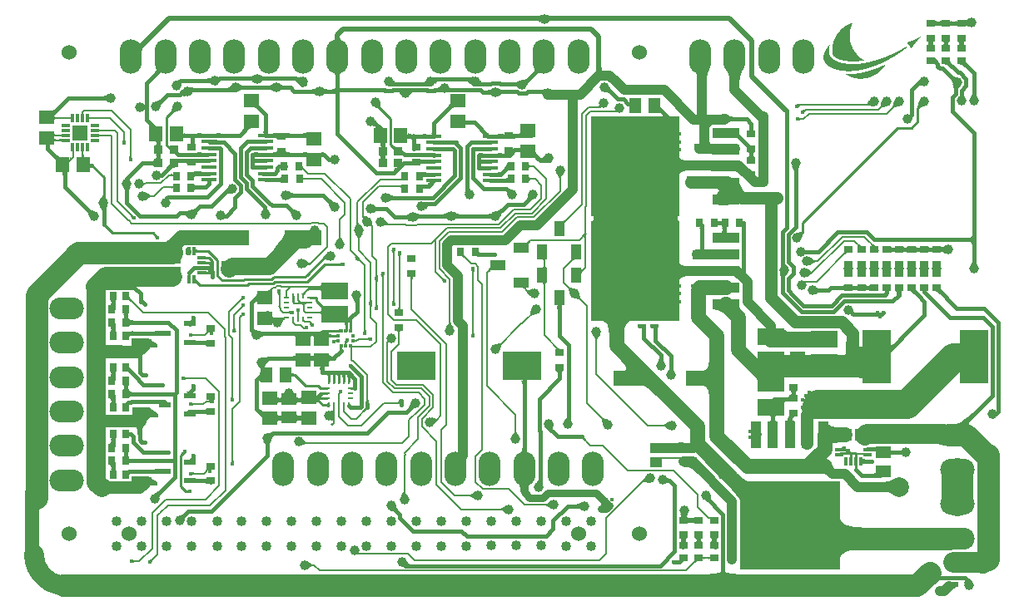
<source format=gtl>
G04*
G04 #@! TF.GenerationSoftware,Altium Limited,Altium Designer,18.0.7 (293)*
G04*
G04 Layer_Physical_Order=1*
G04 Layer_Color=255*
%FSLAX25Y25*%
%MOIN*%
G70*
G01*
G75*
%ADD12C,0.00984*%
%ADD13C,0.00787*%
%ADD14C,0.00394*%
%ADD16R,0.05906X0.05118*%
%ADD17R,0.05906X0.05709*%
%ADD18R,0.05709X0.05906*%
%ADD19R,0.11417X0.21260*%
%ADD20R,0.14764X0.05906*%
%ADD21R,0.06299X0.03937*%
%ADD22R,0.03937X0.06299*%
%ADD23R,0.03701X0.03543*%
%ADD24R,0.02756X0.03543*%
%ADD25R,0.03543X0.02756*%
%ADD26R,0.01181X0.03347*%
%ADD27R,0.03347X0.01181*%
%ADD28R,0.05000X0.03150*%
%ADD29R,0.04000X0.10600*%
%ADD30R,0.40000X0.35200*%
%ADD31R,0.10600X0.04000*%
%ADD32R,0.35200X0.40000*%
%ADD33R,0.03150X0.05000*%
%ADD34R,0.06299X0.06299*%
%ADD35R,0.00984X0.01968*%
%ADD36R,0.01968X0.00984*%
%ADD37R,0.01378X0.01496*%
%ADD38R,0.06181X0.01614*%
%ADD39R,0.04764X0.02323*%
%ADD40R,0.04528X0.04134*%
%ADD41R,0.15748X0.11811*%
%ADD42R,0.03543X0.02756*%
%ADD43R,0.02756X0.03543*%
%ADD44R,0.05118X0.05906*%
%ADD45R,0.10600X0.06693*%
%ADD84C,0.04016*%
%ADD89C,0.03937*%
%ADD90C,0.07874*%
%ADD91C,0.01500*%
%ADD92C,0.08858*%
%ADD93C,0.03937*%
%ADD94C,0.05906*%
%ADD95C,0.00591*%
%ADD96C,0.31496*%
%ADD97C,0.06890*%
%ADD98C,0.04921*%
%ADD99C,0.03000*%
%ADD100C,0.01968*%
%ADD101C,0.00886*%
%ADD102C,0.05118*%
%ADD103C,0.07677*%
%ADD104C,0.11811*%
%ADD105C,0.05512*%
%ADD106C,0.08366*%
%ADD107C,0.12795*%
%ADD108O,0.08858X0.13780*%
%ADD109C,0.06000*%
%ADD110O,0.13780X0.08858*%
%ADD111C,0.01772*%
%ADD112C,0.07874*%
G36*
X511379Y419461D02*
X511439Y419457D01*
X511724Y419451D01*
Y417951D01*
X511474Y417945D01*
X511517Y417253D01*
X511308Y417385D01*
X510907Y417609D01*
X510715Y417699D01*
X510539Y417767D01*
X510464Y417729D01*
X510359Y417649D01*
X510284Y417557D01*
X510239Y417452D01*
X510224Y417335D01*
Y417874D01*
X510177Y417888D01*
X510009Y417923D01*
X509847Y417944D01*
X509691Y417951D01*
X509528Y419451D01*
X509670Y419460D01*
X509820Y419488D01*
X509978Y419536D01*
X510145Y419602D01*
X510224Y419640D01*
Y420067D01*
X510239Y419950D01*
X510284Y419845D01*
X510359Y419753D01*
X510392Y419728D01*
X510503Y419791D01*
X510695Y419913D01*
X511103Y420215D01*
X511320Y420395D01*
X511379Y419461D01*
D02*
G37*
G36*
X500603Y417335D02*
X500588Y417452D01*
X500543Y417557D01*
X500468Y417649D01*
X500363Y417729D01*
X500228Y417797D01*
X500063Y417852D01*
X499868Y417895D01*
X499643Y417926D01*
X499388Y417945D01*
X499311Y417946D01*
X499234Y417945D01*
X498755Y417895D01*
X498560Y417852D01*
X498394Y417797D01*
X498259Y417729D01*
X498154Y417649D01*
X498079Y417557D01*
X498034Y417452D01*
X498020Y417335D01*
Y420067D01*
X498034Y419950D01*
X498079Y419845D01*
X498154Y419753D01*
X498259Y419672D01*
X498394Y419605D01*
X498560Y419549D01*
X498755Y419506D01*
X498980Y419475D01*
X499234Y419457D01*
X499311Y419455D01*
X499388Y419457D01*
X499868Y419506D01*
X500063Y419549D01*
X500228Y419605D01*
X500363Y419672D01*
X500468Y419753D01*
X500543Y419845D01*
X500588Y419950D01*
X500603Y420067D01*
Y417335D01*
D02*
G37*
G36*
X506705Y417335D02*
X506690Y417452D01*
X506645Y417557D01*
X506570Y417649D01*
X506465Y417729D01*
X506330Y417797D01*
X506165Y417852D01*
X505970Y417895D01*
X505745Y417926D01*
X505490Y417945D01*
X505413Y417946D01*
X505337Y417945D01*
X504857Y417895D01*
X504662Y417852D01*
X504497Y417797D01*
X504362Y417729D01*
X504257Y417649D01*
X504182Y417557D01*
X504137Y417452D01*
X504122Y417335D01*
Y420067D01*
X504137Y419950D01*
X504182Y419845D01*
X504257Y419753D01*
X504362Y419672D01*
X504497Y419605D01*
X504662Y419549D01*
X504857Y419506D01*
X505082Y419475D01*
X505337Y419457D01*
X505413Y419455D01*
X505490Y419457D01*
X505970Y419506D01*
X506165Y419549D01*
X506330Y419605D01*
X506465Y419672D01*
X506570Y419753D01*
X506645Y419845D01*
X506690Y419950D01*
X506705Y420067D01*
Y417335D01*
D02*
G37*
G36*
X342484Y422007D02*
X342584Y421975D01*
X342699Y421945D01*
X342828Y421920D01*
X343128Y421881D01*
X343484Y421858D01*
X343896Y421850D01*
X344645Y419882D01*
X344482Y419873D01*
X344319Y419845D01*
X344156Y419798D01*
X343991Y419733D01*
X343827Y419650D01*
X343661Y419548D01*
X343496Y419427D01*
X343329Y419288D01*
X343162Y419131D01*
X342995Y418954D01*
X341535Y420897D01*
X342397Y422044D01*
X342484Y422007D01*
D02*
G37*
G36*
X341535Y420897D02*
X340075Y418954D01*
X339907Y419131D01*
X339740Y419288D01*
X339574Y419427D01*
X339408Y419548D01*
X339243Y419650D01*
X339078Y419733D01*
X338914Y419798D01*
X338750Y419845D01*
X338587Y419873D01*
X338425Y419882D01*
X339174Y421850D01*
X339586Y421858D01*
X339942Y421881D01*
X340242Y421920D01*
X340370Y421945D01*
X340485Y421975D01*
X340586Y422007D01*
X340672Y422044D01*
X341535Y420897D01*
D02*
G37*
G36*
X259655Y413610D02*
X259734Y412867D01*
X259802Y412566D01*
X259890Y412311D01*
X259998Y412102D01*
X260125Y411940D01*
X260272Y411824D01*
X260438Y411754D01*
X260624Y411731D01*
X256699D01*
X256885Y411754D01*
X257051Y411824D01*
X257198Y411940D01*
X257325Y412102D01*
X257433Y412311D01*
X257521Y412566D01*
X257589Y412867D01*
X257638Y413215D01*
X257667Y413610D01*
X257677Y414050D01*
X259646D01*
X259655Y413610D01*
D02*
G37*
G36*
X181747Y409883D02*
X181421Y409543D01*
X180897Y408909D01*
X180699Y408614D01*
X180543Y408334D01*
X180430Y408069D01*
X180360Y407819D01*
X180332Y407584D01*
X180346Y407364D01*
X180403Y407159D01*
X178829Y411139D01*
X178921Y410967D01*
X179038Y410848D01*
X179182Y410783D01*
X179351Y410771D01*
X179546Y410814D01*
X179768Y410910D01*
X180015Y411059D01*
X180288Y411263D01*
X180586Y411520D01*
X180911Y411830D01*
X181747Y409883D01*
D02*
G37*
G36*
X509217Y411429D02*
X509965D01*
X509822Y411414D01*
X509695Y411369D01*
X509582Y411294D01*
X509485Y411189D01*
X509402Y411054D01*
X509335Y410889D01*
X509290Y410725D01*
X509335Y410560D01*
X509402Y410393D01*
X509485Y410257D01*
X509582Y410151D01*
X509695Y410076D01*
X509822Y410031D01*
X509965Y410015D01*
X509217D01*
X509215Y409929D01*
X507715D01*
X507712Y410015D01*
X506965D01*
X507107Y410031D01*
X507235Y410076D01*
X507347Y410151D01*
X507445Y410257D01*
X507527Y410393D01*
X507595Y410560D01*
X507639Y410725D01*
X507595Y410889D01*
X507527Y411054D01*
X507445Y411189D01*
X507347Y411294D01*
X507235Y411369D01*
X507107Y411414D01*
X506965Y411429D01*
X507712D01*
X507715Y411527D01*
X509215D01*
X509217Y411429D01*
D02*
G37*
G36*
X503115Y411429D02*
X503862D01*
X503720Y411414D01*
X503592Y411369D01*
X503480Y411294D01*
X503382Y411189D01*
X503300Y411054D01*
X503232Y410889D01*
X503188Y410725D01*
X503232Y410560D01*
X503300Y410393D01*
X503382Y410257D01*
X503480Y410151D01*
X503592Y410076D01*
X503720Y410031D01*
X503862Y410015D01*
X503115D01*
X503112Y409929D01*
X501612D01*
X501610Y410015D01*
X500862D01*
X501005Y410031D01*
X501132Y410076D01*
X501245Y410151D01*
X501342Y410257D01*
X501425Y410393D01*
X501492Y410560D01*
X501536Y410725D01*
X501492Y410889D01*
X501425Y411054D01*
X501342Y411189D01*
X501245Y411294D01*
X501132Y411369D01*
X501005Y411414D01*
X500862Y411429D01*
X501610D01*
X501612Y411527D01*
X503112D01*
X503115Y411429D01*
D02*
G37*
G36*
X497012D02*
X497760D01*
X497617Y411414D01*
X497490Y411369D01*
X497377Y411294D01*
X497280Y411189D01*
X497197Y411054D01*
X497130Y410889D01*
X497086Y410725D01*
X497130Y410560D01*
X497197Y410393D01*
X497280Y410257D01*
X497377Y410151D01*
X497490Y410076D01*
X497617Y410031D01*
X497760Y410015D01*
X497012D01*
X497010Y409929D01*
X495510D01*
X495508Y410015D01*
X494760D01*
X494902Y410031D01*
X495030Y410076D01*
X495142Y410151D01*
X495240Y410257D01*
X495322Y410393D01*
X495390Y410560D01*
X495434Y410725D01*
X495390Y410889D01*
X495322Y411054D01*
X495240Y411189D01*
X495142Y411294D01*
X495030Y411369D01*
X494902Y411414D01*
X494760Y411429D01*
X495507D01*
X495510Y411527D01*
X497010D01*
X497012Y411429D01*
D02*
G37*
G36*
X492366Y413308D02*
X492331D01*
Y413273D01*
X492296D01*
Y413238D01*
X492262D01*
Y413168D01*
X492227D01*
Y413134D01*
X492192D01*
Y413099D01*
X492157D01*
Y413064D01*
X492122D01*
Y413029D01*
X492087D01*
Y412959D01*
X492052D01*
Y412924D01*
X492017D01*
Y412889D01*
X491982D01*
Y412855D01*
X491948D01*
Y412820D01*
X491913D01*
Y412785D01*
X491878D01*
Y412750D01*
X491843D01*
Y412715D01*
X491808D01*
Y412680D01*
X491773D01*
Y412610D01*
X491738D01*
Y412576D01*
X491703D01*
Y412541D01*
X491669D01*
Y412506D01*
X491634D01*
Y412471D01*
X491599D01*
Y412436D01*
X491564D01*
Y412401D01*
X491529D01*
Y412366D01*
X491494D01*
Y412331D01*
X491459D01*
Y412296D01*
X491424D01*
Y412262D01*
X491390D01*
Y412227D01*
X491355D01*
Y412192D01*
X491320D01*
Y412157D01*
X491285D01*
Y412122D01*
X491250D01*
Y412087D01*
X491180D01*
Y411983D01*
X491145D01*
Y411948D01*
X491110D01*
Y411913D01*
X491076D01*
Y411878D01*
X491041D01*
Y411843D01*
X491006D01*
Y411808D01*
X490971D01*
Y411773D01*
X490936D01*
Y411738D01*
X490901D01*
Y411704D01*
X490866D01*
Y411669D01*
X490831D01*
Y411634D01*
X490762D01*
Y411529D01*
X490727D01*
Y411494D01*
X490692D01*
Y411459D01*
X490657D01*
Y411424D01*
X490622D01*
Y411390D01*
X490587D01*
Y411355D01*
X490552D01*
Y411320D01*
X490518D01*
Y411285D01*
X490483D01*
Y411250D01*
X490448D01*
Y411215D01*
X490413D01*
Y411180D01*
X490343D01*
Y411145D01*
X490378D01*
Y411111D01*
X490343D01*
Y411076D01*
X490308D01*
Y411041D01*
X490273D01*
Y411006D01*
X490239D01*
Y410971D01*
X490204D01*
Y410936D01*
X490169D01*
Y410901D01*
X490134D01*
Y410866D01*
X490099D01*
Y410797D01*
X490064D01*
Y410762D01*
X490029D01*
Y410727D01*
X489994D01*
Y410692D01*
X489959D01*
Y410657D01*
X489924D01*
Y410587D01*
X489890D01*
Y410553D01*
X489855D01*
Y410518D01*
X489820D01*
Y410483D01*
X489785D01*
Y410448D01*
X489750D01*
Y410378D01*
X489715D01*
Y410343D01*
X489680D01*
Y410308D01*
X489645D01*
Y410274D01*
X489611D01*
Y410204D01*
X489576D01*
Y410169D01*
X489541D01*
Y410134D01*
X489506D01*
Y410064D01*
X489471D01*
Y410029D01*
X489436D01*
Y409994D01*
X489401D01*
Y409925D01*
X489366D01*
Y409890D01*
X489332D01*
Y409855D01*
X489297D01*
Y409785D01*
X489262D01*
Y409750D01*
X489227D01*
Y409681D01*
X489192D01*
Y409646D01*
X489157D01*
Y409576D01*
X489122D01*
Y409541D01*
X489087D01*
Y409471D01*
X489052D01*
Y409436D01*
X489018D01*
Y409367D01*
X488983D01*
Y409297D01*
X488948D01*
Y409262D01*
X488913D01*
Y409192D01*
X488878D01*
Y409123D01*
X488843D01*
Y409088D01*
X488808D01*
Y409018D01*
X488739D01*
Y408948D01*
X488704D01*
Y408878D01*
X488669D01*
Y408809D01*
X488634D01*
Y408774D01*
X488599D01*
Y408739D01*
X488529D01*
Y408774D01*
X488494D01*
Y408809D01*
X488425D01*
Y408843D01*
X488390D01*
Y408878D01*
X488355D01*
Y408913D01*
X488320D01*
Y408948D01*
X488285D01*
Y408983D01*
X488215D01*
Y409018D01*
X488180D01*
Y409053D01*
X488146D01*
Y409088D01*
X488111D01*
Y409157D01*
X488076D01*
Y409192D01*
X488041D01*
Y409227D01*
X488006D01*
Y409262D01*
X487971D01*
Y409297D01*
X487936D01*
Y409332D01*
X487901D01*
Y409402D01*
X487867D01*
Y409436D01*
X487832D01*
Y409471D01*
X487797D01*
Y409506D01*
X487762D01*
Y409576D01*
X487727D01*
Y409611D01*
X487692D01*
Y409646D01*
X487657D01*
Y409715D01*
X487622D01*
Y409750D01*
X487588D01*
Y409785D01*
X487553D01*
Y409855D01*
X487518D01*
Y409890D01*
X487483D01*
Y409925D01*
X487448D01*
Y409960D01*
X487483D01*
Y409994D01*
X487413D01*
Y410029D01*
X487378D01*
Y410064D01*
X487343D01*
Y410099D01*
X487378D01*
Y410134D01*
X487309D01*
Y410169D01*
X487274D01*
Y410204D01*
X487239D01*
Y410239D01*
X487274D01*
Y410274D01*
X487204D01*
Y410308D01*
X487169D01*
Y410343D01*
X487204D01*
Y410378D01*
X487134D01*
Y410413D01*
X487099D01*
Y410448D01*
X487134D01*
Y410483D01*
X487064D01*
Y410587D01*
X486995D01*
Y410692D01*
X486925D01*
Y410797D01*
X486890D01*
Y410901D01*
X486855D01*
Y411006D01*
X486890D01*
Y411041D01*
X486925D01*
Y411076D01*
X486995D01*
Y411111D01*
X487064D01*
Y411145D01*
X487134D01*
Y411180D01*
X487204D01*
Y411215D01*
X487343D01*
Y411250D01*
X487483D01*
Y411285D01*
X487588D01*
Y411320D01*
X487692D01*
Y411355D01*
X487832D01*
Y411390D01*
X487936D01*
Y411424D01*
X488076D01*
Y411459D01*
X488180D01*
Y411494D01*
X488285D01*
Y411529D01*
X488390D01*
Y411564D01*
X488494D01*
Y411599D01*
X488599D01*
Y411634D01*
X488739D01*
Y411669D01*
X488843D01*
Y411704D01*
X488913D01*
Y411738D01*
X489018D01*
Y411773D01*
X489087D01*
Y411808D01*
X489157D01*
Y411843D01*
X489262D01*
Y411878D01*
X489366D01*
Y411913D01*
X489436D01*
Y411948D01*
X489471D01*
Y411983D01*
X489576D01*
Y412017D01*
X489645D01*
Y412052D01*
X489715D01*
Y412087D01*
X489785D01*
Y412122D01*
X489855D01*
Y412157D01*
X489924D01*
Y412192D01*
X489994D01*
Y412227D01*
X490064D01*
Y412262D01*
X490134D01*
Y412296D01*
X490204D01*
Y412331D01*
X490273D01*
Y412366D01*
X490343D01*
Y412401D01*
X490413D01*
Y412436D01*
X490483D01*
Y412471D01*
X490552D01*
Y412506D01*
X490622D01*
Y412541D01*
X490692D01*
Y412576D01*
X490762D01*
Y412610D01*
X490831D01*
Y412645D01*
X490901D01*
Y412680D01*
X490971D01*
Y412715D01*
X491041D01*
Y412750D01*
X491110D01*
Y412785D01*
X491145D01*
Y412820D01*
X491215D01*
Y412855D01*
X491285D01*
Y412889D01*
X491355D01*
Y412924D01*
X491424D01*
Y412959D01*
X491494D01*
Y412994D01*
X491599D01*
Y413029D01*
X491669D01*
Y413064D01*
X491738D01*
Y413099D01*
X491808D01*
Y413134D01*
X491878D01*
Y413168D01*
X491948D01*
Y413203D01*
X492017D01*
Y413238D01*
X492087D01*
Y413273D01*
X492192D01*
Y413308D01*
X492262D01*
Y413343D01*
X492366D01*
Y413308D01*
D02*
G37*
G36*
X464986Y418819D02*
X464951D01*
Y418749D01*
X464916D01*
Y418680D01*
X464881D01*
Y418610D01*
X464846D01*
Y418540D01*
X464811D01*
Y418470D01*
X464776D01*
Y418366D01*
X464741D01*
Y418296D01*
X464707D01*
Y418226D01*
X464672D01*
Y418121D01*
X464637D01*
Y418052D01*
X464602D01*
Y417947D01*
X464567D01*
Y417877D01*
X464532D01*
Y417773D01*
X464497D01*
Y417668D01*
X464462D01*
Y417598D01*
X464427D01*
Y417494D01*
X464393D01*
Y417389D01*
X464358D01*
Y417284D01*
X464323D01*
Y417180D01*
X464288D01*
Y417075D01*
X464253D01*
Y416935D01*
X464218D01*
Y416831D01*
X464183D01*
Y416691D01*
X464148D01*
Y416552D01*
X464114D01*
Y416377D01*
X464079D01*
Y416238D01*
X464044D01*
Y416029D01*
X464009D01*
Y415854D01*
X463974D01*
Y415645D01*
X463939D01*
Y415401D01*
X463904D01*
Y415122D01*
X463869D01*
Y414703D01*
X463834D01*
Y414041D01*
X463800D01*
Y413168D01*
X463834D01*
Y412645D01*
X463869D01*
Y412296D01*
X463904D01*
Y412052D01*
X463939D01*
Y411843D01*
X463974D01*
Y411669D01*
X464009D01*
Y411529D01*
X464044D01*
Y411320D01*
X464079D01*
Y411180D01*
X464114D01*
Y411076D01*
X464148D01*
Y410936D01*
X464183D01*
Y410797D01*
X464218D01*
Y410657D01*
X464253D01*
Y410553D01*
X464288D01*
Y410413D01*
X464323D01*
Y410308D01*
X464358D01*
Y410204D01*
X464393D01*
Y410099D01*
X464427D01*
Y409994D01*
X464462D01*
Y409925D01*
X464497D01*
Y409820D01*
X464532D01*
Y409750D01*
X464567D01*
Y409646D01*
X464602D01*
Y409541D01*
X464637D01*
Y409471D01*
X464672D01*
Y409402D01*
X464707D01*
Y409297D01*
X464741D01*
Y409227D01*
X464776D01*
Y409157D01*
X464811D01*
Y409088D01*
X464846D01*
Y408983D01*
X464881D01*
Y408913D01*
X464916D01*
Y408843D01*
X464951D01*
Y408774D01*
X464986D01*
Y408704D01*
X465020D01*
Y408634D01*
X465055D01*
Y408530D01*
X465090D01*
Y408460D01*
X465125D01*
Y408425D01*
X465160D01*
Y408355D01*
X465195D01*
Y408285D01*
X465230D01*
Y408216D01*
X465265D01*
Y408181D01*
X465299D01*
Y408111D01*
X465334D01*
Y408041D01*
X465369D01*
Y408006D01*
X465404D01*
Y407936D01*
X465439D01*
Y407867D01*
X465474D01*
Y407832D01*
X465509D01*
Y407762D01*
X465544D01*
Y407727D01*
X465578D01*
Y407657D01*
X465613D01*
Y407588D01*
X465648D01*
Y407553D01*
X465683D01*
Y407518D01*
X465718D01*
Y407448D01*
X465753D01*
Y407413D01*
X465788D01*
Y407344D01*
X465823D01*
Y407309D01*
X465858D01*
Y407239D01*
X465892D01*
Y407204D01*
X465927D01*
Y407169D01*
X465962D01*
Y407099D01*
X465997D01*
Y407065D01*
X466032D01*
Y407030D01*
X466067D01*
Y406960D01*
X466102D01*
Y406925D01*
X466137D01*
Y406890D01*
X466171D01*
Y406820D01*
X466206D01*
Y406785D01*
X466241D01*
Y406751D01*
X466276D01*
Y406716D01*
X466311D01*
Y406681D01*
X466346D01*
Y406611D01*
X466381D01*
Y406576D01*
X466416D01*
Y406541D01*
X466450D01*
Y406506D01*
X466485D01*
Y406472D01*
X466520D01*
Y406402D01*
X466555D01*
Y406367D01*
X466590D01*
Y406332D01*
X466625D01*
Y406297D01*
X466660D01*
Y406262D01*
X466695D01*
Y406227D01*
X466729D01*
Y406193D01*
X466764D01*
Y406158D01*
X466799D01*
Y406123D01*
X466834D01*
Y406053D01*
X466869D01*
Y406018D01*
X466904D01*
Y405983D01*
X466939D01*
Y405948D01*
X466974D01*
Y405913D01*
X467008D01*
Y405879D01*
X467043D01*
Y405844D01*
X467078D01*
Y405809D01*
X467113D01*
Y405774D01*
X467148D01*
Y405739D01*
X467183D01*
Y405704D01*
X467218D01*
Y405669D01*
X467253D01*
Y405634D01*
X467288D01*
Y405600D01*
X467322D01*
Y405565D01*
X467357D01*
Y405530D01*
X467392D01*
Y405495D01*
X467427D01*
Y405460D01*
X467462D01*
Y405425D01*
X467497D01*
Y405390D01*
X467532D01*
Y405355D01*
X467567D01*
Y405321D01*
X467601D01*
Y405286D01*
X467636D01*
Y405251D01*
X467671D01*
Y405216D01*
X467706D01*
Y405181D01*
X467741D01*
Y405146D01*
X467776D01*
Y405111D01*
X467811D01*
Y405076D01*
X467846D01*
Y405042D01*
X467915D01*
Y405007D01*
X467950D01*
Y404972D01*
X467985D01*
Y404937D01*
X468020D01*
Y404902D01*
X468055D01*
Y404867D01*
X468090D01*
Y404832D01*
X468125D01*
Y404797D01*
X468159D01*
Y404763D01*
X468264D01*
Y404728D01*
X468299D01*
Y404693D01*
X468369D01*
Y404658D01*
X468404D01*
Y404623D01*
X468439D01*
Y404588D01*
X468508D01*
Y404553D01*
X468543D01*
Y404518D01*
X468578D01*
Y404484D01*
X468648D01*
Y404449D01*
X468683D01*
Y404414D01*
X468718D01*
Y404379D01*
X468787D01*
Y404344D01*
X468822D01*
Y404309D01*
X468857D01*
Y404274D01*
X468892D01*
Y404239D01*
X468962D01*
Y404204D01*
X468997D01*
Y404170D01*
X469066D01*
Y404135D01*
X469101D01*
Y404100D01*
X469171D01*
Y404065D01*
X469206D01*
Y404030D01*
X469276D01*
Y403995D01*
X469311D01*
Y403960D01*
X469380D01*
Y403925D01*
X469450D01*
Y403891D01*
X469555D01*
Y403856D01*
X469485D01*
Y403821D01*
X469311D01*
Y403786D01*
X469101D01*
Y403751D01*
X468892D01*
Y403716D01*
X468683D01*
Y403681D01*
X468473D01*
Y403646D01*
X468229D01*
Y403612D01*
X467950D01*
Y403577D01*
X467706D01*
Y403542D01*
X467427D01*
Y403507D01*
X467043D01*
Y403472D01*
X466625D01*
Y403437D01*
X465997D01*
Y403402D01*
X464009D01*
Y403437D01*
X463451D01*
Y403472D01*
X463067D01*
Y403507D01*
X462753D01*
Y403542D01*
X462439D01*
Y403577D01*
X462195D01*
Y403612D01*
X461986D01*
Y403646D01*
X461811D01*
Y403681D01*
X461602D01*
Y403716D01*
X461393D01*
Y403751D01*
X461253D01*
Y403786D01*
X461114D01*
Y403821D01*
X460974D01*
Y403856D01*
X460835D01*
Y403891D01*
X460660D01*
Y403925D01*
X460521D01*
Y403960D01*
X460416D01*
Y403995D01*
X460277D01*
Y404030D01*
X460172D01*
Y404065D01*
X460067D01*
Y404100D01*
X459928D01*
Y404135D01*
X459823D01*
Y404170D01*
X459719D01*
Y404204D01*
X459649D01*
Y404239D01*
X459544D01*
Y404274D01*
X459440D01*
Y404309D01*
X459370D01*
Y404344D01*
X459265D01*
Y404379D01*
X459195D01*
Y404414D01*
X459126D01*
Y404449D01*
X459021D01*
Y404484D01*
X458951D01*
Y404518D01*
X458882D01*
Y404553D01*
X458812D01*
Y404588D01*
X458742D01*
Y404623D01*
X458672D01*
Y404658D01*
X458603D01*
Y404693D01*
X458533D01*
Y404728D01*
X458463D01*
Y404763D01*
X458428D01*
Y404797D01*
X458358D01*
Y404832D01*
X458289D01*
Y404867D01*
X458219D01*
Y404902D01*
X458184D01*
Y404937D01*
X458114D01*
Y404972D01*
X458079D01*
Y405007D01*
X458009D01*
Y405042D01*
X457975D01*
Y405076D01*
X457905D01*
Y405111D01*
X457870D01*
Y405146D01*
X457835D01*
Y405181D01*
X457765D01*
Y405216D01*
X457730D01*
Y405251D01*
X457696D01*
Y405286D01*
X457661D01*
Y405321D01*
X457591D01*
Y405355D01*
X457556D01*
Y405390D01*
X457521D01*
Y405425D01*
X457486D01*
Y405460D01*
X457451D01*
Y405495D01*
X457417D01*
Y405530D01*
X457382D01*
Y405565D01*
X457347D01*
Y405600D01*
X457312D01*
Y405634D01*
X457277D01*
Y405669D01*
X457242D01*
Y405739D01*
X457207D01*
Y405774D01*
X457172D01*
Y405809D01*
X457137D01*
Y405879D01*
X457103D01*
Y405913D01*
X457068D01*
Y405983D01*
X457033D01*
Y406018D01*
X456998D01*
Y406088D01*
X456963D01*
Y406158D01*
X456928D01*
Y406297D01*
X456893D01*
Y406576D01*
X456858D01*
Y406960D01*
X456824D01*
Y408599D01*
X456858D01*
Y409018D01*
X456893D01*
Y409367D01*
X456928D01*
Y409681D01*
X456963D01*
Y409925D01*
X456998D01*
Y410134D01*
X457033D01*
Y410308D01*
X457068D01*
Y410483D01*
X457103D01*
Y410622D01*
X457137D01*
Y410797D01*
X457172D01*
Y410901D01*
X457207D01*
Y411041D01*
X457242D01*
Y411145D01*
X457277D01*
Y411285D01*
X457312D01*
Y411390D01*
X457347D01*
Y411494D01*
X457382D01*
Y411634D01*
X457417D01*
Y411704D01*
X457451D01*
Y411773D01*
X457486D01*
Y411878D01*
X457521D01*
Y411948D01*
X457556D01*
Y412052D01*
X457591D01*
Y412157D01*
X457626D01*
Y412227D01*
X457661D01*
Y412331D01*
X457696D01*
Y412401D01*
X457730D01*
Y412471D01*
X457765D01*
Y412541D01*
X457800D01*
Y412645D01*
X457835D01*
Y412715D01*
X457870D01*
Y412785D01*
X457905D01*
Y412855D01*
X457940D01*
Y412924D01*
X457975D01*
Y412994D01*
X458009D01*
Y413064D01*
X458044D01*
Y413134D01*
X458079D01*
Y413203D01*
X458114D01*
Y413238D01*
X458079D01*
Y413273D01*
X458149D01*
Y413308D01*
X458114D01*
Y413343D01*
X458149D01*
Y413378D01*
X458219D01*
Y413413D01*
X458184D01*
Y413448D01*
X458254D01*
Y413482D01*
X458219D01*
Y413517D01*
X458289D01*
Y413552D01*
X458254D01*
Y413587D01*
X458323D01*
Y413622D01*
X458289D01*
Y413657D01*
X458358D01*
Y413692D01*
X458323D01*
Y413727D01*
X458358D01*
Y413762D01*
X458428D01*
Y413796D01*
X458393D01*
Y413831D01*
X458463D01*
Y413866D01*
X458428D01*
Y413901D01*
X458463D01*
Y413936D01*
X458498D01*
Y413971D01*
X458533D01*
Y414041D01*
X458568D01*
Y414075D01*
X458603D01*
Y414145D01*
X458637D01*
Y414180D01*
X458672D01*
Y414250D01*
X458707D01*
Y414285D01*
X458742D01*
Y414354D01*
X458777D01*
Y414389D01*
X458812D01*
Y414459D01*
X458847D01*
Y414494D01*
X458882D01*
Y414564D01*
X458916D01*
Y414599D01*
X458951D01*
Y414634D01*
X458986D01*
Y414703D01*
X459021D01*
Y414738D01*
X459056D01*
Y414773D01*
X459091D01*
Y414843D01*
X459126D01*
Y414878D01*
X459161D01*
Y414913D01*
X459195D01*
Y414947D01*
X459230D01*
Y415017D01*
X459265D01*
Y415052D01*
X459300D01*
Y415087D01*
X459335D01*
Y415157D01*
X459405D01*
Y415192D01*
X459440D01*
Y415226D01*
X459475D01*
Y415261D01*
X459509D01*
Y415296D01*
X459544D01*
Y415331D01*
X459579D01*
Y415401D01*
X459614D01*
Y415436D01*
X459649D01*
Y415471D01*
X459684D01*
Y415506D01*
X459719D01*
Y415540D01*
X459754D01*
Y415575D01*
X459788D01*
Y415610D01*
X459823D01*
Y415645D01*
X459858D01*
Y415715D01*
X459893D01*
Y415750D01*
X459928D01*
Y415785D01*
X459963D01*
Y415819D01*
X459998D01*
Y415854D01*
X460033D01*
Y415889D01*
X460067D01*
Y415924D01*
X460102D01*
Y415959D01*
X460137D01*
Y415994D01*
X460172D01*
Y416029D01*
X460207D01*
Y416063D01*
X460242D01*
Y416098D01*
X460277D01*
Y416133D01*
X460312D01*
Y416168D01*
X460347D01*
Y416203D01*
X460381D01*
Y416238D01*
X460416D01*
Y416273D01*
X460451D01*
Y416308D01*
X460486D01*
Y416343D01*
X460521D01*
Y416377D01*
X460556D01*
Y416412D01*
X460591D01*
Y416447D01*
X460626D01*
Y416482D01*
X460695D01*
Y416517D01*
X460730D01*
Y416552D01*
X460765D01*
Y416587D01*
X460800D01*
Y416622D01*
X460835D01*
Y416656D01*
X460870D01*
Y416691D01*
X460905D01*
Y416726D01*
X460974D01*
Y416761D01*
X461009D01*
Y416796D01*
X461044D01*
Y416831D01*
X461079D01*
Y416866D01*
X461114D01*
Y416901D01*
X461149D01*
Y416935D01*
X461184D01*
Y416970D01*
X461219D01*
Y417005D01*
X461288D01*
Y417040D01*
X461323D01*
Y417075D01*
X461358D01*
Y417110D01*
X461428D01*
Y417145D01*
X461463D01*
Y417180D01*
X461497D01*
Y417215D01*
X461567D01*
Y417249D01*
X461602D01*
Y417284D01*
X461637D01*
Y417319D01*
X461707D01*
Y417354D01*
X461742D01*
Y417389D01*
X461811D01*
Y417424D01*
X461846D01*
Y417459D01*
X461916D01*
Y417494D01*
X461951D01*
Y417528D01*
X462021D01*
Y417563D01*
X462056D01*
Y417598D01*
X462125D01*
Y417633D01*
X462160D01*
Y417668D01*
X462230D01*
Y417703D01*
X462265D01*
Y417738D01*
X462335D01*
Y417773D01*
X462404D01*
Y417807D01*
X462439D01*
Y417842D01*
X462509D01*
Y417877D01*
X462579D01*
Y417912D01*
X462648D01*
Y417947D01*
X462683D01*
Y417982D01*
X462753D01*
Y418017D01*
X462823D01*
Y418052D01*
X462893D01*
Y418086D01*
X462962D01*
Y418121D01*
X463032D01*
Y418156D01*
X463067D01*
Y418191D01*
X463137D01*
Y418226D01*
X463207D01*
Y418261D01*
X463311D01*
Y418296D01*
X463381D01*
Y418331D01*
X463451D01*
Y418366D01*
X463520D01*
Y418400D01*
X463590D01*
Y418435D01*
X463660D01*
Y418470D01*
X463765D01*
Y418505D01*
X463834D01*
Y418540D01*
X463939D01*
Y418575D01*
X464079D01*
Y418610D01*
X464148D01*
Y418645D01*
X464253D01*
Y418680D01*
X464358D01*
Y418714D01*
X464427D01*
Y418749D01*
X464532D01*
Y418784D01*
X464637D01*
Y418819D01*
X464776D01*
Y418854D01*
X464881D01*
Y418889D01*
X464986D01*
Y418819D01*
D02*
G37*
G36*
X498035Y404838D02*
X498081Y404742D01*
X498159Y404620D01*
X498268Y404473D01*
X498578Y404104D01*
X499276Y403362D01*
X499571Y403065D01*
X498510Y402004D01*
X498417Y402094D01*
X498260Y402226D01*
X498196Y402267D01*
X498142Y402293D01*
X498098Y402302D01*
X498064Y402295D01*
X498039Y402272D01*
X498024Y402233D01*
X498020Y402177D01*
Y404909D01*
X498035Y404838D01*
D02*
G37*
G36*
X510120Y403995D02*
X510072Y403865D01*
X510068Y403711D01*
X510109Y403534D01*
X510194Y403334D01*
X510323Y403110D01*
X510497Y402863D01*
X510715Y402592D01*
X511285Y401980D01*
X510027Y401117D01*
X509727Y401406D01*
X509186Y401863D01*
X508945Y402031D01*
X508723Y402159D01*
X508521Y402246D01*
X508338Y402292D01*
X508174Y402299D01*
X508031Y402264D01*
X507906Y402189D01*
X510212Y404102D01*
X510120Y403995D01*
D02*
G37*
G36*
X504017D02*
X503969Y403865D01*
X503966Y403711D01*
X504006Y403534D01*
X504091Y403334D01*
X504221Y403110D01*
X504395Y402863D01*
X504613Y402592D01*
X505183Y401980D01*
X503925Y401117D01*
X503625Y401406D01*
X503084Y401863D01*
X502843Y402031D01*
X502621Y402159D01*
X502418Y402246D01*
X502235Y402292D01*
X502072Y402299D01*
X501928Y402264D01*
X501804Y402189D01*
X504110Y404102D01*
X504017Y403995D01*
D02*
G37*
G36*
X455847Y410064D02*
X455882D01*
Y410029D01*
X455812D01*
Y409855D01*
X455777D01*
Y409681D01*
X455742D01*
Y409506D01*
X455708D01*
Y409262D01*
X455673D01*
Y409053D01*
X455708D01*
Y408983D01*
X455673D01*
Y409018D01*
X455638D01*
Y408669D01*
X455673D01*
Y408599D01*
X455603D01*
Y408076D01*
X455638D01*
Y407518D01*
X455603D01*
Y407099D01*
X455638D01*
Y406785D01*
X455673D01*
Y406506D01*
X455708D01*
Y406332D01*
X455742D01*
Y406158D01*
X455777D01*
Y406018D01*
X455812D01*
Y405913D01*
X455847D01*
Y405844D01*
X455882D01*
Y405739D01*
X455917D01*
Y405669D01*
X455952D01*
Y405634D01*
X455986D01*
Y405565D01*
X456021D01*
Y405495D01*
X456056D01*
Y405425D01*
X456091D01*
Y405390D01*
X456126D01*
Y405321D01*
X456161D01*
Y405286D01*
X456196D01*
Y405216D01*
X456265D01*
Y405146D01*
X456335D01*
Y405076D01*
X456370D01*
Y405007D01*
X456405D01*
Y404972D01*
X456440D01*
Y404937D01*
X456510D01*
Y404867D01*
X456545D01*
Y404832D01*
X456579D01*
Y404797D01*
X456649D01*
Y404763D01*
X456684D01*
Y404728D01*
X456719D01*
Y404693D01*
X456754D01*
Y404658D01*
X456789D01*
Y404623D01*
X456824D01*
Y404588D01*
X456893D01*
Y404518D01*
X456928D01*
Y404484D01*
X456963D01*
Y404449D01*
X456998D01*
Y404414D01*
X457068D01*
Y404379D01*
X457103D01*
Y404344D01*
X457137D01*
Y404309D01*
X457172D01*
Y404274D01*
X457242D01*
Y404239D01*
X457312D01*
Y404204D01*
X457382D01*
Y404135D01*
X457417D01*
Y404100D01*
X457486D01*
Y404065D01*
X457521D01*
Y404030D01*
X457591D01*
Y403995D01*
X457661D01*
Y403960D01*
X457696D01*
Y403925D01*
X457765D01*
Y403891D01*
X457835D01*
Y403856D01*
X457870D01*
Y403821D01*
X457940D01*
Y403786D01*
X457975D01*
Y403751D01*
X458044D01*
Y403716D01*
X458114D01*
Y403681D01*
X458184D01*
Y403646D01*
X458254D01*
Y403612D01*
X458323D01*
Y403577D01*
X458393D01*
Y403542D01*
X458463D01*
Y403507D01*
X458533D01*
Y403542D01*
X458568D01*
Y403507D01*
X458603D01*
Y403437D01*
X458672D01*
Y403402D01*
X458777D01*
Y403367D01*
X458847D01*
Y403332D01*
X458951D01*
Y403298D01*
X459056D01*
Y403263D01*
X459126D01*
Y403228D01*
X459230D01*
Y403193D01*
X459335D01*
Y403158D01*
X459405D01*
Y403123D01*
X459509D01*
Y403088D01*
X459649D01*
Y403053D01*
X459754D01*
Y403019D01*
X459858D01*
Y402984D01*
X459963D01*
Y402949D01*
X460102D01*
Y402914D01*
X460207D01*
Y402879D01*
X460347D01*
Y402844D01*
X460486D01*
Y402809D01*
X460626D01*
Y402774D01*
X460765D01*
Y402809D01*
X460800D01*
Y402739D01*
X460939D01*
Y402705D01*
X461114D01*
Y402670D01*
X461288D01*
Y402635D01*
X461497D01*
Y402600D01*
X461672D01*
Y402565D01*
X461881D01*
Y402530D01*
X462021D01*
Y402565D01*
X462090D01*
Y402495D01*
X462369D01*
Y402460D01*
X462648D01*
Y402426D01*
X462997D01*
Y402391D01*
X463381D01*
Y402356D01*
X463765D01*
Y402391D01*
X463939D01*
Y402321D01*
X465020D01*
Y402356D01*
X465299D01*
Y402321D01*
X466032D01*
Y402391D01*
X466311D01*
Y402356D01*
X466660D01*
Y402391D01*
X467078D01*
Y402426D01*
X467462D01*
Y402460D01*
X467776D01*
Y402495D01*
X468090D01*
Y402565D01*
X468125D01*
Y402530D01*
X468369D01*
Y402600D01*
X468404D01*
Y402565D01*
X468613D01*
Y402635D01*
X468648D01*
Y402600D01*
X468822D01*
Y402670D01*
X468857D01*
Y402635D01*
X469031D01*
Y402670D01*
X468997D01*
Y402705D01*
X469066D01*
Y402670D01*
X469241D01*
Y402705D01*
X469206D01*
Y402739D01*
X469276D01*
Y402705D01*
X469415D01*
Y402774D01*
X469485D01*
Y402739D01*
X469625D01*
Y402774D01*
X469799D01*
Y402844D01*
X469834D01*
Y402809D01*
X469973D01*
Y402879D01*
X470008D01*
Y402844D01*
X470148D01*
Y402914D01*
X470183D01*
Y402879D01*
X470357D01*
Y402914D01*
X470531D01*
Y402949D01*
X470706D01*
Y402984D01*
X470845D01*
Y403019D01*
X471020D01*
Y403053D01*
X471159D01*
Y403123D01*
X471194D01*
Y403088D01*
X471334D01*
Y403123D01*
X471473D01*
Y403158D01*
X471648D01*
Y403193D01*
X471787D01*
Y403228D01*
X471927D01*
Y403263D01*
X472066D01*
Y403298D01*
X472171D01*
Y403332D01*
X472310D01*
Y403367D01*
X472450D01*
Y403402D01*
X472589D01*
Y403437D01*
X472729D01*
Y403472D01*
X472868D01*
Y403507D01*
X472973D01*
Y403542D01*
X473112D01*
Y403577D01*
X473252D01*
Y403612D01*
X473391D01*
Y403646D01*
X473496D01*
Y403681D01*
X473636D01*
Y403716D01*
X473775D01*
Y403751D01*
X473880D01*
Y403786D01*
X473984D01*
Y403821D01*
X474124D01*
Y403856D01*
X474229D01*
Y403891D01*
X474333D01*
Y403925D01*
X474473D01*
Y403960D01*
X474577D01*
Y403995D01*
X474682D01*
Y404030D01*
X474787D01*
Y404065D01*
X474926D01*
Y404100D01*
X475031D01*
Y404135D01*
X475136D01*
Y404170D01*
X475240D01*
Y404204D01*
X475345D01*
Y404239D01*
X475449D01*
Y404274D01*
X475589D01*
Y404309D01*
X475694D01*
Y404344D01*
X475798D01*
Y404379D01*
X475903D01*
Y404414D01*
X475973D01*
Y404449D01*
X476077D01*
Y404484D01*
X476182D01*
Y404518D01*
X476287D01*
Y404553D01*
X476391D01*
Y404588D01*
X476496D01*
Y404623D01*
X476566D01*
Y404658D01*
X476635D01*
Y404693D01*
X476740D01*
Y404728D01*
X476914D01*
Y404763D01*
X477019D01*
Y404797D01*
X477124D01*
Y404832D01*
X477228D01*
Y404867D01*
X477333D01*
Y404902D01*
X477403D01*
Y404937D01*
X477507D01*
Y404972D01*
X477612D01*
Y405007D01*
X477717D01*
Y405042D01*
X477786D01*
Y405076D01*
X477891D01*
Y405111D01*
X477961D01*
Y405146D01*
X478065D01*
Y405181D01*
X478135D01*
Y405216D01*
X478240D01*
Y405251D01*
X478310D01*
Y405286D01*
X478414D01*
Y405321D01*
X478484D01*
Y405355D01*
X478589D01*
Y405390D01*
X478658D01*
Y405425D01*
X478763D01*
Y405460D01*
X478833D01*
Y405495D01*
X478902D01*
Y405530D01*
X479007D01*
Y405565D01*
X479042D01*
Y405600D01*
X479147D01*
Y405634D01*
X479216D01*
Y405669D01*
X479286D01*
Y405704D01*
X479391D01*
Y405739D01*
X479461D01*
Y405774D01*
X479530D01*
Y405809D01*
X479635D01*
Y405844D01*
X479705D01*
Y405879D01*
X479809D01*
Y405913D01*
X479879D01*
Y405948D01*
X479949D01*
Y405983D01*
X480019D01*
Y406018D01*
X480123D01*
Y406053D01*
X480193D01*
Y406088D01*
X480263D01*
Y406123D01*
X480333D01*
Y406158D01*
X480437D01*
Y406193D01*
X480507D01*
Y406227D01*
X480577D01*
Y406262D01*
X480647D01*
Y406297D01*
X480751D01*
Y406332D01*
X480821D01*
Y406367D01*
X480891D01*
Y406402D01*
X480960D01*
Y406437D01*
X481030D01*
Y406472D01*
X481100D01*
Y406506D01*
X481205D01*
Y406541D01*
X481274D01*
Y406576D01*
X481344D01*
Y406611D01*
X481414D01*
Y406646D01*
X481484D01*
Y406681D01*
X481553D01*
Y406716D01*
X481623D01*
Y406751D01*
X481693D01*
Y406785D01*
X481798D01*
Y406820D01*
X481867D01*
Y406855D01*
X481937D01*
Y406890D01*
X482007D01*
Y406925D01*
X482077D01*
Y406960D01*
X482146D01*
Y406995D01*
X482216D01*
Y407030D01*
X482286D01*
Y407065D01*
X482356D01*
Y407099D01*
X482390D01*
Y407134D01*
X482460D01*
Y407169D01*
X482530D01*
Y407204D01*
X482600D01*
Y407239D01*
X482669D01*
Y407274D01*
X482739D01*
Y407309D01*
X482809D01*
Y407344D01*
X482879D01*
Y407378D01*
X482949D01*
Y407413D01*
X483018D01*
Y407448D01*
X483088D01*
Y407483D01*
X483158D01*
Y407518D01*
X483228D01*
Y407553D01*
X483297D01*
Y407588D01*
X483367D01*
Y407623D01*
X483402D01*
Y407657D01*
X483472D01*
Y407692D01*
X483507D01*
Y407727D01*
X483576D01*
Y407762D01*
X483646D01*
Y407797D01*
X483716D01*
Y407832D01*
X483786D01*
Y407867D01*
X483855D01*
Y407902D01*
X483890D01*
Y407936D01*
X483960D01*
Y407971D01*
X484030D01*
Y408006D01*
X484100D01*
Y408041D01*
X484169D01*
Y408076D01*
X484204D01*
Y408111D01*
X484274D01*
Y408146D01*
X484344D01*
Y408181D01*
X484448D01*
Y408216D01*
X484483D01*
Y408251D01*
X484588D01*
Y408285D01*
X484658D01*
Y408320D01*
X484727D01*
Y408355D01*
X484797D01*
Y408390D01*
X484832D01*
Y408425D01*
X484902D01*
Y408460D01*
X484972D01*
Y408495D01*
X485041D01*
Y408530D01*
X485076D01*
Y408564D01*
X485146D01*
Y408599D01*
X485216D01*
Y408634D01*
X485286D01*
Y408669D01*
X485355D01*
Y408704D01*
X485390D01*
Y408739D01*
X485460D01*
Y408774D01*
X485530D01*
Y408809D01*
X485599D01*
Y408843D01*
X485634D01*
Y408878D01*
X485704D01*
Y408913D01*
X485774D01*
Y408948D01*
X485844D01*
Y408983D01*
X485879D01*
Y409018D01*
X485948D01*
Y409053D01*
X486018D01*
Y409088D01*
X486088D01*
Y409123D01*
X486158D01*
Y409157D01*
X486227D01*
Y409192D01*
X486297D01*
Y409227D01*
X486367D01*
Y409262D01*
X486437D01*
Y409297D01*
X486541D01*
Y409332D01*
X486716D01*
Y409297D01*
X486681D01*
Y409262D01*
X486751D01*
Y409227D01*
X486716D01*
Y409123D01*
X486681D01*
Y409053D01*
X486646D01*
Y409018D01*
X486611D01*
Y408983D01*
X486576D01*
Y408948D01*
X486541D01*
Y408913D01*
X486506D01*
Y408878D01*
X486471D01*
Y408843D01*
X486437D01*
Y408809D01*
X486402D01*
Y408774D01*
X486367D01*
Y408739D01*
X486332D01*
Y408704D01*
X486297D01*
Y408669D01*
X486227D01*
Y408634D01*
X486192D01*
Y408599D01*
X486158D01*
Y408564D01*
X486123D01*
Y408530D01*
X486053D01*
Y408495D01*
X486018D01*
Y408460D01*
X485983D01*
Y408425D01*
X485948D01*
Y408390D01*
X485879D01*
Y408355D01*
X485844D01*
Y408320D01*
X485809D01*
Y408285D01*
X485774D01*
Y408251D01*
X485704D01*
Y408216D01*
X485669D01*
Y408181D01*
X485634D01*
Y408146D01*
X485565D01*
Y408111D01*
X485530D01*
Y408076D01*
X485495D01*
Y408041D01*
X485425D01*
Y408006D01*
X485390D01*
Y407971D01*
X485355D01*
Y407936D01*
X485286D01*
Y407902D01*
X485251D01*
Y407867D01*
X485216D01*
Y407832D01*
X485146D01*
Y407797D01*
X485111D01*
Y407762D01*
X485076D01*
Y407727D01*
X485007D01*
Y407692D01*
X484972D01*
Y407657D01*
X484902D01*
Y407623D01*
X484867D01*
Y407588D01*
X484832D01*
Y407553D01*
X484762D01*
Y407518D01*
X484727D01*
Y407483D01*
X484658D01*
Y407448D01*
X484623D01*
Y407413D01*
X484553D01*
Y407378D01*
X484518D01*
Y407344D01*
X484483D01*
Y407309D01*
X484413D01*
Y407274D01*
X484379D01*
Y407239D01*
X484309D01*
Y407204D01*
X484274D01*
Y407169D01*
X484204D01*
Y407134D01*
X484169D01*
Y407099D01*
X484100D01*
Y407065D01*
X484065D01*
Y407030D01*
X484030D01*
Y406995D01*
X483960D01*
Y406960D01*
X483925D01*
Y406925D01*
X483855D01*
Y406855D01*
X483786D01*
Y406820D01*
X483751D01*
Y406785D01*
X483681D01*
Y406751D01*
X483646D01*
Y406716D01*
X483576D01*
Y406681D01*
X483541D01*
Y406646D01*
X483472D01*
Y406611D01*
X483437D01*
Y406576D01*
X483367D01*
Y406541D01*
X483332D01*
Y406506D01*
X483262D01*
Y406472D01*
X483228D01*
Y406437D01*
X483158D01*
Y406402D01*
X483123D01*
Y406367D01*
X483053D01*
Y406332D01*
X482983D01*
Y406297D01*
X482949D01*
Y406262D01*
X482879D01*
Y406227D01*
X482844D01*
Y406193D01*
X482774D01*
Y406158D01*
X482739D01*
Y406123D01*
X482669D01*
Y406088D01*
X482635D01*
Y406053D01*
X482565D01*
Y406018D01*
X482495D01*
Y405983D01*
X482460D01*
Y405948D01*
X482390D01*
Y405913D01*
X482356D01*
Y405879D01*
X482286D01*
Y405844D01*
X482216D01*
Y405809D01*
X482181D01*
Y405774D01*
X482111D01*
Y405739D01*
X482077D01*
Y405704D01*
X482007D01*
Y405669D01*
X481937D01*
Y405634D01*
X481902D01*
Y405600D01*
X481832D01*
Y405565D01*
X481763D01*
Y405530D01*
X481693D01*
Y405495D01*
X481658D01*
Y405460D01*
X481553D01*
Y405425D01*
X481519D01*
Y405390D01*
X481449D01*
Y405355D01*
X481379D01*
Y405321D01*
X481344D01*
Y405286D01*
X481274D01*
Y405251D01*
X481205D01*
Y405216D01*
X481135D01*
Y405181D01*
X481100D01*
Y405146D01*
X481030D01*
Y405111D01*
X480960D01*
Y405076D01*
X480926D01*
Y405042D01*
X480856D01*
Y405007D01*
X480786D01*
Y404972D01*
X480716D01*
Y404937D01*
X480681D01*
Y404902D01*
X480647D01*
Y404867D01*
X480577D01*
Y404832D01*
X480507D01*
Y404797D01*
X480472D01*
Y404763D01*
X480402D01*
Y404728D01*
X480333D01*
Y404693D01*
X480263D01*
Y404658D01*
X480228D01*
Y404623D01*
X480158D01*
Y404588D01*
X480088D01*
Y404553D01*
X480019D01*
Y404518D01*
X479949D01*
Y404484D01*
X479914D01*
Y404449D01*
X479844D01*
Y404414D01*
X479775D01*
Y404379D01*
X479705D01*
Y404344D01*
X479635D01*
Y404309D01*
X479600D01*
Y404274D01*
X479530D01*
Y404239D01*
X479461D01*
Y404204D01*
X479391D01*
Y404170D01*
X479356D01*
Y404135D01*
X479286D01*
Y404100D01*
X479216D01*
Y404065D01*
X479147D01*
Y404030D01*
X479077D01*
Y403995D01*
X479007D01*
Y403960D01*
X478937D01*
Y403925D01*
X478868D01*
Y403891D01*
X478798D01*
Y403856D01*
X478728D01*
Y403821D01*
X478693D01*
Y403786D01*
X478623D01*
Y403751D01*
X478554D01*
Y403716D01*
X478484D01*
Y403681D01*
X478414D01*
Y403646D01*
X478344D01*
Y403612D01*
X478275D01*
Y403577D01*
X478205D01*
Y403542D01*
X478135D01*
Y403507D01*
X478065D01*
Y403472D01*
X477996D01*
Y403437D01*
X477926D01*
Y403402D01*
X477856D01*
Y403367D01*
X477786D01*
Y403332D01*
X477717D01*
Y403298D01*
X477647D01*
Y403263D01*
X477577D01*
Y403228D01*
X477507D01*
Y403193D01*
X477438D01*
Y403158D01*
X477368D01*
Y403123D01*
X477298D01*
Y403088D01*
X477228D01*
Y403053D01*
X477158D01*
Y403019D01*
X477054D01*
Y402984D01*
X476984D01*
Y402949D01*
X476914D01*
Y402914D01*
X476845D01*
Y402879D01*
X476775D01*
Y402844D01*
X476705D01*
Y402809D01*
X476635D01*
Y402774D01*
X476566D01*
Y402739D01*
X476461D01*
Y402705D01*
X476391D01*
Y402670D01*
X476321D01*
Y402635D01*
X476252D01*
Y402600D01*
X476182D01*
Y402565D01*
X476112D01*
Y402530D01*
X476042D01*
Y402495D01*
X475973D01*
Y402460D01*
X475903D01*
Y402426D01*
X475798D01*
Y402391D01*
X475729D01*
Y402356D01*
X475659D01*
Y402321D01*
X475589D01*
Y402286D01*
X475484D01*
Y402251D01*
X475415D01*
Y402216D01*
X475310D01*
Y402181D01*
X475240D01*
Y402146D01*
X475170D01*
Y402112D01*
X475031D01*
Y402077D01*
X474891D01*
Y402042D01*
X474822D01*
Y402007D01*
X474717D01*
Y401972D01*
X474647D01*
Y401937D01*
X474543D01*
Y401902D01*
X474473D01*
Y401867D01*
X474368D01*
Y401833D01*
X474298D01*
Y401798D01*
X474194D01*
Y401763D01*
X474124D01*
Y401728D01*
X474019D01*
Y401693D01*
X473950D01*
Y401658D01*
X473845D01*
Y401623D01*
X473740D01*
Y401588D01*
X473670D01*
Y401553D01*
X473566D01*
Y401519D01*
X473496D01*
Y401484D01*
X473426D01*
Y401449D01*
X473322D01*
Y401414D01*
X473217D01*
Y401379D01*
X473112D01*
Y401344D01*
X473008D01*
Y401309D01*
X472903D01*
Y401274D01*
X472833D01*
Y401240D01*
X472729D01*
Y401205D01*
X472624D01*
Y401170D01*
X472519D01*
Y401135D01*
X472415D01*
Y401100D01*
X472310D01*
Y401065D01*
X472206D01*
Y401030D01*
X472101D01*
Y400995D01*
X471996D01*
Y400961D01*
X471892D01*
Y400926D01*
X471787D01*
Y400891D01*
X471648D01*
Y400856D01*
X471543D01*
Y400821D01*
X471438D01*
Y400786D01*
X471299D01*
Y400751D01*
X471194D01*
Y400716D01*
X471089D01*
Y400682D01*
X470950D01*
Y400647D01*
X470845D01*
Y400612D01*
X470706D01*
Y400577D01*
X470601D01*
Y400542D01*
X470462D01*
Y400507D01*
X470322D01*
Y400472D01*
X470218D01*
Y400437D01*
X470078D01*
Y400402D01*
X469938D01*
Y400368D01*
X469799D01*
Y400333D01*
X469659D01*
Y400298D01*
X469520D01*
Y400263D01*
X469380D01*
Y400228D01*
X469241D01*
Y400193D01*
X469101D01*
Y400158D01*
X468927D01*
Y400124D01*
X468752D01*
Y400089D01*
X468578D01*
Y400054D01*
X468404D01*
Y400019D01*
X468229D01*
Y399984D01*
X468055D01*
Y399949D01*
X467846D01*
Y399914D01*
X467671D01*
Y399879D01*
X467462D01*
Y399845D01*
X467253D01*
Y399810D01*
X467043D01*
Y399775D01*
X466764D01*
Y399740D01*
X466520D01*
Y399705D01*
X466206D01*
Y399670D01*
X465892D01*
Y399635D01*
X465544D01*
Y399600D01*
X465195D01*
Y399565D01*
X464672D01*
Y399531D01*
X462265D01*
Y399565D01*
X461707D01*
Y399600D01*
X461393D01*
Y399635D01*
X461079D01*
Y399670D01*
X460800D01*
Y399705D01*
X460556D01*
Y399740D01*
X460347D01*
Y399775D01*
X460102D01*
Y399810D01*
X459893D01*
Y399845D01*
X459719D01*
Y399879D01*
X459544D01*
Y399914D01*
X459370D01*
Y399949D01*
X459230D01*
Y399984D01*
X459056D01*
Y400019D01*
X458916D01*
Y400054D01*
X458777D01*
Y400089D01*
X458637D01*
Y400124D01*
X458533D01*
Y400158D01*
X458393D01*
Y400193D01*
X458289D01*
Y400228D01*
X458184D01*
Y400263D01*
X458044D01*
Y400298D01*
X457940D01*
Y400333D01*
X457835D01*
Y400368D01*
X457730D01*
Y400402D01*
X457626D01*
Y400437D01*
X457521D01*
Y400472D01*
X457486D01*
Y400507D01*
X457382D01*
Y400542D01*
X457277D01*
Y400577D01*
X457207D01*
Y400612D01*
X457103D01*
Y400647D01*
X457033D01*
Y400682D01*
X456963D01*
Y400716D01*
X456858D01*
Y400751D01*
X456789D01*
Y400786D01*
X456719D01*
Y400821D01*
X456649D01*
Y400856D01*
X456579D01*
Y400891D01*
X456475D01*
Y400926D01*
X456405D01*
Y400961D01*
X456335D01*
Y400995D01*
X456300D01*
Y401030D01*
X456231D01*
Y401065D01*
X456161D01*
Y401100D01*
X456091D01*
Y401135D01*
X456021D01*
Y401170D01*
X455986D01*
Y401205D01*
X455917D01*
Y401240D01*
X455847D01*
Y401274D01*
X455777D01*
Y401309D01*
X455742D01*
Y401344D01*
X455673D01*
Y401379D01*
X455603D01*
Y401414D01*
X455568D01*
Y401449D01*
X455498D01*
Y401484D01*
X455463D01*
Y401519D01*
X455394D01*
Y401553D01*
X455359D01*
Y401588D01*
X455289D01*
Y401623D01*
X455254D01*
Y401658D01*
X455219D01*
Y401693D01*
X455184D01*
Y401728D01*
X455115D01*
Y401763D01*
X455080D01*
Y401798D01*
X455045D01*
Y401833D01*
X455010D01*
Y401867D01*
X454940D01*
Y401902D01*
X454905D01*
Y401937D01*
X454870D01*
Y401972D01*
X454836D01*
Y402007D01*
X454801D01*
Y402042D01*
X454766D01*
Y402077D01*
X454696D01*
Y402112D01*
X454661D01*
Y402146D01*
X454626D01*
Y402181D01*
X454591D01*
Y402216D01*
X454556D01*
Y402251D01*
X454522D01*
Y402286D01*
X454487D01*
Y402321D01*
X454452D01*
Y402356D01*
X454417D01*
Y402391D01*
X454382D01*
Y402460D01*
X454347D01*
Y402495D01*
X454312D01*
Y402530D01*
X454277D01*
Y402565D01*
X454243D01*
Y402635D01*
X454208D01*
Y402670D01*
X454173D01*
Y402705D01*
X454138D01*
Y402774D01*
X454103D01*
Y402809D01*
X454068D01*
Y402879D01*
X454033D01*
Y402914D01*
X453998D01*
Y402949D01*
X453964D01*
Y403019D01*
X453929D01*
Y403088D01*
X453894D01*
Y403123D01*
X453859D01*
Y403193D01*
X453824D01*
Y403263D01*
X453789D01*
Y403332D01*
X453754D01*
Y403402D01*
X453719D01*
Y403472D01*
X453685D01*
Y403542D01*
X453650D01*
Y403612D01*
X453615D01*
Y403716D01*
X453580D01*
Y403786D01*
X453545D01*
Y403891D01*
X453510D01*
Y403995D01*
X453475D01*
Y404100D01*
X453440D01*
Y404204D01*
X453405D01*
Y404379D01*
X453371D01*
Y404553D01*
X453336D01*
Y404902D01*
X453301D01*
Y405390D01*
X453336D01*
Y405739D01*
X453371D01*
Y405983D01*
X453405D01*
Y406158D01*
X453440D01*
Y406332D01*
X453475D01*
Y406437D01*
X453510D01*
Y406541D01*
X453545D01*
Y406646D01*
X453580D01*
Y406751D01*
X453615D01*
Y406855D01*
X453650D01*
Y406960D01*
X453685D01*
Y407065D01*
X453719D01*
Y407134D01*
X453754D01*
Y407204D01*
X453789D01*
Y407274D01*
X453824D01*
Y407378D01*
X453859D01*
Y407448D01*
X453894D01*
Y407518D01*
X453929D01*
Y407588D01*
X453964D01*
Y407657D01*
X453998D01*
Y407727D01*
X454033D01*
Y407797D01*
X454068D01*
Y407867D01*
X454103D01*
Y407902D01*
X454138D01*
Y407971D01*
X454173D01*
Y408041D01*
X454208D01*
Y408076D01*
X454243D01*
Y408146D01*
X454277D01*
Y408216D01*
X454312D01*
Y408285D01*
X454347D01*
Y408320D01*
X454382D01*
Y408390D01*
X454452D01*
Y408495D01*
X454522D01*
Y408599D01*
X454591D01*
Y408704D01*
X454626D01*
Y408739D01*
X454696D01*
Y408774D01*
X454661D01*
Y408809D01*
X454696D01*
Y408843D01*
X454766D01*
Y408878D01*
X454731D01*
Y408913D01*
X454766D01*
Y408948D01*
X454801D01*
Y408983D01*
X454836D01*
Y409053D01*
X454870D01*
Y409088D01*
X454905D01*
Y409123D01*
X454940D01*
Y409157D01*
X454975D01*
Y409227D01*
X455010D01*
Y409262D01*
X455045D01*
Y409297D01*
X455080D01*
Y409332D01*
X455115D01*
Y409402D01*
X455149D01*
Y409436D01*
X455184D01*
Y409471D01*
X455219D01*
Y409506D01*
X455254D01*
Y409541D01*
X455289D01*
Y409611D01*
X455324D01*
Y409646D01*
X455359D01*
Y409681D01*
X455394D01*
Y409715D01*
X455428D01*
Y409750D01*
X455463D01*
Y409855D01*
X455533D01*
Y409890D01*
X455568D01*
Y409925D01*
X455603D01*
Y409960D01*
X455638D01*
Y409994D01*
X455673D01*
Y410029D01*
X455708D01*
Y410064D01*
X455742D01*
Y410099D01*
X455777D01*
Y410134D01*
X455812D01*
Y410169D01*
X455847D01*
Y410064D01*
D02*
G37*
G36*
X364374Y402754D02*
X364570Y399792D01*
X364632Y399538D01*
X364701Y399354D01*
X364779Y399237D01*
X361993D01*
X362071Y399354D01*
X362140Y399538D01*
X362201Y399792D01*
X362255Y400114D01*
X362336Y400964D01*
X362398Y402754D01*
X362402Y403488D01*
X364370D01*
X364374Y402754D01*
D02*
G37*
G36*
X339839Y398708D02*
X339718Y398786D01*
X339584Y398832D01*
X339437Y398843D01*
X339278Y398821D01*
X339105Y398765D01*
X338920Y398675D01*
X338723Y398551D01*
X338512Y398393D01*
X338289Y398202D01*
X338053Y397976D01*
X336901Y398946D01*
X337125Y399180D01*
X337313Y399399D01*
X337465Y399605D01*
X337582Y399795D01*
X337663Y399971D01*
X337708Y400133D01*
X337718Y400280D01*
X337692Y400412D01*
X337630Y400530D01*
X337533Y400634D01*
X339839Y398708D01*
D02*
G37*
G36*
X188264D02*
X188143Y398786D01*
X188009Y398832D01*
X187862Y398843D01*
X187703Y398821D01*
X187531Y398765D01*
X187346Y398675D01*
X187148Y398551D01*
X186938Y398393D01*
X186714Y398202D01*
X186479Y397976D01*
X185327Y398946D01*
X185550Y399180D01*
X185738Y399399D01*
X185890Y399605D01*
X186007Y399795D01*
X186088Y399971D01*
X186133Y400133D01*
X186143Y400280D01*
X186117Y400412D01*
X186055Y400530D01*
X185958Y400634D01*
X188264Y398708D01*
D02*
G37*
G36*
X478170Y402146D02*
X478135D01*
Y402112D01*
X478100D01*
Y402077D01*
X478065D01*
Y402007D01*
X478030D01*
Y401937D01*
X477996D01*
Y401902D01*
X477961D01*
Y401833D01*
X477926D01*
Y401798D01*
X477891D01*
Y401728D01*
X477856D01*
Y401693D01*
X477821D01*
Y401623D01*
X477786D01*
Y401588D01*
X477751D01*
Y401519D01*
X477717D01*
Y401484D01*
X477682D01*
Y401414D01*
X477647D01*
Y401379D01*
X477612D01*
Y401309D01*
X477577D01*
Y401274D01*
X477542D01*
Y401205D01*
X477507D01*
Y401170D01*
X477472D01*
Y401135D01*
X477438D01*
Y401065D01*
X477403D01*
Y401030D01*
X477368D01*
Y400995D01*
X477333D01*
Y400926D01*
X477298D01*
Y400891D01*
X477263D01*
Y400856D01*
X477228D01*
Y400821D01*
X477193D01*
Y400751D01*
X477158D01*
Y400716D01*
X477124D01*
Y400682D01*
X477089D01*
Y400647D01*
X477054D01*
Y400577D01*
X477019D01*
Y400542D01*
X476984D01*
Y400507D01*
X476949D01*
Y400472D01*
X476914D01*
Y400437D01*
X476880D01*
Y400402D01*
X476845D01*
Y400368D01*
X476810D01*
Y400298D01*
X476775D01*
Y400263D01*
X476740D01*
Y400228D01*
X476705D01*
Y400193D01*
X476670D01*
Y400124D01*
X476635D01*
Y400089D01*
X476600D01*
Y400054D01*
X476566D01*
Y400019D01*
X476531D01*
Y399984D01*
X476496D01*
Y399949D01*
X476461D01*
Y399914D01*
X476426D01*
Y399879D01*
X476391D01*
Y399845D01*
X476356D01*
Y399810D01*
X476321D01*
Y399775D01*
X476287D01*
Y399740D01*
X476252D01*
Y399705D01*
X476217D01*
Y399670D01*
X476182D01*
Y399635D01*
X476147D01*
Y399600D01*
X476112D01*
Y399565D01*
X476077D01*
Y399531D01*
X476042D01*
Y399496D01*
X476008D01*
Y399461D01*
X475973D01*
Y399426D01*
X475938D01*
Y399391D01*
X475903D01*
Y399356D01*
X475833D01*
Y399321D01*
X475798D01*
Y399286D01*
X475763D01*
Y399252D01*
X475729D01*
Y399217D01*
X475694D01*
Y399182D01*
X475624D01*
Y399147D01*
X475589D01*
Y399112D01*
X475554D01*
Y399077D01*
X475519D01*
Y399042D01*
X475449D01*
Y399007D01*
X475415D01*
Y398972D01*
X475380D01*
Y398938D01*
X475345D01*
Y398903D01*
X475310D01*
Y398868D01*
X475240D01*
Y398833D01*
X475205D01*
Y398798D01*
X475170D01*
Y398763D01*
X475101D01*
Y398728D01*
X475066D01*
Y398693D01*
X474996D01*
Y398659D01*
X474961D01*
Y398624D01*
X474857D01*
Y398589D01*
X474822D01*
Y398554D01*
X474752D01*
Y398519D01*
X474717D01*
Y398484D01*
X474647D01*
Y398449D01*
X474612D01*
Y398414D01*
X474543D01*
Y398379D01*
X474508D01*
Y398345D01*
X474438D01*
Y398310D01*
X474403D01*
Y398275D01*
X474333D01*
Y398240D01*
X474263D01*
Y398205D01*
X474229D01*
Y398170D01*
X474159D01*
Y398135D01*
X474089D01*
Y398100D01*
X474054D01*
Y398066D01*
X473984D01*
Y398031D01*
X473950D01*
Y397996D01*
X473880D01*
Y397961D01*
X473810D01*
Y397926D01*
X473775D01*
Y397891D01*
X473705D01*
Y397856D01*
X473636D01*
Y397821D01*
X473566D01*
Y397786D01*
X473496D01*
Y397752D01*
X473426D01*
Y397717D01*
X473357D01*
Y397682D01*
X473287D01*
Y397647D01*
X473252D01*
Y397612D01*
X473182D01*
Y397577D01*
X473112D01*
Y397542D01*
X473043D01*
Y397508D01*
X472938D01*
Y397473D01*
X472868D01*
Y397438D01*
X472764D01*
Y397403D01*
X472694D01*
Y397368D01*
X472624D01*
Y397333D01*
X472519D01*
Y397298D01*
X472450D01*
Y397263D01*
X472345D01*
Y397229D01*
X472275D01*
Y397194D01*
X472171D01*
Y397159D01*
X472066D01*
Y397124D01*
X471961D01*
Y397089D01*
X471857D01*
Y397054D01*
X471752D01*
Y397019D01*
X471648D01*
Y396984D01*
X471543D01*
Y396949D01*
X471438D01*
Y396915D01*
X471299D01*
Y396880D01*
X471159D01*
Y396845D01*
X471020D01*
Y396810D01*
X470880D01*
Y396775D01*
X470741D01*
Y396740D01*
X470636D01*
Y396705D01*
X470462D01*
Y396670D01*
X470287D01*
Y396636D01*
X470008D01*
Y396601D01*
X469694D01*
Y396566D01*
X469276D01*
Y396531D01*
X468194D01*
Y396496D01*
X467601D01*
Y396531D01*
X466974D01*
Y396566D01*
X466695D01*
Y396601D01*
X466450D01*
Y396636D01*
X466241D01*
Y396670D01*
X466102D01*
Y396705D01*
X465927D01*
Y396740D01*
X465753D01*
Y396775D01*
X465613D01*
Y396810D01*
X465474D01*
Y396845D01*
X465334D01*
Y396880D01*
X465230D01*
Y396915D01*
X465090D01*
Y396949D01*
X464951D01*
Y396984D01*
X464846D01*
Y397019D01*
X464741D01*
Y397054D01*
X464672D01*
Y397089D01*
X464567D01*
Y397124D01*
X464462D01*
Y397159D01*
X464358D01*
Y397194D01*
X464253D01*
Y397229D01*
X464183D01*
Y397263D01*
X464079D01*
Y397298D01*
X464009D01*
Y397333D01*
X463904D01*
Y397368D01*
X463834D01*
Y397403D01*
X463765D01*
Y397438D01*
X463660D01*
Y397473D01*
X463590D01*
Y397508D01*
X463520D01*
Y397542D01*
X463416D01*
Y397577D01*
X463346D01*
Y397612D01*
X463311D01*
Y397647D01*
X463241D01*
Y397682D01*
X463172D01*
Y397717D01*
X463102D01*
Y397752D01*
X463032D01*
Y397786D01*
X462962D01*
Y397821D01*
X462893D01*
Y397856D01*
X462823D01*
Y397891D01*
X462753D01*
Y397926D01*
X462683D01*
Y397961D01*
X462614D01*
Y397996D01*
X462579D01*
Y398031D01*
X462509D01*
Y398066D01*
X462439D01*
Y398100D01*
X462404D01*
Y398135D01*
X462335D01*
Y398170D01*
X462265D01*
Y398205D01*
X462230D01*
Y398240D01*
X462160D01*
Y398275D01*
X462125D01*
Y398310D01*
X462056D01*
Y398345D01*
X461986D01*
Y398379D01*
X461951D01*
Y398414D01*
X462125D01*
Y398379D01*
X462997D01*
Y398345D01*
X464358D01*
Y398379D01*
X464986D01*
Y398414D01*
X465439D01*
Y398449D01*
X465858D01*
Y398484D01*
X466137D01*
Y398519D01*
X466450D01*
Y398554D01*
X466729D01*
Y398589D01*
X466974D01*
Y398624D01*
X467218D01*
Y398659D01*
X467462D01*
Y398693D01*
X467671D01*
Y398728D01*
X467880D01*
Y398763D01*
X468055D01*
Y398798D01*
X468229D01*
Y398833D01*
X468404D01*
Y398868D01*
X468578D01*
Y398903D01*
X468752D01*
Y398938D01*
X468927D01*
Y398972D01*
X469101D01*
Y399007D01*
X469276D01*
Y399042D01*
X469415D01*
Y399077D01*
X469555D01*
Y399112D01*
X469729D01*
Y399147D01*
X469869D01*
Y399182D01*
X470008D01*
Y399217D01*
X470148D01*
Y399252D01*
X470287D01*
Y399286D01*
X470427D01*
Y399321D01*
X470566D01*
Y399356D01*
X470706D01*
Y399391D01*
X470810D01*
Y399426D01*
X470950D01*
Y399461D01*
X471055D01*
Y399496D01*
X471194D01*
Y399531D01*
X471299D01*
Y399565D01*
X471438D01*
Y399600D01*
X471543D01*
Y399635D01*
X471682D01*
Y399670D01*
X471787D01*
Y399705D01*
X471892D01*
Y399740D01*
X471996D01*
Y399775D01*
X472101D01*
Y399810D01*
X472206D01*
Y399845D01*
X472310D01*
Y399879D01*
X472415D01*
Y399914D01*
X472519D01*
Y399949D01*
X472624D01*
Y399984D01*
X472729D01*
Y400019D01*
X472833D01*
Y400054D01*
X472938D01*
Y400089D01*
X473043D01*
Y400124D01*
X473147D01*
Y400158D01*
X473252D01*
Y400193D01*
X473357D01*
Y400228D01*
X473461D01*
Y400263D01*
X473566D01*
Y400298D01*
X473636D01*
Y400333D01*
X473740D01*
Y400368D01*
X473845D01*
Y400402D01*
X473950D01*
Y400437D01*
X474019D01*
Y400472D01*
X474124D01*
Y400507D01*
X474229D01*
Y400542D01*
X474298D01*
Y400577D01*
X474403D01*
Y400612D01*
X474508D01*
Y400647D01*
X474577D01*
Y400682D01*
X474682D01*
Y400716D01*
X474752D01*
Y400751D01*
X474857D01*
Y400786D01*
X474926D01*
Y400821D01*
X475031D01*
Y400856D01*
X475101D01*
Y400891D01*
X475205D01*
Y400926D01*
X475275D01*
Y400961D01*
X475380D01*
Y400995D01*
X475449D01*
Y401030D01*
X475554D01*
Y401065D01*
X475624D01*
Y401100D01*
X475694D01*
Y401135D01*
X475798D01*
Y401170D01*
X475868D01*
Y401205D01*
X475938D01*
Y401240D01*
X476042D01*
Y401274D01*
X476147D01*
Y401309D01*
X476252D01*
Y401344D01*
X476321D01*
Y401379D01*
X476391D01*
Y401414D01*
X476461D01*
Y401449D01*
X476566D01*
Y401484D01*
X476635D01*
Y401519D01*
X476705D01*
Y401553D01*
X476775D01*
Y401588D01*
X476845D01*
Y401623D01*
X476949D01*
Y401658D01*
X477019D01*
Y401693D01*
X477089D01*
Y401728D01*
X477158D01*
Y401763D01*
X477228D01*
Y401798D01*
X477333D01*
Y401833D01*
X477403D01*
Y401867D01*
X477472D01*
Y401902D01*
X477542D01*
Y401937D01*
X477612D01*
Y401972D01*
X477682D01*
Y402007D01*
X477751D01*
Y402042D01*
X477821D01*
Y402077D01*
X477891D01*
Y402112D01*
X477961D01*
Y402146D01*
X478030D01*
Y402181D01*
X478100D01*
Y402216D01*
X478170D01*
Y402146D01*
D02*
G37*
G36*
X243228Y394406D02*
X241557Y395965D01*
X242460Y397184D01*
X242532Y397131D01*
X242630Y397094D01*
X242752Y397073D01*
X242899Y397067D01*
X243072Y397076D01*
X243269Y397101D01*
X243491Y397142D01*
X244010Y397269D01*
X244307Y397355D01*
X243228Y394406D01*
D02*
G37*
G36*
X260016Y398689D02*
X259890Y398638D01*
X259778Y398552D01*
X259681Y398432D01*
X259599Y398277D01*
X259532Y398089D01*
X259480Y397866D01*
X259442Y397609D01*
X259420Y397318D01*
X259413Y396992D01*
X257913Y396991D01*
X257905Y397317D01*
X257883Y397608D01*
X257846Y397866D01*
X257793Y398088D01*
X257726Y398277D01*
X257644Y398431D01*
X257547Y398551D01*
X257436Y398637D01*
X257309Y398688D01*
X257167Y398705D01*
X260158Y398706D01*
X260016Y398689D01*
D02*
G37*
G36*
X312133Y394394D02*
X310492Y395926D01*
X311553Y396987D01*
X311590Y396970D01*
X311655Y396964D01*
X311749Y396971D01*
X311870Y396989D01*
X312197Y397062D01*
X312898Y397260D01*
X313187Y397350D01*
X312133Y394394D01*
D02*
G37*
G36*
X420994Y400053D02*
X420719Y399629D01*
X420477Y399175D01*
X420267Y398691D01*
X420089Y398176D01*
X419944Y397631D01*
X419831Y397056D01*
X419750Y396450D01*
X419701Y395815D01*
X419685Y395148D01*
X415748D01*
X415732Y395815D01*
X415603Y397056D01*
X415489Y397631D01*
X415344Y398176D01*
X415166Y398691D01*
X414956Y399175D01*
X414714Y399629D01*
X414439Y400053D01*
X414132Y400447D01*
X421301D01*
X420994Y400053D01*
D02*
G37*
G36*
X227866Y397969D02*
X228266Y397746D01*
X228458Y397655D01*
X228823Y397515D01*
X228997Y397466D01*
X229164Y397431D01*
X229326Y397410D01*
X229482Y397404D01*
X229645Y395903D01*
X229504Y395894D01*
X229354Y395866D01*
X229195Y395819D01*
X229029Y395753D01*
X228854Y395668D01*
X228670Y395564D01*
X228479Y395441D01*
X228070Y395139D01*
X227853Y394960D01*
X227656Y398102D01*
X227866Y397969D01*
D02*
G37*
G36*
X225296Y394960D02*
X225080Y395139D01*
X224671Y395441D01*
X224479Y395564D01*
X224296Y395668D01*
X224121Y395753D01*
X223954Y395819D01*
X223796Y395866D01*
X223646Y395894D01*
X223504Y395903D01*
X223668Y397404D01*
X223824Y397410D01*
X223985Y397431D01*
X224153Y397466D01*
X224326Y397515D01*
X224506Y397578D01*
X224692Y397655D01*
X225081Y397850D01*
X225284Y397969D01*
X225494Y398102D01*
X225296Y394960D01*
D02*
G37*
G36*
X407658Y400636D02*
X407456Y400202D01*
X407277Y399739D01*
X407122Y399245D01*
X406991Y398722D01*
X406884Y398169D01*
X406741Y396974D01*
X406705Y396331D01*
X406693Y395659D01*
X402756Y394855D01*
X402736Y395877D01*
X402580Y397578D01*
X402442Y398258D01*
X402266Y398824D01*
X402050Y399276D01*
X401796Y399614D01*
X401502Y399838D01*
X401169Y399949D01*
X400797Y399945D01*
X407885Y401040D01*
X407658Y400636D01*
D02*
G37*
G36*
X505142Y397508D02*
X505267Y397424D01*
X505413Y397349D01*
X505578Y397281D01*
X505764Y397222D01*
X505970Y397170D01*
X506195Y397127D01*
X506707Y397064D01*
X506993Y397044D01*
X504973Y394630D01*
X504915Y394862D01*
X504781Y395287D01*
X504706Y395480D01*
X504540Y395829D01*
X504448Y395984D01*
X504351Y396127D01*
X504249Y396256D01*
X504141Y396374D01*
X505037Y397599D01*
X505142Y397508D01*
D02*
G37*
G36*
X299165Y395707D02*
X299045Y395693D01*
X298921Y395650D01*
X298793Y395580D01*
X298660Y395481D01*
X298523Y395355D01*
X298381Y395200D01*
X298235Y395017D01*
X298085Y394806D01*
X297772Y394299D01*
X296534Y397187D01*
X298819Y397207D01*
X299165Y395707D01*
D02*
G37*
G36*
X208367Y394172D02*
X208151Y394352D01*
X207742Y394654D01*
X207550Y394776D01*
X207367Y394880D01*
X207192Y394965D01*
X207025Y395031D01*
X206867Y395078D01*
X206717Y395107D01*
X206575Y395116D01*
X206739Y396616D01*
X206894Y396623D01*
X207056Y396644D01*
X207224Y396679D01*
X207397Y396728D01*
X207577Y396791D01*
X207763Y396867D01*
X208152Y397063D01*
X208355Y397182D01*
X208564Y397314D01*
X208367Y394172D01*
D02*
G37*
G36*
X335434Y395357D02*
X335325Y395239D01*
X335221Y395109D01*
X335123Y394966D01*
X335030Y394812D01*
X334943Y394645D01*
X334861Y394466D01*
X334715Y394072D01*
X334649Y393856D01*
X334590Y393628D01*
X332592Y396061D01*
X332880Y396078D01*
X333394Y396137D01*
X333621Y396178D01*
X333828Y396228D01*
X334014Y396286D01*
X334180Y396352D01*
X334325Y396426D01*
X334450Y396509D01*
X334555Y396599D01*
X335434Y395357D01*
D02*
G37*
G36*
X493039Y393560D02*
X492735Y393629D01*
X492196Y393718D01*
X491962Y393739D01*
X491751Y393743D01*
X491563Y393732D01*
X491398Y393705D01*
X491257Y393661D01*
X491139Y393602D01*
X491044Y393526D01*
X490203Y394807D01*
X491793Y396446D01*
X493039Y393560D01*
D02*
G37*
G36*
X315647Y396182D02*
X315952Y395731D01*
X316098Y395548D01*
X316239Y395393D01*
X316376Y395267D01*
X316509Y395168D01*
X316637Y395098D01*
X316762Y395055D01*
X316881Y395041D01*
X315343Y393541D01*
X314251Y393561D01*
X315489Y396449D01*
X315647Y396182D01*
D02*
G37*
G36*
X196593Y395336D02*
X196513Y395243D01*
X196440Y395131D01*
X196371Y394999D01*
X196309Y394848D01*
X196252Y394676D01*
X196201Y394485D01*
X196116Y394044D01*
X196083Y393794D01*
X196055Y393524D01*
X193733Y395635D01*
X193981Y395686D01*
X194431Y395804D01*
X194634Y395871D01*
X194994Y396024D01*
X195151Y396108D01*
X195293Y396199D01*
X195421Y396295D01*
X195533Y396396D01*
X196593Y395336D01*
D02*
G37*
G36*
X295433Y393411D02*
X295327Y393440D01*
X295195Y393467D01*
X294849Y393510D01*
X294395Y393541D01*
X293163Y393566D01*
X292925Y395066D01*
X293047Y395079D01*
X293177Y395119D01*
X293313Y395186D01*
X293455Y395279D01*
X293604Y395399D01*
X293759Y395545D01*
X293921Y395718D01*
X294264Y396144D01*
X294445Y396397D01*
X295433Y393411D01*
D02*
G37*
G36*
X280933Y396144D02*
X281276Y395718D01*
X281438Y395545D01*
X281593Y395399D01*
X281742Y395279D01*
X281884Y395186D01*
X282020Y395119D01*
X282149Y395079D01*
X282272Y395066D01*
X281291Y393566D01*
X281084Y393565D01*
X280229Y393510D01*
X280095Y393490D01*
X279862Y393440D01*
X279764Y393411D01*
X280752Y396397D01*
X280933Y396144D01*
D02*
G37*
G36*
X331387Y392608D02*
X331170Y392790D01*
X330762Y393096D01*
X330571Y393221D01*
X330388Y393326D01*
X330213Y393413D01*
X330047Y393480D01*
X329890Y393528D01*
X329741Y393557D01*
X329600Y393566D01*
X329784Y395066D01*
X329941Y395073D01*
X330103Y395093D01*
X330272Y395128D01*
X330446Y395175D01*
X330625Y395237D01*
X330810Y395312D01*
X331198Y395502D01*
X331401Y395618D01*
X331609Y395748D01*
X331387Y392608D01*
D02*
G37*
G36*
X289125Y391179D02*
X289005Y391165D01*
X288881Y391123D01*
X288753Y391052D01*
X288620Y390954D01*
X288483Y390827D01*
X288341Y390672D01*
X288195Y390489D01*
X288046Y390278D01*
X287732Y389771D01*
X286023Y392035D01*
X284314Y389771D01*
X284001Y390278D01*
X283851Y390489D01*
X283705Y390672D01*
X283563Y390827D01*
X283426Y390954D01*
X283294Y391052D01*
X283165Y391123D01*
X283041Y391165D01*
X282921Y391179D01*
X284464Y392679D01*
X285553Y392659D01*
X286023Y392035D01*
X286493Y392659D01*
X287582Y392679D01*
X289125Y391179D01*
D02*
G37*
G36*
X508109Y393533D02*
X507870Y393339D01*
X507468Y392972D01*
X507305Y392801D01*
X507167Y392637D01*
X507053Y392480D01*
X506965Y392331D01*
X506903Y392190D01*
X506865Y392056D01*
X506852Y391930D01*
X505352Y392668D01*
X505349Y392859D01*
X505307Y393399D01*
X505281Y393569D01*
X505212Y393892D01*
X505170Y394045D01*
X505067Y394336D01*
X508109Y393533D01*
D02*
G37*
G36*
X259413Y391535D02*
X258663D01*
X256413Y392285D01*
X256698Y392300D01*
X256953Y392345D01*
X257178Y392420D01*
X257373Y392525D01*
X257538Y392660D01*
X257673Y392825D01*
X257778Y393020D01*
X257853Y393245D01*
X257898Y393500D01*
X257913Y393785D01*
X259413Y391535D01*
D02*
G37*
G36*
X233158Y391474D02*
X232947Y391610D01*
X232545Y391838D01*
X232353Y391931D01*
X231988Y392074D01*
X231814Y392124D01*
X231647Y392160D01*
X231486Y392181D01*
X231332Y392188D01*
X231189Y393688D01*
X231331Y393698D01*
X231482Y393725D01*
X231641Y393772D01*
X231808Y393837D01*
X231984Y393920D01*
X232167Y394023D01*
X232360Y394143D01*
X232769Y394441D01*
X232985Y394617D01*
X233158Y391474D01*
D02*
G37*
G36*
X219396Y394440D02*
X219805Y394143D01*
X219997Y394022D01*
X220181Y393920D01*
X220356Y393837D01*
X220524Y393772D01*
X220683Y393725D01*
X220833Y393698D01*
X220976Y393688D01*
X220834Y392188D01*
X220679Y392181D01*
X220518Y392160D01*
X220351Y392124D01*
X220178Y392074D01*
X219998Y392009D01*
X219813Y391931D01*
X219423Y391731D01*
X219218Y391609D01*
X219008Y391473D01*
X219179Y394617D01*
X219396Y394440D01*
D02*
G37*
G36*
X235747Y394428D02*
X236156Y394126D01*
X236348Y394003D01*
X236531Y393899D01*
X236706Y393814D01*
X236873Y393748D01*
X237031Y393701D01*
X237181Y393673D01*
X237322Y393663D01*
X237159Y392163D01*
X237003Y392156D01*
X236842Y392136D01*
X236674Y392101D01*
X236500Y392052D01*
X236321Y391989D01*
X236135Y391912D01*
X235746Y391717D01*
X235543Y391598D01*
X235333Y391465D01*
X235530Y394607D01*
X235747Y394428D01*
D02*
G37*
G36*
X217299Y391239D02*
X217209Y391265D01*
X217106Y391288D01*
X216859Y391327D01*
X216559Y391354D01*
X216009Y391375D01*
X215799Y391376D01*
X214777Y392876D01*
X214900Y392889D01*
X215029Y392930D01*
X215164Y392997D01*
X215305Y393090D01*
X215453Y393211D01*
X215606Y393358D01*
X215767Y393532D01*
X216106Y393961D01*
X216285Y394216D01*
X217299Y391239D01*
D02*
G37*
G36*
X300832Y390894D02*
X300683Y390948D01*
X300518Y390996D01*
X300336Y391039D01*
X299921Y391108D01*
X299688Y391133D01*
X298889Y391176D01*
X298589Y391179D01*
X298426Y392679D01*
X298552Y392692D01*
X298686Y392729D01*
X298827Y392792D01*
X298976Y392880D01*
X299133Y392993D01*
X299297Y393132D01*
X299469Y393295D01*
X299835Y393697D01*
X300029Y393936D01*
X300832Y390894D01*
D02*
G37*
G36*
X367722Y393327D02*
X367856Y392903D01*
X367931Y392709D01*
X368097Y392361D01*
X368189Y392206D01*
X368286Y392063D01*
X368389Y391933D01*
X368497Y391816D01*
X367601Y390590D01*
X367496Y390681D01*
X367371Y390765D01*
X367225Y390840D01*
X367060Y390907D01*
X366874Y390967D01*
X366668Y391018D01*
X366442Y391061D01*
X365931Y391124D01*
X365645Y391144D01*
X367664Y393559D01*
X367722Y393327D01*
D02*
G37*
G36*
X199311Y393107D02*
X199612Y393016D01*
X199771Y392979D01*
X200105Y392922D01*
X200279Y392902D01*
X200836Y392876D01*
X201574Y391376D01*
X201448Y391363D01*
X201314Y391326D01*
X201173Y391263D01*
X201024Y391175D01*
X200867Y391062D01*
X200703Y390924D01*
X200531Y390760D01*
X200165Y390358D01*
X199971Y390119D01*
X199168Y393162D01*
X199311Y393107D01*
D02*
G37*
G36*
X252866Y392851D02*
X253266Y392628D01*
X253458Y392537D01*
X253823Y392397D01*
X253997Y392348D01*
X254164Y392313D01*
X254326Y392292D01*
X254482Y392285D01*
X254645Y390785D01*
X254504Y390776D01*
X254354Y390748D01*
X254195Y390701D01*
X254029Y390634D01*
X253854Y390549D01*
X253670Y390446D01*
X253479Y390323D01*
X253070Y390021D01*
X252853Y389842D01*
X252656Y392984D01*
X252866Y392851D01*
D02*
G37*
G36*
X250296Y389842D02*
X250080Y390021D01*
X249671Y390323D01*
X249479Y390446D01*
X249296Y390549D01*
X249121Y390634D01*
X248954Y390701D01*
X248796Y390748D01*
X248646Y390776D01*
X248504Y390785D01*
X248668Y392285D01*
X248824Y392292D01*
X248985Y392313D01*
X249153Y392348D01*
X249326Y392397D01*
X249506Y392460D01*
X249692Y392537D01*
X250081Y392732D01*
X250284Y392851D01*
X250494Y392984D01*
X250296Y389842D01*
D02*
G37*
G36*
X323337Y392654D02*
X323738Y392430D01*
X323929Y392340D01*
X324294Y392200D01*
X324468Y392151D01*
X324636Y392116D01*
X324797Y392096D01*
X324953Y392089D01*
X325117Y390589D01*
X324976Y390579D01*
X324826Y390551D01*
X324668Y390504D01*
X324501Y390438D01*
X324326Y390353D01*
X324143Y390249D01*
X323951Y390126D01*
X323542Y389824D01*
X323325Y389644D01*
X323128Y392786D01*
X323337Y392654D01*
D02*
G37*
G36*
X320864Y389567D02*
X320648Y389724D01*
X320239Y389988D01*
X320046Y390095D01*
X319683Y390260D01*
X319512Y390318D01*
X319349Y390359D01*
X319193Y390384D01*
X319045Y390392D01*
X319046Y391892D01*
X319194Y391900D01*
X319350Y391925D01*
X319513Y391966D01*
X319683Y392023D01*
X319862Y392098D01*
X320047Y392188D01*
X320441Y392419D01*
X320649Y392559D01*
X320865Y392715D01*
X320864Y389567D01*
D02*
G37*
G36*
X197882Y389446D02*
X197583Y389529D01*
X196653Y389721D01*
X196486Y389735D01*
X196346Y389735D01*
X196231Y389721D01*
X196143Y389693D01*
X196082Y389651D01*
X195106Y390796D01*
X196754Y392379D01*
X197882Y389446D01*
D02*
G37*
G36*
X341453Y389427D02*
X341247Y389648D01*
X340860Y390019D01*
X340679Y390170D01*
X340507Y390298D01*
X340342Y390403D01*
X340187Y390484D01*
X340039Y390542D01*
X339900Y390577D01*
X339770Y390589D01*
X340291Y392089D01*
X340467Y392093D01*
X340819Y392127D01*
X340995Y392157D01*
X341347Y392243D01*
X341523Y392298D01*
X341875Y392435D01*
X342050Y392517D01*
X341453Y389427D01*
D02*
G37*
G36*
X514341Y390452D02*
X514366Y390296D01*
X514407Y390133D01*
X514465Y389962D01*
X514539Y389784D01*
X514629Y389598D01*
X514860Y389204D01*
X515000Y388996D01*
X515157Y388780D01*
X512009D01*
X512165Y388996D01*
X512429Y389405D01*
X512536Y389598D01*
X512701Y389962D01*
X512758Y390133D01*
X512800Y390296D01*
X512824Y390452D01*
X512833Y390600D01*
X514333D01*
X514341Y390452D01*
D02*
G37*
G36*
X166731Y387206D02*
X166516Y387362D01*
X166107Y387626D01*
X165913Y387733D01*
X165550Y387898D01*
X165379Y387955D01*
X165216Y387997D01*
X165060Y388021D01*
X164912Y388030D01*
Y389529D01*
X165060Y389538D01*
X165216Y389563D01*
X165379Y389604D01*
X165550Y389661D01*
X165728Y389736D01*
X165913Y389826D01*
X166307Y390057D01*
X166516Y390197D01*
X166731Y390354D01*
Y387206D01*
D02*
G37*
G36*
X473157Y385451D02*
X472965Y385476D01*
X471649Y385569D01*
X470888Y385581D01*
X470569Y386368D01*
X470626Y386387D01*
X470694Y386441D01*
X470773Y386532D01*
X470862Y386659D01*
X470962Y386823D01*
X471194Y387259D01*
X471620Y388186D01*
X473157Y385451D01*
D02*
G37*
G36*
X188479Y387024D02*
X188380Y386913D01*
X188287Y386786D01*
X188201Y386642D01*
X188121Y386480D01*
X188048Y386302D01*
X187981Y386106D01*
X187865Y385665D01*
X187817Y385418D01*
X187775Y385155D01*
X185549Y387381D01*
X185812Y387423D01*
X186288Y387526D01*
X186500Y387586D01*
X186874Y387727D01*
X187036Y387807D01*
X187180Y387893D01*
X187308Y387986D01*
X187418Y388085D01*
X188479Y387024D01*
D02*
G37*
G36*
X443925Y385581D02*
X443863Y385575D01*
X443801Y385558D01*
X443739Y385529D01*
X443676Y385488D01*
X443613Y385436D01*
X443550Y385372D01*
X443486Y385297D01*
X443422Y385210D01*
X443358Y385111D01*
X443293Y385001D01*
X442724Y386295D01*
X443752Y386368D01*
X443925Y385581D01*
D02*
G37*
G36*
X483742Y385453D02*
X483369Y385398D01*
X481847Y385078D01*
X481712Y385026D01*
X481611Y384975D01*
X481544Y384924D01*
X480987Y385481D01*
X481038Y385548D01*
X481089Y385649D01*
X481141Y385785D01*
X481193Y385953D01*
X481298Y386393D01*
X481461Y387306D01*
X481516Y387679D01*
X483742Y385453D01*
D02*
G37*
G36*
X478821D02*
X478448Y385398D01*
X476926Y385078D01*
X476791Y385026D01*
X476690Y384975D01*
X476623Y384924D01*
X476066Y385481D01*
X476117Y385548D01*
X476168Y385649D01*
X476219Y385785D01*
X476271Y385953D01*
X476377Y386393D01*
X476539Y387306D01*
X476594Y387679D01*
X478821Y385453D01*
D02*
G37*
G36*
X493781D02*
X493439Y385401D01*
X492361Y385180D01*
X492165Y385121D01*
X491997Y385061D01*
X491859Y384999D01*
X491749Y384936D01*
X491669Y384871D01*
X490973Y385567D01*
X491038Y385647D01*
X491101Y385756D01*
X491163Y385895D01*
X491224Y386062D01*
X491283Y386259D01*
X491396Y386739D01*
X491504Y387336D01*
X491555Y387679D01*
X493781Y385453D01*
D02*
G37*
G36*
X364430Y384785D02*
X364353Y384811D01*
X364277Y384828D01*
X364202Y384835D01*
X364128Y384832D01*
X364056Y384820D01*
X363985Y384798D01*
X363915Y384766D01*
X363847Y384725D01*
X363779Y384674D01*
X363713Y384613D01*
X363157Y385170D01*
X363217Y385236D01*
X363268Y385303D01*
X363309Y385372D01*
X363341Y385442D01*
X363363Y385513D01*
X363375Y385585D01*
X363378Y385658D01*
X363371Y385733D01*
X363354Y385809D01*
X363328Y385887D01*
X364430Y384785D01*
D02*
G37*
G36*
X305381Y384768D02*
X305297Y384883D01*
X305184Y384948D01*
X305042Y384964D01*
X304872Y384930D01*
X304675Y384848D01*
X304448Y384716D01*
X304194Y384535D01*
X303911Y384304D01*
X303260Y383695D01*
X302888Y385445D01*
X303156Y385723D01*
X303584Y386235D01*
X303744Y386469D01*
X303869Y386688D01*
X303959Y386893D01*
X304013Y387083D01*
X304031Y387259D01*
X304014Y387420D01*
X303961Y387566D01*
X305381Y384768D01*
D02*
G37*
G36*
X275971Y386554D02*
X276010Y385181D01*
X276038Y385010D01*
X276072Y384873D01*
X276113Y384770D01*
X276160Y384703D01*
X275343Y384267D01*
X275263Y384336D01*
X275157Y384410D01*
X275025Y384488D01*
X274869Y384569D01*
X274479Y384744D01*
X273705Y385035D01*
X273396Y385139D01*
X275983Y386932D01*
X275971Y386554D01*
D02*
G37*
G36*
X227053Y386865D02*
X227009Y386731D01*
X227007Y386575D01*
X227049Y386397D01*
X227135Y386196D01*
X227264Y385972D01*
X227436Y385726D01*
X227652Y385458D01*
X228214Y384855D01*
X227055Y383892D01*
X226751Y384186D01*
X226203Y384649D01*
X225961Y384819D01*
X225738Y384947D01*
X225536Y385033D01*
X225355Y385078D01*
X225194Y385082D01*
X225054Y385044D01*
X224934Y384965D01*
X227141Y386976D01*
X227053Y386865D01*
D02*
G37*
G36*
X181097Y386245D02*
X181206Y386150D01*
X181321Y386065D01*
X181442Y385992D01*
X181568Y385930D01*
X181700Y385879D01*
X181837Y385840D01*
X181980Y385812D01*
X182129Y385795D01*
X182283Y385789D01*
Y384289D01*
X182129Y384284D01*
X181981Y384267D01*
X181838Y384239D01*
X181700Y384199D01*
X181569Y384149D01*
X181442Y384087D01*
X181322Y384013D01*
X181207Y383929D01*
X181098Y383833D01*
X180994Y383726D01*
X180993Y386352D01*
X181097Y386245D01*
D02*
G37*
G36*
X146324Y383059D02*
X146058Y382782D01*
X145633Y382272D01*
X145474Y382038D01*
X145350Y381819D01*
X145261Y381614D01*
X145209Y381423D01*
X145191Y381247D01*
X145210Y381085D01*
X145264Y380938D01*
X143831Y383748D01*
X143917Y383632D01*
X144031Y383565D01*
X144173Y383548D01*
X144343Y383580D01*
X144541Y383662D01*
X144767Y383792D01*
X145021Y383973D01*
X145303Y384202D01*
X145953Y384808D01*
X146324Y383059D01*
D02*
G37*
G36*
X370600Y383180D02*
X370592Y383181D01*
X370580Y383178D01*
X370565Y383171D01*
X370546Y383159D01*
X370523Y383142D01*
X370467Y383095D01*
X370357Y382989D01*
X369800Y383546D01*
X369840Y383587D01*
X369970Y383735D01*
X369982Y383754D01*
X369989Y383769D01*
X369992Y383781D01*
X369991Y383789D01*
X370600Y383180D01*
D02*
G37*
G36*
X446294Y383729D02*
X446243Y383674D01*
X446196Y383613D01*
X446152Y383548D01*
X446113Y383477D01*
X446077Y383401D01*
X446045Y383320D01*
X446017Y383235D01*
X445993Y383144D01*
X445956Y382947D01*
X444955Y383948D01*
X445056Y383964D01*
X445243Y384009D01*
X445328Y384037D01*
X445409Y384069D01*
X445485Y384105D01*
X445556Y384144D01*
X445621Y384188D01*
X445682Y384235D01*
X445737Y384286D01*
X446294Y383729D01*
D02*
G37*
G36*
X194753Y383300D02*
X194395Y383247D01*
X193082Y382973D01*
X192913Y382916D01*
X192777Y382859D01*
X192671Y382802D01*
X192597Y382744D01*
X191971Y383371D01*
X192029Y383444D01*
X192086Y383550D01*
X192143Y383687D01*
X192199Y383855D01*
X192311Y384286D01*
X192420Y384843D01*
X192527Y385526D01*
X194753Y383300D01*
D02*
G37*
G36*
X387929Y385832D02*
X387922Y385661D01*
X387947Y385478D01*
X388005Y385283D01*
X388096Y385077D01*
X388220Y384859D01*
X388376Y384629D01*
X388565Y384388D01*
X388787Y384135D01*
X389041Y383870D01*
X388988Y382466D01*
X390445D01*
X390659Y382262D01*
X390873Y382080D01*
X391087Y381919D01*
X391299Y381780D01*
X391512Y381662D01*
X391724Y381565D01*
X391935Y381490D01*
X392146Y381436D01*
X392356Y381404D01*
X392566Y381393D01*
X388324D01*
X388517Y381404D01*
X388667Y381436D01*
X388774Y381490D01*
X388839Y381565D01*
X388860Y381662D01*
X388839Y381780D01*
X388774Y381919D01*
X388667Y382080D01*
X388553Y382218D01*
X388000Y382695D01*
X387741Y382881D01*
X387513Y383014D01*
X387317Y383096D01*
X387151Y383124D01*
X387017Y383101D01*
X386915Y383026D01*
X386843Y382898D01*
X387968Y385992D01*
X387929Y385832D01*
D02*
G37*
G36*
X152162Y379937D02*
X152154Y380012D01*
X152130Y380079D01*
X152091Y380138D01*
X152036Y380189D01*
X151965Y380232D01*
X151878Y380268D01*
X151776Y380295D01*
X151658Y380315D01*
X151524Y380327D01*
X151374Y380331D01*
Y381118D01*
X151524Y381122D01*
X151658Y381134D01*
X151776Y381153D01*
X151878Y381181D01*
X151965Y381217D01*
X152036Y381260D01*
X152091Y381311D01*
X152130Y381370D01*
X152154Y381437D01*
X152162Y381512D01*
Y379937D01*
D02*
G37*
G36*
X145272Y381437D02*
X145295Y381370D01*
X145334Y381311D01*
X145390Y381260D01*
X145460Y381217D01*
X145547Y381181D01*
X145649Y381153D01*
X145767Y381134D01*
X145901Y381122D01*
X146051Y381118D01*
Y380331D01*
X145901Y380327D01*
X145767Y380315D01*
X145649Y380295D01*
X145547Y380268D01*
X145460Y380232D01*
X145390Y380189D01*
X145334Y380138D01*
X145295Y380079D01*
X145272Y380012D01*
X145264Y379937D01*
Y381512D01*
X145272Y381437D01*
D02*
G37*
G36*
X159220Y381413D02*
X159244Y381347D01*
X159284Y381287D01*
X159340Y381236D01*
X159412Y381193D01*
X159500Y381157D01*
X159604Y381130D01*
X159724Y381110D01*
X159860Y381098D01*
X160012Y381095D01*
Y380307D01*
X159860Y380303D01*
X159724Y380291D01*
X159604Y380272D01*
X159500Y380244D01*
X159412Y380209D01*
X159340Y380165D01*
X159284Y380114D01*
X159244Y380055D01*
X159220Y379988D01*
X159212Y379913D01*
Y381488D01*
X159220Y381413D01*
D02*
G37*
G36*
X443529Y380963D02*
X443693Y380863D01*
X443773Y380822D01*
X443853Y380787D01*
X443932Y380759D01*
X444010Y380737D01*
X444087Y380721D01*
X444163Y380712D01*
X444238Y380709D01*
X444238Y379921D01*
X444163Y379918D01*
X444087Y379909D01*
X444010Y379893D01*
X443932Y379871D01*
X443853Y379843D01*
X443773Y379808D01*
X443693Y379767D01*
X443611Y379720D01*
X443445Y379607D01*
X443445Y381023D01*
X443529Y380963D01*
D02*
G37*
G36*
X415330Y381586D02*
X415551Y381476D01*
X415834Y381380D01*
X416178Y381296D01*
X416584Y381226D01*
X417580Y381123D01*
X418823Y381071D01*
X419537Y381065D01*
Y379565D01*
X418823Y379558D01*
X416584Y379404D01*
X416178Y379334D01*
X415834Y379250D01*
X415551Y379154D01*
X415330Y379044D01*
X415171Y378922D01*
Y381708D01*
X415330Y381586D01*
D02*
G37*
G36*
X309845Y380294D02*
X309891Y380167D01*
X309965Y380054D01*
X310070Y379957D01*
X310206Y379874D01*
X310370Y379807D01*
X310565Y379754D01*
X310790Y379717D01*
X311046Y379695D01*
X311331Y379687D01*
Y378187D01*
X311046Y378180D01*
X310790Y378157D01*
X310565Y378119D01*
X310370Y378067D01*
X310206Y377999D01*
X310070Y377917D01*
X309965Y377819D01*
X309891Y377707D01*
X309845Y377579D01*
X309830Y377437D01*
Y380437D01*
X309845Y380294D01*
D02*
G37*
G36*
X185108Y378208D02*
X185321Y378026D01*
X185534Y377865D01*
X185747Y377726D01*
X185959Y377608D01*
X186171Y377511D01*
X186382Y377436D01*
X186594Y377382D01*
X186805Y377349D01*
X187015Y377338D01*
X183181Y377350D01*
X183295Y377361D01*
X183374Y377393D01*
X183418Y377446D01*
X183429Y377520D01*
X183405Y377615D01*
X183347Y377732D01*
X183255Y377870D01*
X183128Y378029D01*
X182968Y378209D01*
X182773Y378411D01*
X184894D01*
X185108Y378208D01*
D02*
G37*
G36*
X273976Y379982D02*
X274127Y379634D01*
X274212Y379470D01*
X274400Y379160D01*
X274503Y379014D01*
X274728Y378741D01*
X274849Y378613D01*
X274461Y377820D01*
X275642D01*
X275856Y377617D01*
X276070Y377434D01*
X276283Y377273D01*
X276496Y377134D01*
X276709Y377016D01*
X276921Y376919D01*
X277132Y376844D01*
X277343Y376791D01*
X277553Y376758D01*
X277763Y376748D01*
X273521D01*
X273714Y376758D01*
X273864Y376791D01*
X273971Y376844D01*
X274036Y376919D01*
X274057Y377016D01*
X274036Y377134D01*
X273971Y377273D01*
X273920Y377350D01*
X273784Y377410D01*
X273616Y377463D01*
X273426Y377505D01*
X273214Y377537D01*
X272979Y377559D01*
X272443Y377570D01*
X272141Y377561D01*
X273909Y380165D01*
X273976Y379982D01*
D02*
G37*
G36*
X224265Y376686D02*
X224054Y376653D01*
X223843Y376599D01*
X223631Y376524D01*
X223419Y376427D01*
X223207Y376309D01*
X222994Y376170D01*
X222781Y376009D01*
X222568Y375828D01*
X222355Y375625D01*
X220233D01*
X221272Y376685D01*
X224476Y376697D01*
X224265Y376686D01*
D02*
G37*
G36*
X425167Y376793D02*
X425189Y376538D01*
X425227Y376313D01*
X425279Y376118D01*
X425347Y375953D01*
X425429Y375818D01*
X425527Y375713D01*
X425639Y375638D01*
X425767Y375593D01*
X425910Y375578D01*
X422909D01*
X423052Y375593D01*
X423179Y375638D01*
X423292Y375713D01*
X423389Y375818D01*
X423472Y375953D01*
X423539Y376118D01*
X423592Y376313D01*
X423629Y376538D01*
X423652Y376793D01*
X423660Y377078D01*
X425160D01*
X425167Y376793D01*
D02*
G37*
G36*
X230639Y375829D02*
X230662Y375574D01*
X230699Y375349D01*
X230752Y375154D01*
X230819Y374989D01*
X230902Y374854D01*
X230999Y374749D01*
X231112Y374674D01*
X231239Y374629D01*
X231382Y374614D01*
X228382D01*
X228524Y374629D01*
X228652Y374674D01*
X228764Y374749D01*
X228862Y374854D01*
X228944Y374989D01*
X229012Y375154D01*
X229064Y375349D01*
X229102Y375574D01*
X229124Y375829D01*
X229132Y376114D01*
X230632D01*
X230639Y375829D01*
D02*
G37*
G36*
X318334Y375178D02*
X318547Y374997D01*
X318759Y374838D01*
X318971Y374700D01*
X319183Y374584D01*
X319395Y374488D01*
X319607Y374414D01*
X319819Y374361D01*
X320031Y374329D01*
X320244Y374319D01*
X316882D01*
X316906Y374329D01*
X316904Y374361D01*
X316878Y374414D01*
X316827Y374488D01*
X316752Y374584D01*
X316526Y374838D01*
X316001Y375379D01*
X318122D01*
X318334Y375178D01*
D02*
G37*
G36*
X298120Y375531D02*
X298142Y375274D01*
X298180Y375048D01*
X298232Y374851D01*
X298300Y374685D01*
X298382Y374549D01*
X298480Y374443D01*
X298592Y374367D01*
X298720Y374322D01*
X298862Y374307D01*
X295862D01*
X296005Y374322D01*
X296132Y374367D01*
X296245Y374443D01*
X296342Y374549D01*
X296425Y374685D01*
X296492Y374851D01*
X296545Y375048D01*
X296582Y375274D01*
X296605Y375531D01*
X296612Y375819D01*
X298112D01*
X298120Y375531D01*
D02*
G37*
G36*
X325406Y372256D02*
X325391Y372354D01*
X325346Y372442D01*
X325271Y372520D01*
X325166Y372587D01*
X325031Y372644D01*
X324866Y372691D01*
X324671Y372727D01*
X324446Y372753D01*
X324249Y372765D01*
X323039Y372728D01*
Y374319D01*
X323054Y374310D01*
X323099Y374303D01*
X323174Y374296D01*
X323579Y374281D01*
X324052Y374277D01*
X324191Y374281D01*
X324446Y374302D01*
X324671Y374338D01*
X324866Y374388D01*
X325031Y374452D01*
X325166Y374531D01*
X325271Y374624D01*
X325346Y374731D01*
X325391Y374852D01*
X325406Y374988D01*
Y372256D01*
D02*
G37*
G36*
X145272Y374500D02*
X145295Y374433D01*
X145334Y374374D01*
X145390Y374323D01*
X145460Y374279D01*
X145547Y374244D01*
X145649Y374217D01*
X145767Y374197D01*
X145901Y374185D01*
X146051Y374181D01*
Y373394D01*
X145901Y373390D01*
X145767Y373378D01*
X145649Y373358D01*
X145547Y373331D01*
X145460Y373295D01*
X145390Y373252D01*
X145334Y373201D01*
X145295Y373142D01*
X145272Y373075D01*
X145264Y373000D01*
Y373377D01*
X144394Y373327D01*
X144300Y373306D01*
X144232Y373283D01*
X144191Y373257D01*
Y374318D01*
X144232Y374292D01*
X144300Y374269D01*
X144394Y374248D01*
X144515Y374230D01*
X144836Y374203D01*
X145264Y374190D01*
Y374575D01*
X145272Y374500D01*
D02*
G37*
G36*
X204205Y373024D02*
X204190Y373032D01*
X204145Y373040D01*
X204070Y373047D01*
X203665Y373062D01*
X202824Y373068D01*
X202555Y373054D01*
X202301Y373009D01*
X202076Y372934D01*
X201881Y372829D01*
X201716Y372694D01*
X201581Y372529D01*
X201476Y372334D01*
X201400Y372109D01*
X201356Y371854D01*
X201341Y371569D01*
X200591Y373819D01*
X202705Y373114D01*
Y374569D01*
X204205Y374614D01*
Y373024D01*
D02*
G37*
G36*
X210377Y374605D02*
X210422Y374598D01*
X210497Y374591D01*
X210902Y374576D01*
X211862Y374569D01*
Y373069D01*
X210362Y373024D01*
Y374614D01*
X210377Y374605D01*
D02*
G37*
G36*
X332099Y372748D02*
X332084Y372772D01*
X332039Y372793D01*
X331964Y372811D01*
X331859Y372828D01*
X331559Y372852D01*
X330884Y372871D01*
X330599Y372872D01*
Y374372D01*
X330885Y374380D01*
X331142Y374402D01*
X331368Y374440D01*
X331564Y374492D01*
X331731Y374559D01*
X331867Y374642D01*
X331973Y374740D01*
X332049Y374852D01*
X332095Y374980D01*
X332111Y375122D01*
X332099Y372748D01*
D02*
G37*
G36*
X294284Y372728D02*
X294269Y372737D01*
X294224Y372745D01*
X294149Y372751D01*
X293744Y372766D01*
X292784Y372774D01*
Y374274D01*
X294284Y374319D01*
Y372728D01*
D02*
G37*
G36*
X246481Y372319D02*
X246465Y372461D01*
X246419Y372589D01*
X246343Y372701D01*
X246237Y372799D01*
X246101Y372881D01*
X245935Y372949D01*
X245739Y373001D01*
X245512Y373039D01*
X245255Y373061D01*
X244969Y373069D01*
Y374569D01*
X245254Y374576D01*
X245509Y374598D01*
X245734Y374633D01*
X245929Y374683D01*
X246094Y374747D01*
X246229Y374826D01*
X246334Y374919D01*
X246409Y375026D01*
X246454Y375148D01*
X246469Y375283D01*
X246481Y372319D01*
D02*
G37*
G36*
X237995Y374589D02*
X238040Y374585D01*
X238220Y374578D01*
X239480Y374569D01*
Y373069D01*
X239194Y373061D01*
X238937Y373039D01*
X238711Y373001D01*
X238514Y372949D01*
X238348Y372881D01*
X238212Y372799D01*
X238106Y372701D01*
X238030Y372589D01*
X237984Y372461D01*
X237968Y372319D01*
X237980Y374594D01*
X237995Y374589D01*
D02*
G37*
G36*
X232975Y374605D02*
X233020Y374598D01*
X233095Y374591D01*
X233465Y374577D01*
X234461Y374594D01*
X234473Y372319D01*
X234457Y372461D01*
X234411Y372589D01*
X234335Y372701D01*
X234229Y372799D01*
X234093Y372881D01*
X233927Y372949D01*
X233730Y373001D01*
X233504Y373039D01*
X233493Y373040D01*
X232960Y373024D01*
Y374614D01*
X232975Y374605D01*
D02*
G37*
G36*
X145272Y372532D02*
X145295Y372465D01*
X145334Y372406D01*
X145390Y372354D01*
X145460Y372311D01*
X145547Y372276D01*
X145649Y372248D01*
X145767Y372228D01*
X145901Y372217D01*
X146051Y372213D01*
Y371425D01*
X145901Y371421D01*
X145767Y371410D01*
X145649Y371390D01*
X145547Y371362D01*
X145460Y371327D01*
X145390Y371284D01*
X145334Y371232D01*
X145295Y371173D01*
X145272Y371106D01*
X145264Y371031D01*
Y371403D01*
X144504Y371358D01*
X144410Y371338D01*
X144342Y371314D01*
X144302Y371288D01*
Y372350D01*
X144342Y372323D01*
X144410Y372300D01*
X144504Y372280D01*
X144625Y372262D01*
X144947Y372235D01*
X145264Y372225D01*
Y372606D01*
X145272Y372532D01*
D02*
G37*
G36*
X197137Y374980D02*
X197182Y374852D01*
X197258Y374740D01*
X197364Y374642D01*
X197500Y374559D01*
X197666Y374492D01*
X197863Y374440D01*
X198089Y374402D01*
X198346Y374380D01*
X198634Y374372D01*
Y372872D01*
X198346Y372865D01*
X198089Y372842D01*
X197863Y372805D01*
X197666Y372752D01*
X197500Y372685D01*
X197364Y372602D01*
X197258Y372505D01*
X197182Y372392D01*
X197137Y372265D01*
X197122Y372122D01*
Y375122D01*
X197137Y374980D01*
D02*
G37*
G36*
X419376Y375260D02*
X419349Y375107D01*
X419360Y374937D01*
X419410Y374749D01*
X419497Y374546D01*
X419622Y374325D01*
X419785Y374088D01*
X419986Y373834D01*
X420225Y373563D01*
X420501Y373276D01*
X419887Y371769D01*
X419559Y372086D01*
X418981Y372579D01*
X418731Y372756D01*
X418506Y372885D01*
X418306Y372968D01*
X418133Y373004D01*
X417985Y372992D01*
X417863Y372934D01*
X417766Y372829D01*
X419441Y375397D01*
X419376Y375260D01*
D02*
G37*
G36*
X173630Y372187D02*
X173633Y372112D01*
X173642Y372035D01*
X173658Y371958D01*
X173679Y371880D01*
X173707Y371801D01*
X173741Y371721D01*
X173782Y371641D01*
X173828Y371559D01*
X173940Y371394D01*
X172523Y371402D01*
X172584Y371486D01*
X172686Y371650D01*
X172728Y371731D01*
X172763Y371811D01*
X172791Y371889D01*
X172814Y371967D01*
X172830Y372044D01*
X172839Y372120D01*
X172843Y372195D01*
X173630Y372187D01*
D02*
G37*
G36*
X148118Y371256D02*
X148110Y371288D01*
X148087Y371317D01*
X148047Y371342D01*
X147992Y371364D01*
X147922Y371383D01*
X147835Y371398D01*
X147732Y371410D01*
X147480Y371424D01*
X147331Y371425D01*
Y372213D01*
X147480Y372215D01*
X147835Y372245D01*
X147922Y372263D01*
X147992Y372285D01*
X148047Y372311D01*
X148087Y372341D01*
X148110Y372375D01*
X148118Y372413D01*
Y371256D01*
D02*
G37*
G36*
X226803Y370465D02*
X226788Y370473D01*
X226743Y370481D01*
X226668Y370488D01*
X226263Y370503D01*
X225303Y370510D01*
Y372010D01*
X226803Y372055D01*
Y370465D01*
D02*
G37*
G36*
X210377Y372008D02*
X210422Y371966D01*
X210497Y371929D01*
X210602Y371897D01*
X210737Y371870D01*
X210902Y371847D01*
X211322Y371818D01*
X211862Y371808D01*
Y370308D01*
X210362Y370465D01*
Y372055D01*
X210377Y372008D01*
D02*
G37*
G36*
X286901Y374881D02*
X286946Y374754D01*
X287021Y374641D01*
X287127Y374544D01*
X287263Y374461D01*
X287430Y374394D01*
X287626Y374341D01*
X287853Y374304D01*
X288110Y374281D01*
X288397Y374274D01*
Y373625D01*
X289370Y374274D01*
X291620Y372774D01*
X291620D01*
X291620Y372774D01*
X291335Y372759D01*
X291080Y372714D01*
X290855Y372639D01*
X290660Y372534D01*
X290495Y372399D01*
X290360Y372234D01*
X290255Y372039D01*
X290180Y371814D01*
X290135Y371559D01*
X290130Y371454D01*
X290150Y371220D01*
X290188Y370994D01*
X290240Y370798D01*
X290308Y370632D01*
X290390Y370495D01*
X290488Y370389D01*
X290600Y370313D01*
X290728Y370267D01*
X290870Y370252D01*
X288595Y370264D01*
X288599Y370279D01*
X288604Y370324D01*
X288611Y370504D01*
X288617Y371333D01*
X288605Y371559D01*
X288560Y371814D01*
X288485Y372039D01*
X288380Y372234D01*
X288245Y372399D01*
X288080Y372534D01*
X287885Y372639D01*
X287664Y372712D01*
X287626Y372706D01*
X287430Y372654D01*
X287263Y372586D01*
X287127Y372504D01*
X287021Y372406D01*
X286946Y372294D01*
X286901Y372166D01*
X286885Y372024D01*
Y375024D01*
X286901Y374881D01*
D02*
G37*
G36*
X316882Y370169D02*
X316867Y370178D01*
X316822Y370186D01*
X316747Y370193D01*
X316342Y370207D01*
X315382Y370215D01*
Y371715D01*
X316882Y371760D01*
Y370169D01*
D02*
G37*
G36*
X300456Y371751D02*
X300501Y371743D01*
X300576Y371737D01*
X300981Y371722D01*
X301941Y371715D01*
Y370215D01*
X300441Y370169D01*
Y371760D01*
X300456Y371751D01*
D02*
G37*
G36*
X188405Y371454D02*
X188277Y371409D01*
X188165Y371334D01*
X188067Y371229D01*
X187985Y371094D01*
X187917Y370929D01*
X187865Y370734D01*
X187837Y370568D01*
X187865Y370402D01*
X187917Y370205D01*
X187985Y370039D01*
X188067Y369903D01*
X188165Y369797D01*
X188277Y369722D01*
X188405Y369676D01*
X188547Y369661D01*
X185547D01*
X185690Y369676D01*
X185817Y369722D01*
X185930Y369797D01*
X186027Y369903D01*
X186110Y370039D01*
X186177Y370205D01*
X186230Y370402D01*
X186257Y370568D01*
X186230Y370734D01*
X186177Y370929D01*
X186110Y371094D01*
X186027Y371229D01*
X185930Y371334D01*
X185817Y371409D01*
X185690Y371454D01*
X185547Y371469D01*
X188547D01*
X188405Y371454D01*
D02*
G37*
G36*
X278169Y370863D02*
X278041Y370818D01*
X277928Y370743D01*
X277831Y370638D01*
X277748Y370503D01*
X277681Y370338D01*
X277628Y370143D01*
X277617Y370076D01*
X277628Y370008D01*
X277681Y369812D01*
X277748Y369645D01*
X277831Y369509D01*
X277928Y369403D01*
X278041Y369328D01*
X278169Y369283D01*
X278311Y369267D01*
X275311D01*
X275453Y369283D01*
X275581Y369328D01*
X275693Y369403D01*
X275791Y369509D01*
X275873Y369645D01*
X275941Y369812D01*
X275993Y370008D01*
X276005Y370076D01*
X275993Y370143D01*
X275941Y370338D01*
X275873Y370503D01*
X275791Y370638D01*
X275693Y370743D01*
X275581Y370818D01*
X275453Y370863D01*
X275311Y370878D01*
X278311D01*
X278169Y370863D01*
D02*
G37*
G36*
X143902Y369795D02*
X143814Y369756D01*
X143736Y369692D01*
X143669Y369603D01*
X143612Y369488D01*
X143565Y369347D01*
X143529Y369180D01*
X143503Y368988D01*
X143488Y368771D01*
X143482Y368528D01*
X141982D01*
X141977Y368771D01*
X141936Y369180D01*
X141899Y369347D01*
X141853Y369488D01*
X141796Y369603D01*
X141728Y369692D01*
X141651Y369756D01*
X141563Y369795D01*
X141464Y369808D01*
X144000D01*
X143902Y369795D01*
D02*
G37*
G36*
X423334Y370454D02*
X423862Y370011D01*
X424100Y369847D01*
X424320Y369722D01*
X424524Y369635D01*
X424710Y369587D01*
X424879Y369577D01*
X425031Y369605D01*
X425165Y369673D01*
X422648Y367947D01*
X422751Y368045D01*
X422808Y368170D01*
X422817Y368319D01*
X422781Y368493D01*
X422698Y368693D01*
X422569Y368917D01*
X422393Y369167D01*
X422171Y369442D01*
X421588Y370068D01*
X423044Y370733D01*
X423334Y370454D01*
D02*
G37*
G36*
X226803Y367906D02*
X226788Y367914D01*
X226743Y367922D01*
X226668Y367929D01*
X226263Y367944D01*
X225303Y367951D01*
Y369451D01*
X226803Y369496D01*
Y367906D01*
D02*
G37*
G36*
X210374Y369487D02*
X210412Y369480D01*
X210475Y369473D01*
X210675Y369462D01*
X211614Y369451D01*
Y367951D01*
X210362Y367906D01*
Y369496D01*
X210374Y369487D01*
D02*
G37*
G36*
X316882Y367610D02*
X316867Y367619D01*
X316822Y367627D01*
X316747Y367633D01*
X316342Y367648D01*
X315382Y367655D01*
Y369156D01*
X316882Y369201D01*
Y367610D01*
D02*
G37*
G36*
X300456Y369192D02*
X300501Y369184D01*
X300576Y369178D01*
X300981Y369163D01*
X301941Y369156D01*
Y367655D01*
X300441Y367610D01*
Y369201D01*
X300456Y369192D01*
D02*
G37*
G36*
X280924Y369708D02*
X281280Y369402D01*
X281431Y369294D01*
X281565Y369215D01*
X281682Y369166D01*
X281781Y369147D01*
X281862Y369157D01*
X281927Y369197D01*
X281973Y369267D01*
X281205Y367554D01*
X281233Y367643D01*
X281240Y367740D01*
X281228Y367845D01*
X281194Y367958D01*
X281141Y368079D01*
X281067Y368209D01*
X280972Y368346D01*
X280857Y368492D01*
X280722Y368645D01*
X280567Y368807D01*
X280721Y369906D01*
X280924Y369708D01*
D02*
G37*
G36*
X190811Y369859D02*
X190862Y369820D01*
X190916Y369785D01*
X190974Y369756D01*
X191035Y369730D01*
X191099Y369710D01*
X191167Y369694D01*
X191238Y369682D01*
X191312Y369675D01*
X191390Y369673D01*
X191402Y367397D01*
X191395Y367520D01*
X191375Y367644D01*
X191343Y367769D01*
X191298Y367894D01*
X191241Y368019D01*
X191171Y368144D01*
X191088Y368270D01*
X190992Y368396D01*
X190884Y368523D01*
X190764Y368649D01*
Y369902D01*
X190811Y369859D01*
D02*
G37*
G36*
X192638Y368036D02*
X192685Y368010D01*
X192738Y367987D01*
X192796Y367968D01*
X192861Y367951D01*
X192930Y367938D01*
X193006Y367927D01*
X193175Y367915D01*
X193268Y367913D01*
Y367520D01*
X193175Y367518D01*
X193006Y367506D01*
X192930Y367495D01*
X192861Y367482D01*
X192796Y367465D01*
X192738Y367446D01*
X192685Y367423D01*
X192638Y367397D01*
X192597Y367369D01*
Y368065D01*
X192638Y368036D01*
D02*
G37*
G36*
X234461Y365957D02*
X234460Y365957D01*
Y365392D01*
X232960Y365347D01*
Y366937D01*
X232975Y366928D01*
X233020Y366921D01*
X233095Y366914D01*
X233319Y366906D01*
X233503Y366922D01*
X233730Y366959D01*
X233926Y367012D01*
X234092Y367079D01*
X234228Y367162D01*
X234334Y367259D01*
X234411Y367372D01*
X234457Y367499D01*
X234473Y367642D01*
X234461Y365957D01*
D02*
G37*
G36*
X332111Y366413D02*
X332096Y366556D01*
X332050Y366683D01*
X331975Y366796D01*
X331869Y366893D01*
X331733Y366976D01*
X331566Y367043D01*
X331370Y367096D01*
X331143Y367133D01*
X330886Y367156D01*
X330599Y367163D01*
Y368663D01*
X330886Y368671D01*
X331143Y368693D01*
X331370Y368731D01*
X331566Y368783D01*
X331733Y368851D01*
X331869Y368933D01*
X331975Y369031D01*
X332050Y369143D01*
X332096Y369271D01*
X332111Y369413D01*
Y366413D01*
D02*
G37*
G36*
X328914Y368487D02*
X328917Y368463D01*
X328921Y368444D01*
X328927Y368430D01*
X328935Y368420D01*
X328944Y368415D01*
X328955Y368415D01*
X328967Y368420D01*
X328981Y368429D01*
X328997Y368444D01*
X330058Y367383D01*
X328925Y366351D01*
X328913Y368516D01*
X328914Y368487D01*
D02*
G37*
G36*
X408894Y370098D02*
Y366122D01*
X408855Y366201D01*
X408737Y366271D01*
X408540Y366333D01*
X408265Y366387D01*
X407910Y366432D01*
X406965Y366498D01*
X404957Y366535D01*
Y370472D01*
X408894Y370098D01*
D02*
G37*
G36*
X284869Y367613D02*
X284901Y367572D01*
X284955Y367510D01*
X285727Y366712D01*
X285930Y366508D01*
X284903Y365415D01*
X284840Y365480D01*
X284791Y365539D01*
X284755Y365591D01*
X284732Y365636D01*
X284722Y365674D01*
X284725Y365705D01*
X284741Y365729D01*
X284771Y365746D01*
X284814Y365757D01*
X284870Y365760D01*
X284858Y367634D01*
X284869Y367613D01*
D02*
G37*
G36*
X237984Y367499D02*
X238030Y367372D01*
X238106Y367259D01*
X238213Y367162D01*
X238349Y367079D01*
X238515Y367012D01*
X238711Y366959D01*
X238937Y366922D01*
X239194Y366899D01*
X239480Y366892D01*
Y365392D01*
X237980Y365957D01*
X237968Y367642D01*
X237984Y367499D01*
D02*
G37*
G36*
X226803Y365347D02*
X226788Y365355D01*
X226743Y365363D01*
X226668Y365370D01*
X226263Y365385D01*
X225303Y365392D01*
Y366892D01*
X226803Y366937D01*
Y365347D01*
D02*
G37*
G36*
X204205D02*
X204190Y365355D01*
X204145Y365363D01*
X204070Y365370D01*
X203665Y365385D01*
X202705Y365392D01*
Y366892D01*
X204205Y366937D01*
Y365347D01*
D02*
G37*
G36*
X252358Y366932D02*
X252382Y366923D01*
X252422Y366916D01*
X252478Y366910D01*
X252638Y366900D01*
X253150Y366892D01*
Y365392D01*
X252998Y365391D01*
X252358Y365352D01*
X252350Y365342D01*
Y366941D01*
X252358Y366932D01*
D02*
G37*
G36*
X327925Y366351D02*
X328925D01*
X328934Y366340D01*
X328920Y366309D01*
X328883Y366258D01*
X328824Y366185D01*
X328509Y365844D01*
X327991Y365316D01*
X327925Y366351D01*
X326957D01*
X327864Y367311D01*
X327925Y366351D01*
D02*
G37*
G36*
X425766Y366937D02*
X425638Y366892D01*
X425526Y366817D01*
X425428Y366711D01*
X425346Y366575D01*
X425278Y366408D01*
X425226Y366212D01*
X425198Y366045D01*
X425226Y365880D01*
X425278Y365686D01*
X425346Y365521D01*
X425428Y365386D01*
X425526Y365281D01*
X425638Y365206D01*
X425766Y365160D01*
X425908Y365145D01*
X422908D01*
X423051Y365160D01*
X423178Y365206D01*
X423291Y365281D01*
X423388Y365386D01*
X423471Y365521D01*
X423538Y365686D01*
X423591Y365880D01*
X423618Y366045D01*
X423591Y366212D01*
X423538Y366408D01*
X423471Y366575D01*
X423388Y366711D01*
X423291Y366817D01*
X423178Y366892D01*
X423051Y366937D01*
X422908Y366953D01*
X425908D01*
X425766Y366937D01*
D02*
G37*
G36*
X157091Y365781D02*
X157102Y365645D01*
X157122Y365525D01*
X157150Y365421D01*
X157185Y365333D01*
X157228Y365261D01*
X157280Y365205D01*
X157339Y365165D01*
X157405Y365142D01*
X157480Y365134D01*
X155905D01*
X155980Y365142D01*
X156047Y365165D01*
X156106Y365205D01*
X156158Y365261D01*
X156201Y365333D01*
X156236Y365421D01*
X156264Y365525D01*
X156283Y365645D01*
X156295Y365781D01*
X156299Y365933D01*
X157087D01*
X157091Y365781D01*
D02*
G37*
G36*
X323054Y366633D02*
X323099Y366625D01*
X323174Y366619D01*
X323579Y366604D01*
X324539Y366597D01*
Y365096D01*
X323039Y365051D01*
Y366641D01*
X323054Y366633D01*
D02*
G37*
G36*
X316882Y365051D02*
X316867Y365060D01*
X316822Y365068D01*
X316747Y365074D01*
X316342Y365089D01*
X315382Y365096D01*
Y366597D01*
X316882Y366641D01*
Y365051D01*
D02*
G37*
G36*
X294284Y366641D02*
Y365051D01*
X294269Y365079D01*
X294224Y365103D01*
X294149Y365125D01*
X294044Y365143D01*
X293909Y365159D01*
X293549Y365182D01*
X292784Y365195D01*
Y366695D01*
X294284Y366641D01*
D02*
G37*
G36*
X176184Y365423D02*
X176194Y365347D01*
X176209Y365270D01*
X176231Y365192D01*
X176260Y365113D01*
X176294Y365033D01*
X176335Y364952D01*
X176383Y364871D01*
X176496Y364705D01*
X175079D01*
X175139Y364789D01*
X175240Y364952D01*
X175280Y365033D01*
X175315Y365113D01*
X175343Y365192D01*
X175365Y365270D01*
X175381Y365347D01*
X175391Y365423D01*
X175394Y365498D01*
X176181D01*
X176184Y365423D01*
D02*
G37*
G36*
X246481Y364642D02*
X246465Y364784D01*
X246419Y364912D01*
X246343Y365024D01*
X246237Y365122D01*
X246101Y365204D01*
X245935Y365272D01*
X245738Y365324D01*
X245512Y365362D01*
X245255Y365384D01*
X244969Y365392D01*
Y366892D01*
X245254Y366893D01*
X246409Y366971D01*
X246454Y366992D01*
X246469Y367016D01*
X246481Y364642D01*
D02*
G37*
G36*
X152021Y363795D02*
X151913Y363682D01*
X151816Y363568D01*
X151731Y363456D01*
X151657Y363344D01*
X151595Y363232D01*
X151543Y363121D01*
X151504Y363011D01*
X151475Y362900D01*
X151458Y362791D01*
X151452Y362682D01*
Y364909D01*
X151458Y364806D01*
X151475Y364727D01*
X151504Y364670D01*
X151543Y364636D01*
X151595Y364624D01*
X151657Y364636D01*
X151731Y364670D01*
X151816Y364727D01*
X151913Y364806D01*
X152021Y364909D01*
Y363795D01*
D02*
G37*
G36*
X188405Y366139D02*
X188277Y366094D01*
X188165Y366019D01*
X188067Y365914D01*
X187985Y365779D01*
X187917Y365614D01*
X187865Y365419D01*
X187837Y365253D01*
X187865Y365087D01*
X187917Y364890D01*
X187985Y364724D01*
X188067Y364588D01*
X188165Y364482D01*
X188277Y364407D01*
X188405Y364361D01*
X188547Y364346D01*
X185547D01*
X185690Y364361D01*
X185817Y364407D01*
X185930Y364482D01*
X186027Y364588D01*
X186110Y364724D01*
X186177Y364890D01*
X186230Y365087D01*
X186257Y365253D01*
X186230Y365419D01*
X186177Y365614D01*
X186110Y365779D01*
X186027Y365914D01*
X185930Y366019D01*
X185817Y366094D01*
X185690Y366139D01*
X185547Y366154D01*
X188547D01*
X188405Y366139D01*
D02*
G37*
G36*
X277564Y365760D02*
X278311D01*
X278169Y365745D01*
X278041Y365700D01*
X277928Y365625D01*
X277831Y365520D01*
X277748Y365385D01*
X277681Y365220D01*
X277637Y365056D01*
X277681Y364890D01*
X277748Y364724D01*
X277831Y364588D01*
X277928Y364482D01*
X278041Y364407D01*
X278169Y364361D01*
X278311Y364346D01*
X277563D01*
X277561Y364260D01*
X276061D01*
X276059Y364346D01*
X275311D01*
X275453Y364361D01*
X275581Y364407D01*
X275693Y364482D01*
X275791Y364588D01*
X275873Y364724D01*
X275941Y364890D01*
X275985Y365056D01*
X275941Y365220D01*
X275873Y365385D01*
X275791Y365520D01*
X275693Y365625D01*
X275581Y365700D01*
X275453Y365745D01*
X275311Y365760D01*
X276059D01*
X276061Y365858D01*
X277561D01*
X277564Y365760D01*
D02*
G37*
G36*
X337991Y367551D02*
X338023Y367339D01*
X338076Y367127D01*
X338150Y366915D01*
X338245Y366703D01*
X338362Y366491D01*
X338500Y366278D01*
X338659Y366066D01*
X338839Y365854D01*
X339041Y365642D01*
Y363521D01*
X337980Y364480D01*
Y367763D01*
X337991Y367551D01*
D02*
G37*
G36*
X146408Y365923D02*
X146941Y365474D01*
X147180Y365308D01*
X147402Y365181D01*
X147605Y365093D01*
X147790Y365045D01*
X147956Y365035D01*
X148105Y365065D01*
X148236Y365134D01*
X145792Y363359D01*
X145890Y363459D01*
X145943Y363585D01*
X145950Y363735D01*
X145912Y363910D01*
X145827Y364110D01*
X145697Y364334D01*
X145521Y364583D01*
X145300Y364858D01*
X144719Y365480D01*
X146114Y366206D01*
X146408Y365923D01*
D02*
G37*
G36*
X157088Y364661D02*
X157154Y363535D01*
X157174Y363441D01*
X157198Y363374D01*
X157224Y363333D01*
X156162D01*
X156188Y363374D01*
X156212Y363441D01*
X156232Y363535D01*
X156250Y363656D01*
X156277Y363978D01*
X156298Y364661D01*
X156299Y364942D01*
X157087D01*
X157088Y364661D01*
D02*
G37*
G36*
X226803Y362788D02*
X226788Y362796D01*
X226743Y362804D01*
X226668Y362811D01*
X226263Y362825D01*
X225303Y362833D01*
Y364333D01*
X226803Y364378D01*
Y362788D01*
D02*
G37*
G36*
X202168Y364513D02*
X202213Y364475D01*
X202288Y364442D01*
X202393Y364413D01*
X202528Y364388D01*
X202693Y364368D01*
X203077Y364344D01*
X204205Y364378D01*
Y362788D01*
X204190Y362796D01*
X204145Y362804D01*
X204070Y362811D01*
X203665Y362825D01*
X203442Y362827D01*
X203367Y362825D01*
X203110Y362803D01*
X202884Y362765D01*
X202687Y362713D01*
X202521Y362645D01*
X202385Y362563D01*
X202279Y362465D01*
X202203Y362353D01*
X202157Y362225D01*
X202141Y362083D01*
X202153Y364555D01*
X202168Y364513D01*
D02*
G37*
G36*
X342430Y362719D02*
X342310Y362759D01*
X342044Y362827D01*
X341897Y362855D01*
X341578Y362897D01*
X341223Y362923D01*
X340832Y362931D01*
X339965Y364431D01*
X340089Y364444D01*
X340220Y364483D01*
X340358Y364548D01*
X340504Y364639D01*
X340656Y364756D01*
X340815Y364899D01*
X340982Y365068D01*
X341335Y365484D01*
X341523Y365731D01*
X342430Y362719D01*
D02*
G37*
G36*
X316882Y362492D02*
X316867Y362501D01*
X316822Y362509D01*
X316747Y362515D01*
X316342Y362530D01*
X315382Y362537D01*
Y364037D01*
X316882Y364083D01*
Y362492D01*
D02*
G37*
G36*
X292129Y364297D02*
X292174Y364243D01*
X292249Y364194D01*
X292354Y364153D01*
X292489Y364118D01*
X292654Y364089D01*
X292849Y364066D01*
X293171Y364049D01*
X294284Y364083D01*
Y362492D01*
X294269Y362501D01*
X294224Y362509D01*
X294149Y362515D01*
X293744Y362530D01*
X293429Y362532D01*
X293327Y362530D01*
X293071Y362507D01*
X292844Y362470D01*
X292648Y362417D01*
X292482Y362350D01*
X292346Y362267D01*
X292239Y362170D01*
X292164Y362057D01*
X292118Y361930D01*
X292102Y361787D01*
X292114Y364358D01*
X292129Y364297D01*
D02*
G37*
G36*
X198646Y362083D02*
X198630Y362225D01*
X198584Y362353D01*
X198508Y362465D01*
X198402Y362563D01*
X198266Y362645D01*
X198100Y362713D01*
X197904Y362765D01*
X197677Y362803D01*
X197421Y362825D01*
X197134Y362833D01*
Y364333D01*
X197419Y364335D01*
X198259Y364388D01*
X198394Y364413D01*
X198499Y364442D01*
X198574Y364475D01*
X198619Y364513D01*
X198634Y364555D01*
X198646Y362083D01*
D02*
G37*
G36*
X195121Y364353D02*
X195166Y364349D01*
X195346Y364342D01*
X196606Y364333D01*
Y362833D01*
X196319Y362825D01*
X196063Y362803D01*
X195837Y362765D01*
X195640Y362713D01*
X195474Y362645D01*
X195338Y362563D01*
X195232Y362465D01*
X195156Y362353D01*
X195110Y362225D01*
X195094Y362083D01*
X195106Y364358D01*
X195121Y364353D01*
D02*
G37*
G36*
X151255Y363029D02*
X151057Y362829D01*
X150308Y361987D01*
X150256Y361906D01*
X150225Y361842D01*
X150215Y361795D01*
X149464Y362545D01*
X149511Y362556D01*
X149575Y362587D01*
X149657Y362639D01*
X149755Y362712D01*
X150001Y362920D01*
X150499Y363388D01*
X150698Y363586D01*
X151255Y363029D01*
D02*
G37*
G36*
X185221Y361098D02*
X185206Y361241D01*
X185160Y361368D01*
X185085Y361481D01*
X184979Y361578D01*
X184843Y361661D01*
X184677Y361728D01*
X184480Y361781D01*
X184253Y361818D01*
X183996Y361841D01*
X183709Y361848D01*
Y363348D01*
X183996Y363356D01*
X184253Y363378D01*
X184480Y363416D01*
X184677Y363468D01*
X184843Y363536D01*
X184979Y363618D01*
X185085Y363716D01*
X185160Y363828D01*
X185206Y363956D01*
X185221Y364098D01*
Y361098D01*
D02*
G37*
G36*
X193472Y360851D02*
X193360Y360938D01*
X193226Y360982D01*
X193069Y360983D01*
X192890Y360940D01*
X192689Y360855D01*
X192466Y360726D01*
X192220Y360554D01*
X191953Y360338D01*
X191351Y359778D01*
X190369Y360917D01*
X190663Y361223D01*
X191128Y361771D01*
X191297Y362014D01*
X191426Y362237D01*
X191512Y362438D01*
X191557Y362619D01*
X191560Y362780D01*
X191522Y362920D01*
X191441Y363039D01*
X193472Y360851D01*
D02*
G37*
G36*
X335417Y362130D02*
X335441Y362063D01*
X335481Y362004D01*
X335537Y361953D01*
X335609Y361909D01*
X335697Y361874D01*
X335801Y361846D01*
X335921Y361827D01*
X336057Y361815D01*
X336209Y361811D01*
Y361024D01*
X336057Y361020D01*
X335921Y361008D01*
X335801Y360988D01*
X335697Y360961D01*
X335609Y360925D01*
X335537Y360882D01*
X335481Y360831D01*
X335441Y360772D01*
X335417Y360705D01*
X335409Y360630D01*
Y362205D01*
X335417Y362130D01*
D02*
G37*
G36*
X236036Y360618D02*
X236028Y360627D01*
X236004Y360636D01*
X235964Y360643D01*
X235908Y360649D01*
X235748Y360659D01*
X235236Y360667D01*
Y362167D01*
X235388Y362168D01*
X236028Y362207D01*
X236036Y362217D01*
Y360618D01*
D02*
G37*
G36*
X226803Y360228D02*
X226788Y360237D01*
X226743Y360245D01*
X226668Y360251D01*
X226263Y360266D01*
X225303Y360274D01*
Y361774D01*
X226803Y361819D01*
Y360228D01*
D02*
G37*
G36*
X161169Y361775D02*
X161201Y361734D01*
X161254Y361673D01*
X162016Y360884D01*
X162217Y360682D01*
X161521Y359986D01*
X160408Y361045D01*
X161158Y361796D01*
X161169Y361775D01*
D02*
G37*
G36*
X316882Y359933D02*
X316867Y359923D01*
X316822Y359914D01*
X316747Y359906D01*
X316507Y359893D01*
X315382Y359880D01*
Y361380D01*
X315667Y361381D01*
X316747Y361450D01*
X316822Y361472D01*
X316867Y361496D01*
X316882Y361523D01*
Y359933D01*
D02*
G37*
G36*
X284759Y360828D02*
X284637Y360796D01*
X284504Y360743D01*
X284361Y360669D01*
X284208Y360574D01*
X284043Y360457D01*
X283683Y360160D01*
X283487Y359980D01*
X283280Y359778D01*
X281158D01*
X281350Y359980D01*
X281499Y360160D01*
X281607Y360319D01*
X281673Y360457D01*
X281697Y360574D01*
X281680Y360669D01*
X281621Y360743D01*
X281520Y360796D01*
X281377Y360828D01*
X281193Y360839D01*
X284870D01*
X284759Y360828D01*
D02*
G37*
G36*
X326784Y359658D02*
X326773Y359707D01*
X326741Y359730D01*
X326688Y359724D01*
X326614Y359691D01*
X326519Y359630D01*
X326402Y359542D01*
X326105Y359283D01*
X325723Y358914D01*
X325193Y360505D01*
X325495Y360818D01*
X326004Y361412D01*
X326211Y361693D01*
X326386Y361964D01*
X326529Y362224D01*
X326641Y362473D01*
X326720Y362712D01*
X326768Y362940D01*
X326784Y363157D01*
Y359658D01*
D02*
G37*
G36*
X443543Y361201D02*
X443280Y360792D01*
X443173Y360599D01*
X443008Y360235D01*
X442950Y360064D01*
X442909Y359901D01*
X442884Y359745D01*
X442876Y359597D01*
X441376D01*
X441368Y359745D01*
X441343Y359901D01*
X441302Y360064D01*
X441244Y360235D01*
X441170Y360413D01*
X441079Y360599D01*
X440849Y360992D01*
X440708Y361201D01*
X440552Y361416D01*
X443700D01*
X443543Y361201D01*
D02*
G37*
G36*
X408865Y363405D02*
Y359429D01*
X408825Y359470D01*
X408707Y359507D01*
X408510Y359540D01*
X408235Y359568D01*
X406936Y359626D01*
X404928Y359646D01*
Y363583D01*
X408865Y363405D01*
D02*
G37*
G36*
X204205Y357669D02*
X204190Y357678D01*
X204145Y357686D01*
X204070Y357693D01*
X203665Y357707D01*
X202830Y357714D01*
X202581Y357707D01*
X202326Y357685D01*
X202101Y357647D01*
X201906Y357595D01*
X201741Y357527D01*
X201606Y357445D01*
X201501Y357347D01*
X201426Y357235D01*
X201381Y357107D01*
X201366Y356965D01*
Y359240D01*
X201381Y359235D01*
X201426Y359231D01*
X201606Y359224D01*
X202736Y359215D01*
X204205Y359260D01*
Y357669D01*
D02*
G37*
G36*
X150822Y359249D02*
X150695Y359204D01*
X150582Y359129D01*
X150485Y359024D01*
X150402Y358889D01*
X150335Y358724D01*
X150282Y358529D01*
X150245Y358304D01*
X150222Y358049D01*
X150215Y357764D01*
X148715D01*
X148707Y358049D01*
X148685Y358304D01*
X148647Y358529D01*
X148595Y358724D01*
X148527Y358889D01*
X148445Y359024D01*
X148347Y359129D01*
X148235Y359204D01*
X148107Y359249D01*
X147965Y359264D01*
X150965D01*
X150822Y359249D01*
D02*
G37*
G36*
X395580Y365177D02*
X395698Y364843D01*
X395895Y364547D01*
X396171Y364291D01*
X396525Y364075D01*
X396958Y363898D01*
X397470Y363760D01*
X398060Y363661D01*
X398730Y363602D01*
X399478Y363583D01*
Y359646D01*
X398730Y359626D01*
X398060Y359567D01*
X397470Y359469D01*
X396958Y359331D01*
X396525Y359154D01*
X396171Y358937D01*
X395895Y358681D01*
X395698Y358386D01*
X395580Y358051D01*
X395541Y357677D01*
Y365551D01*
X395580Y365177D01*
D02*
G37*
G36*
X323048Y358956D02*
X323074Y358948D01*
X323118Y358941D01*
X323180Y358935D01*
X323469Y358923D01*
X323917Y358919D01*
Y357419D01*
X323039Y357374D01*
Y358964D01*
X323048Y358956D01*
D02*
G37*
G36*
X292916Y359020D02*
X292961Y358998D01*
X293036Y358980D01*
X293141Y358964D01*
X293441Y358939D01*
X293442Y358939D01*
X294284Y358964D01*
Y358920D01*
X294401Y358919D01*
Y357419D01*
X294284Y357416D01*
Y357374D01*
X294269Y357383D01*
X294224Y357390D01*
X294149Y357397D01*
X294009Y357402D01*
X293861Y357389D01*
X293636Y357352D01*
X293441Y357299D01*
X293276Y357232D01*
X293141Y357149D01*
X293036Y357052D01*
X292961Y356939D01*
X292916Y356812D01*
X292901Y356669D01*
Y357418D01*
X292784Y357419D01*
Y358919D01*
X292901Y358923D01*
Y359043D01*
X292916Y359020D01*
D02*
G37*
G36*
X192740Y357087D02*
X192733Y357161D01*
X192709Y357228D01*
X192669Y357287D01*
X192613Y357339D01*
X192541Y357382D01*
X192453Y357417D01*
X192349Y357445D01*
X192229Y357465D01*
X192093Y357476D01*
X191941Y357480D01*
Y358268D01*
X192093Y358272D01*
X192229Y358283D01*
X192349Y358303D01*
X192453Y358331D01*
X192541Y358366D01*
X192613Y358410D01*
X192669Y358461D01*
X192709Y358520D01*
X192733Y358587D01*
X192740Y358661D01*
Y357087D01*
D02*
G37*
G36*
X349184Y358358D02*
X348335Y357056D01*
X348276Y356924D01*
X348240Y356816D01*
X348228Y356733D01*
X347441D01*
X347429Y356816D01*
X347394Y356924D01*
X347335Y357056D01*
X347252Y357212D01*
X347016Y357597D01*
X346485Y358358D01*
X346261Y358660D01*
X349409D01*
X349184Y358358D01*
D02*
G37*
G36*
X419817Y363460D02*
X420109Y363277D01*
X420485Y362994D01*
X421487Y362127D01*
X421625Y361994D01*
X421665Y362024D01*
X422212Y361495D01*
X423240Y360604D01*
X423722Y360242D01*
X424183Y359936D01*
X424623Y359685D01*
X425041Y359490D01*
X425439Y359351D01*
X425814Y359268D01*
X426169Y359240D01*
X422650Y356508D01*
X422608Y356353D01*
X422483Y356302D01*
X422274Y356355D01*
X421982Y356513D01*
X421606Y356775D01*
X421573Y356801D01*
X421476Y356645D01*
X420654Y357440D01*
X419187Y358684D01*
X418541Y359135D01*
X417955Y359470D01*
X417428Y359692D01*
X416960Y359798D01*
X416550Y359790D01*
X416200Y359667D01*
X415908Y359429D01*
X419441Y363405D01*
X419483Y363524D01*
X419608Y363542D01*
X419817Y363460D01*
D02*
G37*
G36*
X335417Y357012D02*
X335441Y356945D01*
X335481Y356886D01*
X335537Y356835D01*
X335609Y356791D01*
X335697Y356756D01*
X335801Y356728D01*
X335921Y356709D01*
X336057Y356697D01*
X336209Y356693D01*
Y355906D01*
X336057Y355902D01*
X335921Y355890D01*
X335801Y355870D01*
X335697Y355842D01*
X335609Y355807D01*
X335537Y355764D01*
X335481Y355713D01*
X335441Y355654D01*
X335417Y355587D01*
X335409Y355512D01*
Y357087D01*
X335417Y357012D01*
D02*
G37*
G36*
X232975Y356692D02*
X233020Y356684D01*
X233095Y356678D01*
X233500Y356663D01*
X234460Y356656D01*
Y355155D01*
X232960Y355110D01*
Y356701D01*
X232975Y356692D01*
D02*
G37*
G36*
X323054Y356397D02*
X323099Y356389D01*
X323174Y356382D01*
X323579Y356367D01*
X324539Y356360D01*
Y354860D01*
X323039Y354815D01*
Y356405D01*
X323054Y356397D01*
D02*
G37*
G36*
X326784Y354540D02*
X326769Y354601D01*
X326724Y354655D01*
X326649Y354703D01*
X326544Y354745D01*
X326409Y354780D01*
X326244Y354809D01*
X326049Y354831D01*
X325569Y354857D01*
X325284Y354860D01*
Y356360D01*
X325569Y356368D01*
X325824Y356390D01*
X326049Y356428D01*
X326244Y356480D01*
X326409Y356548D01*
X326544Y356630D01*
X326649Y356728D01*
X326724Y356840D01*
X326769Y356968D01*
X326784Y357110D01*
Y354540D01*
D02*
G37*
G36*
X236232D02*
X236217Y354657D01*
X236173Y354761D01*
X236098Y354854D01*
X235993Y354934D01*
X235858Y355001D01*
X235693Y355057D01*
X235497Y355100D01*
X235273Y355131D01*
X235017Y355149D01*
X234733Y355155D01*
Y356656D01*
X235017Y356663D01*
X235273Y356685D01*
X235497Y356723D01*
X235693Y356775D01*
X235858Y356843D01*
X235993Y356926D01*
X236098Y357023D01*
X236173Y357136D01*
X236217Y357263D01*
X236232Y357405D01*
Y354540D01*
D02*
G37*
G36*
X208057Y355103D02*
X208052Y355079D01*
X208048Y355040D01*
X208041Y354915D01*
X208033Y354331D01*
X206534D01*
X206504Y355110D01*
X208063D01*
X208057Y355103D01*
D02*
G37*
G36*
X298476Y354805D02*
X298264Y354773D01*
X298052Y354720D01*
X297840Y354645D01*
X297628Y354550D01*
X297416Y354433D01*
X297203Y354295D01*
X296991Y354136D01*
X296779Y353956D01*
X296567Y353754D01*
X294568Y353877D01*
X294736Y354055D01*
X294864Y354215D01*
X294951Y354355D01*
X294999Y354477D01*
X295007Y354581D01*
X294974Y354665D01*
X294902Y354731D01*
X294790Y354778D01*
X294638Y354806D01*
X294446Y354815D01*
X298689D01*
X298476Y354805D01*
D02*
G37*
G36*
X181011Y354938D02*
X181039Y354893D01*
X181074Y354853D01*
X181115Y354819D01*
X181163Y354790D01*
X181217Y354766D01*
X181277Y354748D01*
X181344Y354734D01*
X181417Y354726D01*
X181497Y354724D01*
Y353936D01*
X181417Y353934D01*
X181344Y353926D01*
X181277Y353912D01*
X181217Y353894D01*
X181163Y353870D01*
X181115Y353841D01*
X181074Y353807D01*
X181039Y353767D01*
X181011Y353722D01*
X180989Y353672D01*
Y354988D01*
X181011Y354938D01*
D02*
G37*
G36*
X284276Y352559D02*
X284267Y352634D01*
X284243Y352701D01*
X284203Y352760D01*
X284147Y352811D01*
X284075Y352854D01*
X283987Y352890D01*
X283883Y352917D01*
X283763Y352937D01*
X283628Y352949D01*
X283477Y352953D01*
Y353740D01*
X283626Y353744D01*
X283760Y353755D01*
X283878Y353774D01*
X283980Y353801D01*
X284067Y353836D01*
X284138Y353878D01*
X284193Y353927D01*
X284232Y353984D01*
X284256Y354049D01*
X284264Y354122D01*
X284276Y352559D01*
D02*
G37*
G36*
X192740Y352165D02*
X192733Y352240D01*
X192709Y352307D01*
X192669Y352366D01*
X192613Y352417D01*
X192541Y352461D01*
X192453Y352496D01*
X192349Y352524D01*
X192229Y352543D01*
X192093Y352555D01*
X191941Y352559D01*
Y353346D01*
X192093Y353350D01*
X192229Y353362D01*
X192349Y353382D01*
X192453Y353410D01*
X192541Y353445D01*
X192613Y353488D01*
X192669Y353539D01*
X192709Y353598D01*
X192733Y353665D01*
X192740Y353740D01*
Y352165D01*
D02*
G37*
G36*
X292916Y354117D02*
X292961Y354113D01*
X293141Y354106D01*
X294401Y354097D01*
Y352596D01*
X294116Y352589D01*
X293861Y352567D01*
X293636Y352529D01*
X293441Y352477D01*
X293276Y352409D01*
X293141Y352326D01*
X293036Y352229D01*
X292961Y352116D01*
X292916Y351989D01*
X292901Y351847D01*
Y354122D01*
X292916Y354117D01*
D02*
G37*
G36*
X201381Y354202D02*
X201426Y354097D01*
X201501Y354005D01*
X201606Y353924D01*
X201741Y353857D01*
X201906Y353801D01*
X202101Y353758D01*
X202326Y353727D01*
X202581Y353709D01*
X202866Y353703D01*
Y352203D01*
X202581Y352195D01*
X202326Y352173D01*
X202101Y352135D01*
X201906Y352083D01*
X201741Y352015D01*
X201606Y351933D01*
X201501Y351835D01*
X201426Y351723D01*
X201381Y351595D01*
X201366Y351453D01*
Y354319D01*
X201381Y354202D01*
D02*
G37*
G36*
X175827Y352932D02*
X175563Y352523D01*
X175456Y352330D01*
X175291Y351966D01*
X175233Y351796D01*
X175192Y351633D01*
X175167Y351477D01*
X175159Y351329D01*
X173659D01*
X173651Y351477D01*
X173626Y351633D01*
X173585Y351796D01*
X173527Y351966D01*
X173453Y352145D01*
X173362Y352330D01*
X173132Y352724D01*
X172992Y352932D01*
X172835Y353148D01*
X175983D01*
X175827Y352932D01*
D02*
G37*
G36*
X311392Y353022D02*
X311430Y352888D01*
X311493Y352747D01*
X311581Y352598D01*
X311694Y352441D01*
X311832Y352277D01*
X311996Y352105D01*
X312398Y351739D01*
X312636Y351544D01*
X309594Y350743D01*
X309648Y350886D01*
X309740Y351187D01*
X309777Y351346D01*
X309834Y351680D01*
X309854Y351854D01*
X309880Y352411D01*
X311380Y353149D01*
X311392Y353022D01*
D02*
G37*
G36*
X216272Y350411D02*
X215965Y350448D01*
X215421Y350483D01*
X215184Y350480D01*
X214970Y350465D01*
X214779Y350437D01*
X214612Y350396D01*
X214468Y350343D01*
X214347Y350276D01*
X214249Y350197D01*
X213754Y351823D01*
X213890Y351962D01*
X214248Y352373D01*
X214350Y352507D01*
X214529Y352771D01*
X214606Y352901D01*
X214734Y353156D01*
X216272Y350411D01*
D02*
G37*
G36*
X327259Y352553D02*
X327387Y352461D01*
X327531Y352374D01*
X327693Y352294D01*
X327871Y352221D01*
X328066Y352154D01*
X328508Y352038D01*
X328754Y351990D01*
X329017Y351948D01*
X326791Y349723D01*
X326749Y349986D01*
X326646Y350462D01*
X326586Y350674D01*
X326445Y351048D01*
X326365Y351209D01*
X326279Y351354D01*
X326186Y351482D01*
X326087Y351592D01*
X327149Y352652D01*
X327259Y352553D01*
D02*
G37*
G36*
X239390Y351221D02*
X239799Y350957D01*
X239992Y350850D01*
X240356Y350685D01*
X240526Y350627D01*
X240690Y350586D01*
X240845Y350561D01*
X240993Y350553D01*
Y349053D01*
X240845Y349045D01*
X240690Y349020D01*
X240526Y348979D01*
X240356Y348921D01*
X240178Y348847D01*
X239992Y348757D01*
X239598Y348526D01*
X239390Y348386D01*
X239174Y348229D01*
Y351377D01*
X239390Y351221D01*
D02*
G37*
G36*
X419470Y356034D02*
X419559Y355372D01*
X419708Y354717D01*
X419916Y354070D01*
X420183Y353432D01*
X420509Y352802D01*
X420895Y352180D01*
X421341Y351566D01*
X421845Y350960D01*
X422409Y350362D01*
X416869Y349308D01*
X416851Y349086D01*
X416831Y348228D01*
X411909D01*
X411889Y349086D01*
X411828Y349853D01*
X411807Y349993D01*
X409454D01*
X409921Y350043D01*
X410338Y350190D01*
X410706Y350437D01*
X411025Y350782D01*
X411296Y351225D01*
X411425Y351543D01*
X411399Y351613D01*
X411175Y352019D01*
X410910Y352335D01*
X410604Y352561D01*
X410257Y352696D01*
X409869Y352741D01*
X411625D01*
X411267Y352845D01*
X410672Y352920D01*
X410117Y352886D01*
X409602Y352741D01*
X411855Y353649D01*
X411885Y353985D01*
X411909Y354921D01*
X415013D01*
X419441Y356705D01*
X419470Y356034D01*
D02*
G37*
G36*
X191475Y348485D02*
X191423Y348431D01*
X191341Y348334D01*
X191312Y348290D01*
X191289Y348249D01*
X191274Y348212D01*
X191266Y348179D01*
X191266Y348148D01*
X191272Y348121D01*
X191287Y348098D01*
X189692Y348818D01*
X190415Y349546D01*
X191475Y348485D01*
D02*
G37*
G36*
X182193Y350759D02*
X183495Y349909D01*
X183627Y349850D01*
X183735Y349815D01*
X183818Y349803D01*
Y349016D01*
X183735Y349004D01*
X183627Y348969D01*
X183495Y348909D01*
X183339Y348827D01*
X182954Y348591D01*
X182193Y348060D01*
X181891Y347835D01*
Y350984D01*
X182193Y350759D01*
D02*
G37*
G36*
X165650Y349679D02*
X165659Y349571D01*
X165688Y349444D01*
X165736Y349298D01*
X165803Y349133D01*
X165994Y348744D01*
X166261Y348278D01*
X166605Y347735D01*
X163464Y347932D01*
X163692Y348204D01*
X164365Y349098D01*
X164473Y349273D01*
X164557Y349429D01*
X164617Y349566D01*
X164653Y349683D01*
X164665Y349781D01*
X165650Y349679D01*
D02*
G37*
G36*
X337371Y348065D02*
X337122Y348014D01*
X336670Y347895D01*
X336466Y347827D01*
X336104Y347672D01*
X335946Y347586D01*
X335802Y347495D01*
X335673Y347397D01*
X335560Y347294D01*
X334418Y348273D01*
X334512Y348381D01*
X334600Y348508D01*
X334681Y348653D01*
X334755Y348817D01*
X334822Y348999D01*
X334881Y349200D01*
X334934Y349420D01*
X335017Y349915D01*
X335049Y350191D01*
X337371Y348065D01*
D02*
G37*
G36*
X279351Y350236D02*
X279759Y349973D01*
X279953Y349866D01*
X280316Y349701D01*
X280487Y349643D01*
X280650Y349602D01*
X280806Y349577D01*
X280954Y349569D01*
Y348069D01*
X280806Y348061D01*
X280650Y348036D01*
X280487Y347995D01*
X280316Y347937D01*
X280138Y347863D01*
X279953Y347772D01*
X279559Y347541D01*
X279351Y347401D01*
X279135Y347245D01*
Y350393D01*
X279351Y350236D01*
D02*
G37*
G36*
X256146Y347681D02*
X256274Y347584D01*
X256418Y347492D01*
X256577Y347406D01*
X256750Y347326D01*
X256939Y347252D01*
X257361Y347121D01*
X257595Y347064D01*
X257843Y347013D01*
X255521Y344888D01*
X255490Y345164D01*
X255406Y345659D01*
X255353Y345879D01*
X255294Y346080D01*
X255227Y346262D01*
X255154Y346426D01*
X255073Y346571D01*
X254985Y346697D01*
X254890Y346805D01*
X256032Y347784D01*
X256146Y347681D01*
D02*
G37*
G36*
X293034Y347120D02*
X293160Y347097D01*
X293499Y347059D01*
X294224Y347022D01*
X295209Y347010D01*
X295458Y345510D01*
X295336Y345496D01*
X295207Y345456D01*
X295072Y345389D01*
X294931Y345295D01*
X294783Y345175D01*
X294629Y345027D01*
X294469Y344853D01*
X294130Y344424D01*
X293951Y344170D01*
X292936Y347146D01*
X293034Y347120D01*
D02*
G37*
G36*
X165681Y345708D02*
X165674Y345656D01*
X165668Y345575D01*
X165667Y345513D01*
X166605Y345572D01*
X166480Y345377D01*
X166461Y345349D01*
X166233Y344946D01*
X166140Y344754D01*
X165997Y344389D01*
X165947Y344216D01*
X165911Y344049D01*
X165890Y343888D01*
X165883Y343733D01*
X165657Y343712D01*
X165650Y343628D01*
X164665Y343526D01*
X164654Y343617D01*
X164383Y343591D01*
X164373Y343733D01*
X164346Y343884D01*
X164299Y344042D01*
X164234Y344210D01*
X164150Y344385D01*
X164048Y344569D01*
X163927Y344761D01*
X163630Y345170D01*
X163454Y345387D01*
X164634Y345452D01*
X164627Y345730D01*
X165688D01*
X165681Y345708D01*
D02*
G37*
G36*
X230484Y344858D02*
X230512Y344708D01*
X230559Y344550D01*
X230625Y344383D01*
X230710Y344208D01*
X230814Y344025D01*
X230937Y343833D01*
X231239Y343424D01*
X231418Y343208D01*
X228276Y343010D01*
X228409Y343220D01*
X228632Y343621D01*
X228723Y343812D01*
X228863Y344177D01*
X228912Y344351D01*
X228946Y344519D01*
X228967Y344680D01*
X228974Y344836D01*
X230474Y344999D01*
X230484Y344858D01*
D02*
G37*
G36*
X273445Y345709D02*
X273854Y345445D01*
X274047Y345338D01*
X274411Y345173D01*
X274582Y345115D01*
X274745Y345074D01*
X274900Y345050D01*
X275048Y345041D01*
Y343541D01*
X274900Y343533D01*
X274745Y343508D01*
X274582Y343467D01*
X274411Y343409D01*
X274233Y343335D01*
X274047Y343245D01*
X273653Y343014D01*
X273445Y342874D01*
X273229Y342717D01*
Y345865D01*
X273445Y345709D01*
D02*
G37*
G36*
X203046Y343521D02*
X202947Y343410D01*
X202855Y343283D01*
X202768Y343138D01*
X202689Y342977D01*
X202615Y342798D01*
X202548Y342603D01*
X202433Y342161D01*
X202384Y341915D01*
X202343Y341652D01*
X200116Y343878D01*
X200380Y343920D01*
X200855Y344022D01*
X201068Y344083D01*
X201442Y344224D01*
X201603Y344304D01*
X201747Y344390D01*
X201875Y344483D01*
X201986Y344582D01*
X203046Y343521D01*
D02*
G37*
G36*
X240842Y344286D02*
X240969Y344193D01*
X241114Y344107D01*
X241275Y344027D01*
X241453Y343954D01*
X241649Y343886D01*
X242091Y343771D01*
X242337Y343723D01*
X242600Y343681D01*
X240374Y341455D01*
X240332Y341718D01*
X240230Y342194D01*
X240169Y342406D01*
X240028Y342780D01*
X239948Y342941D01*
X239862Y343086D01*
X239769Y343214D01*
X239670Y343324D01*
X240731Y344385D01*
X240842Y344286D01*
D02*
G37*
G36*
X159602Y344031D02*
X159728Y343943D01*
X159873Y343862D01*
X160037Y343788D01*
X160220Y343722D01*
X160421Y343662D01*
X160640Y343610D01*
X161135Y343526D01*
X161411Y343495D01*
X159286Y341172D01*
X159235Y341421D01*
X159115Y341873D01*
X159047Y342077D01*
X158893Y342439D01*
X158807Y342598D01*
X158715Y342741D01*
X158618Y342870D01*
X158515Y342984D01*
X159494Y344126D01*
X159602Y344031D01*
D02*
G37*
G36*
X324700Y342930D02*
X324601Y342820D01*
X324508Y342692D01*
X324422Y342548D01*
X324342Y342386D01*
X324269Y342208D01*
X324201Y342013D01*
X324086Y341571D01*
X324038Y341325D01*
X323996Y341061D01*
X321770Y343287D01*
X322033Y343329D01*
X322509Y343432D01*
X322721Y343493D01*
X323095Y343634D01*
X323256Y343713D01*
X323401Y343800D01*
X323529Y343892D01*
X323639Y343991D01*
X324700Y342930D01*
D02*
G37*
G36*
X198848Y340710D02*
X198654Y340949D01*
X198287Y341351D01*
X198116Y341514D01*
X197951Y341652D01*
X197795Y341765D01*
X197646Y341853D01*
X197504Y341916D01*
X197371Y341954D01*
X197245Y341967D01*
X197983Y343466D01*
X198174Y343469D01*
X198714Y343512D01*
X198884Y343538D01*
X199206Y343606D01*
X199360Y343649D01*
X199651Y343752D01*
X198848Y340710D01*
D02*
G37*
G36*
X176563Y341715D02*
X176623Y341668D01*
X176689Y341624D01*
X176760Y341585D01*
X176835Y341549D01*
X176916Y341517D01*
X177002Y341489D01*
X177093Y341465D01*
X177290Y341427D01*
X176288Y340426D01*
X176271Y340528D01*
X176227Y340715D01*
X176198Y340801D01*
X176167Y340882D01*
X176131Y340957D01*
X176091Y341028D01*
X176048Y341094D01*
X176001Y341154D01*
X175950Y341210D01*
X176507Y341766D01*
X176563Y341715D01*
D02*
G37*
G36*
X305729Y342953D02*
X306137Y342689D01*
X306331Y342582D01*
X306694Y342417D01*
X306865Y342360D01*
X307028Y342318D01*
X307184Y342294D01*
X307332Y342285D01*
Y340785D01*
X307184Y340777D01*
X307028Y340753D01*
X306865Y340711D01*
X306694Y340654D01*
X306516Y340579D01*
X306331Y340489D01*
X305937Y340258D01*
X305729Y340118D01*
X305513Y339961D01*
Y343109D01*
X305729Y342953D01*
D02*
G37*
G36*
X303149Y339961D02*
X302933Y340118D01*
X302524Y340382D01*
X302331Y340489D01*
X301967Y340654D01*
X301796Y340711D01*
X301633Y340753D01*
X301478Y340777D01*
X301330Y340785D01*
Y342285D01*
X301478Y342294D01*
X301633Y342318D01*
X301796Y342360D01*
X301967Y342417D01*
X302145Y342491D01*
X302331Y342582D01*
X302725Y342813D01*
X302933Y342953D01*
X303149Y343109D01*
Y339961D01*
D02*
G37*
G36*
X320769Y339842D02*
X320552Y340021D01*
X320143Y340323D01*
X319952Y340446D01*
X319768Y340549D01*
X319593Y340634D01*
X319427Y340701D01*
X319268Y340748D01*
X319118Y340776D01*
X318977Y340785D01*
X319140Y342285D01*
X319296Y342292D01*
X319458Y342313D01*
X319625Y342348D01*
X319799Y342397D01*
X319979Y342460D01*
X320164Y342537D01*
X320553Y342732D01*
X320757Y342851D01*
X320966Y342984D01*
X320769Y339842D01*
D02*
G37*
G36*
X289818Y342633D02*
X290170Y342495D01*
X290346Y342440D01*
X290698Y342354D01*
X290874Y342324D01*
X291226Y342290D01*
X291402Y342285D01*
X291923Y340785D01*
X291792Y340774D01*
X291653Y340739D01*
X291506Y340681D01*
X291350Y340600D01*
X291185Y340495D01*
X291013Y340367D01*
X290832Y340216D01*
X290445Y339845D01*
X290239Y339624D01*
X289643Y342714D01*
X289818Y342633D01*
D02*
G37*
G36*
X269228Y341579D02*
X269318Y341527D01*
X269435Y341476D01*
X269578Y341425D01*
X269943Y341322D01*
X270414Y341219D01*
X270990Y341115D01*
X268715Y339409D01*
X268744Y339676D01*
X268778Y340341D01*
X268772Y340519D01*
X268757Y340674D01*
X268732Y340807D01*
X268699Y340918D01*
X268657Y341006D01*
X268607Y341073D01*
X269163Y341630D01*
X269228Y341579D01*
D02*
G37*
G36*
X412414Y337083D02*
X412399Y337225D01*
X412354Y337353D01*
X412279Y337465D01*
X412174Y337563D01*
X412039Y337645D01*
X411874Y337713D01*
X411679Y337765D01*
X411611Y337776D01*
X411544Y337765D01*
X411347Y337713D01*
X411181Y337645D01*
X411045Y337563D01*
X410939Y337465D01*
X410863Y337353D01*
X410818Y337225D01*
X410803Y337083D01*
Y340083D01*
X410818Y339940D01*
X410863Y339813D01*
X410939Y339700D01*
X411045Y339603D01*
X411181Y339520D01*
X411347Y339453D01*
X411544Y339400D01*
X411611Y339389D01*
X411679Y339400D01*
X411874Y339453D01*
X412039Y339520D01*
X412174Y339603D01*
X412279Y339700D01*
X412354Y339813D01*
X412399Y339940D01*
X412414Y340083D01*
Y337083D01*
D02*
G37*
G36*
X287597Y339371D02*
X287382Y339527D01*
X286973Y339791D01*
X286780Y339898D01*
X286416Y340063D01*
X286245Y340121D01*
X286082Y340162D01*
X285927Y340187D01*
X285778Y340195D01*
Y341695D01*
X285927Y341703D01*
X286082Y341728D01*
X286245Y341769D01*
X286416Y341827D01*
X286594Y341901D01*
X286780Y341992D01*
X287174Y342222D01*
X287382Y342362D01*
X287597Y342519D01*
Y339371D01*
D02*
G37*
G36*
X383665Y363681D02*
X383862Y363660D01*
X384604Y363626D01*
X389602Y363583D01*
Y361811D01*
X393888D01*
X393905Y357530D01*
X394946Y340181D01*
X395227Y339505D01*
X395541Y339279D01*
X360365D01*
X360750Y339505D01*
X361095Y340181D01*
X361399Y341307D01*
X361662Y342884D01*
X361885Y344912D01*
X362311Y353700D01*
X362392Y361811D01*
X383583D01*
Y363703D01*
X383665Y363681D01*
D02*
G37*
G36*
X349954Y339068D02*
X349810Y338918D01*
X349580Y338644D01*
X349494Y338520D01*
X349427Y338404D01*
X349380Y338297D01*
X349352Y338199D01*
X349344Y338109D01*
X349355Y338027D01*
X349385Y337954D01*
X348574Y339346D01*
X348622Y339290D01*
X348683Y339259D01*
X348759Y339253D01*
X348849Y339272D01*
X348953Y339316D01*
X349072Y339386D01*
X349204Y339480D01*
X349351Y339600D01*
X349688Y339915D01*
X349954Y339068D01*
D02*
G37*
G36*
X277638Y339957D02*
X278601Y338735D01*
X278700Y338650D01*
X278782Y338600D01*
X278846Y338583D01*
X278374Y337795D01*
X278270Y337790D01*
X278145Y337776D01*
X277832Y337717D01*
X277438Y337618D01*
X276401Y337303D01*
X277416Y340279D01*
X277638Y339957D01*
D02*
G37*
G36*
X272614Y338799D02*
X272615Y338475D01*
X272630Y338329D01*
X272654Y338194D01*
X272688Y338070D01*
X272731Y337956D01*
X272783Y337854D01*
X272845Y337761D01*
X272916Y337680D01*
X272359Y337123D01*
X272284Y337188D01*
X272198Y337241D01*
X272102Y337284D01*
X271995Y337314D01*
X271879Y337334D01*
X271751Y337342D01*
X271614Y337339D01*
X271466Y337325D01*
X271308Y337299D01*
X271140Y337262D01*
X272628Y338977D01*
X272614Y338799D01*
D02*
G37*
G36*
X267141Y338698D02*
X267187Y338604D01*
X267263Y338490D01*
X267369Y338354D01*
X267672Y338018D01*
X268097Y337596D01*
X268644Y337089D01*
X265554Y336493D01*
X265703Y336803D01*
X266268Y338160D01*
X266307Y338303D01*
X266331Y338421D01*
X266339Y338516D01*
X267126Y338770D01*
X267141Y338698D01*
D02*
G37*
G36*
X404909Y336823D02*
X405017Y336808D01*
X405113Y336763D01*
X405197Y336688D01*
X405271Y336583D01*
X405333Y336448D01*
X405384Y336283D01*
X405423Y336088D01*
X405452Y335863D01*
X405469Y335608D01*
X405474Y335323D01*
X403974D01*
X403967Y335609D01*
X403944Y335866D01*
X403907Y336092D01*
X403854Y336288D01*
X403787Y336454D01*
X403704Y336591D01*
X403607Y336697D01*
X403494Y336773D01*
X403367Y336819D01*
X403224Y336835D01*
X404909Y336823D01*
D02*
G37*
G36*
X414940Y336819D02*
X414813Y336773D01*
X414700Y336698D01*
X414603Y336592D01*
X414520Y336455D01*
X414453Y336289D01*
X414400Y336093D01*
X414363Y335866D01*
X414353Y335751D01*
X414363Y335635D01*
X414400Y335408D01*
X414453Y335212D01*
X414520Y335045D01*
X414603Y334909D01*
X414700Y334803D01*
X414813Y334728D01*
X414940Y334682D01*
X415083Y334667D01*
X412083D01*
X412225Y334682D01*
X412353Y334728D01*
X412465Y334803D01*
X412563Y334909D01*
X412645Y335045D01*
X412713Y335212D01*
X412765Y335408D01*
X412803Y335635D01*
X412816Y335787D01*
X412795Y336088D01*
X412766Y336283D01*
X412728Y336448D01*
X412682Y336583D01*
X412627Y336688D01*
X412565Y336763D01*
X412493Y336808D01*
X412414Y336823D01*
X415083Y336835D01*
X414940Y336819D01*
D02*
G37*
G36*
X186129Y334058D02*
X186259Y333952D01*
X186325Y333908D01*
X186392Y333868D01*
X186460Y333834D01*
X186529Y333805D01*
X186598Y333782D01*
X186668Y333764D01*
X186739Y333751D01*
X185737Y332749D01*
X185724Y332820D01*
X185706Y332890D01*
X185683Y332960D01*
X185654Y333028D01*
X185620Y333096D01*
X185581Y333163D01*
X185536Y333229D01*
X185486Y333294D01*
X185430Y333359D01*
X185370Y333423D01*
X186065Y334119D01*
X186129Y334058D01*
D02*
G37*
G36*
X268673Y334146D02*
X267823Y332843D01*
X267764Y332711D01*
X267728Y332603D01*
X267717Y332520D01*
X266929D01*
X266917Y332603D01*
X266882Y332711D01*
X266823Y332843D01*
X266740Y332999D01*
X266504Y333385D01*
X265973Y334146D01*
X265749Y334448D01*
X268897D01*
X268673Y334146D01*
D02*
G37*
G36*
X358465Y334252D02*
X357677Y332514D01*
X357672Y332658D01*
X357655Y332775D01*
X357627Y332866D01*
X357588Y332929D01*
X357538Y332965D01*
X357477Y332975D01*
X357404Y332958D01*
X357321Y332914D01*
X357226Y332843D01*
X357120Y332745D01*
Y333858D01*
X357226Y333972D01*
X357321Y334090D01*
X357404Y334213D01*
X357477Y334341D01*
X357538Y334473D01*
X357588Y334609D01*
X357627Y334751D01*
X357655Y334897D01*
X357672Y335047D01*
X357677Y335202D01*
X358465Y334252D01*
D02*
G37*
G36*
X445230Y334494D02*
X445168Y334417D01*
X445107Y334311D01*
X445048Y334175D01*
X444989Y334009D01*
X444932Y333815D01*
X444822Y333338D01*
X444666Y332402D01*
X442442Y334626D01*
X442783Y334677D01*
X444049Y334950D01*
X444214Y335008D01*
X444350Y335068D01*
X444457Y335128D01*
X444534Y335191D01*
X445230Y334494D01*
D02*
G37*
G36*
X260051Y332948D02*
X260087Y332840D01*
X260146Y332708D01*
X260228Y332552D01*
X260464Y332166D01*
X260996Y331405D01*
X261220Y331103D01*
X258072D01*
X258296Y331405D01*
X259146Y332708D01*
X259205Y332840D01*
X259240Y332948D01*
X259252Y333031D01*
X260039D01*
X260051Y332948D01*
D02*
G37*
G36*
X335781Y330893D02*
X335606Y330713D01*
X335336Y330399D01*
X335240Y330265D01*
X335170Y330146D01*
X335126Y330042D01*
X335108Y329954D01*
X335117Y329880D01*
X335151Y329823D01*
X335212Y329780D01*
X333717Y330488D01*
X333795Y330462D01*
X333880Y330455D01*
X333973Y330466D01*
X334073Y330495D01*
X334180Y330542D01*
X334295Y330609D01*
X334418Y330693D01*
X334548Y330796D01*
X334685Y330917D01*
X334830Y331057D01*
X335781Y330893D01*
D02*
G37*
G36*
X249145Y329748D02*
X248470Y329996D01*
X247728Y330081D01*
X246919Y330001D01*
X246045Y329758D01*
X245104Y329352D01*
X244096Y328781D01*
X243022Y328048D01*
X241882Y327150D01*
X240675Y326089D01*
X239402Y324865D01*
X232837Y328044D01*
X233763Y328996D01*
X235955Y331594D01*
X236491Y332373D01*
X236929Y333109D01*
X237270Y333801D01*
X237514Y334450D01*
X237660Y335056D01*
X237709Y335618D01*
X249145Y329748D01*
D02*
G37*
G36*
X514333Y331890D02*
X512833Y329640D01*
X512818Y329925D01*
X512773Y330180D01*
X512698Y330405D01*
X512593Y330600D01*
X512458Y330765D01*
X512293Y330900D01*
X512098Y331005D01*
X511873Y331080D01*
X511618Y331125D01*
X511333Y331140D01*
Y332640D01*
X511618Y332655D01*
X511873Y332700D01*
X512098Y332775D01*
X512293Y332880D01*
X512458Y333015D01*
X512593Y333180D01*
X512698Y333375D01*
X512773Y333600D01*
X512818Y333855D01*
X512833Y334140D01*
X514333Y331890D01*
D02*
G37*
G36*
X473549Y329770D02*
X473660Y329675D01*
X473771Y329591D01*
X473883Y329519D01*
X473994Y329458D01*
X474105Y329408D01*
X474217Y329369D01*
X474328Y329341D01*
X474439Y329324D01*
X474551Y329319D01*
X472324D01*
X472424Y329324D01*
X472502Y329341D01*
X472557Y329369D01*
X472591Y329408D01*
X472602Y329458D01*
X472591Y329519D01*
X472557Y329591D01*
X472502Y329675D01*
X472424Y329770D01*
X472324Y329875D01*
X473437D01*
X473549Y329770D01*
D02*
G37*
G36*
X468038Y329769D02*
X468149Y329674D01*
X468261Y329590D01*
X468372Y329518D01*
X468483Y329457D01*
X468595Y329407D01*
X468706Y329368D01*
X468817Y329340D01*
X468929Y329323D01*
X469040Y329318D01*
X466813D01*
X466913Y329323D01*
X466991Y329340D01*
X467047Y329368D01*
X467080Y329407D01*
X467091Y329457D01*
X467080Y329518D01*
X467047Y329590D01*
X466991Y329674D01*
X466913Y329769D01*
X466813Y329874D01*
X467927D01*
X468038Y329769D01*
D02*
G37*
G36*
X501967Y326379D02*
X501752Y326535D01*
X501343Y326799D01*
X501150Y326906D01*
X500786Y327071D01*
X500706Y327098D01*
X500560Y327049D01*
X500425Y326981D01*
X500320Y326901D01*
X500245Y326809D01*
X500200Y326704D01*
X500185Y326587D01*
Y327201D01*
X500148Y327203D01*
Y328703D01*
X500185Y328705D01*
Y329319D01*
X500200Y329202D01*
X500245Y329097D01*
X500320Y329005D01*
X500425Y328924D01*
X500560Y328857D01*
X500706Y328808D01*
X500786Y328835D01*
X500964Y328909D01*
X501150Y328999D01*
X501544Y329230D01*
X501752Y329370D01*
X501967Y329527D01*
Y326379D01*
D02*
G37*
G36*
X496666Y328705D02*
X496764Y328703D01*
Y327203D01*
X496666Y327201D01*
Y326587D01*
X496651Y326704D01*
X496606Y326809D01*
X496531Y326901D01*
X496426Y326981D01*
X496291Y327049D01*
X496126Y327104D01*
X495965Y327140D01*
X495804Y327104D01*
X495639Y327049D01*
X495504Y326981D01*
X495399Y326901D01*
X495324Y326809D01*
X495279Y326704D01*
X495264Y326587D01*
Y327201D01*
X495166Y327203D01*
Y328703D01*
X495264Y328705D01*
Y329319D01*
X495279Y329202D01*
X495324Y329097D01*
X495399Y329005D01*
X495504Y328924D01*
X495639Y328857D01*
X495804Y328801D01*
X495965Y328766D01*
X496126Y328801D01*
X496291Y328857D01*
X496426Y328924D01*
X496531Y329005D01*
X496606Y329097D01*
X496651Y329202D01*
X496666Y329319D01*
Y328705D01*
D02*
G37*
G36*
X481705D02*
X481803Y328703D01*
Y327203D01*
X481705Y327201D01*
Y326587D01*
X481690Y326704D01*
X481645Y326809D01*
X481570Y326901D01*
X481465Y326981D01*
X481330Y327049D01*
X481165Y327104D01*
X481004Y327140D01*
X480843Y327104D01*
X480678Y327049D01*
X480543Y326981D01*
X480438Y326901D01*
X480363Y326809D01*
X480318Y326704D01*
X480303Y326587D01*
Y327201D01*
X480205Y327203D01*
Y328703D01*
X480303Y328705D01*
Y329319D01*
X480318Y329202D01*
X480363Y329097D01*
X480438Y329005D01*
X480543Y328924D01*
X480678Y328857D01*
X480843Y328801D01*
X481004Y328766D01*
X481165Y328801D01*
X481330Y328857D01*
X481465Y328924D01*
X481570Y329005D01*
X481645Y329097D01*
X481690Y329202D01*
X481705Y329319D01*
Y328705D01*
D02*
G37*
G36*
X491744D02*
X491842Y328703D01*
Y327203D01*
X491744Y327201D01*
Y326587D01*
X491729Y326704D01*
X491684Y326809D01*
X491609Y326901D01*
X491504Y326981D01*
X491369Y327049D01*
X491204Y327104D01*
X491043Y327140D01*
X490882Y327104D01*
X490717Y327049D01*
X490582Y326981D01*
X490477Y326901D01*
X490402Y326809D01*
X490357Y326704D01*
X490342Y326587D01*
Y327201D01*
X490244Y327203D01*
Y328703D01*
X490342Y328705D01*
Y329319D01*
X490357Y329202D01*
X490402Y329097D01*
X490477Y329005D01*
X490582Y328924D01*
X490717Y328857D01*
X490882Y328801D01*
X491043Y328766D01*
X491204Y328801D01*
X491369Y328857D01*
X491504Y328924D01*
X491609Y329005D01*
X491684Y329097D01*
X491729Y329202D01*
X491744Y329319D01*
Y328705D01*
D02*
G37*
G36*
X281751Y327534D02*
X281650Y327370D01*
X281609Y327290D01*
X281575Y327210D01*
X281546Y327131D01*
X281524Y327053D01*
X281509Y326976D01*
X281499Y326900D01*
X281496Y326825D01*
X280709D01*
X280705Y326900D01*
X280696Y326976D01*
X280680Y327053D01*
X280658Y327131D01*
X280630Y327210D01*
X280595Y327290D01*
X280555Y327370D01*
X280507Y327452D01*
X280394Y327618D01*
X281811D01*
X281751Y327534D01*
D02*
G37*
G36*
X463132Y326598D02*
X463055Y326624D01*
X462970Y326631D01*
X462877Y326620D01*
X462777Y326591D01*
X462669Y326543D01*
X462554Y326477D01*
X462431Y326393D01*
X462301Y326290D01*
X462164Y326168D01*
X462019Y326029D01*
X461070Y326193D01*
X461244Y326374D01*
X461515Y326688D01*
X461611Y326822D01*
X461681Y326941D01*
X461725Y327045D01*
X461742Y327133D01*
X461734Y327206D01*
X461699Y327264D01*
X461639Y327307D01*
X463132Y326598D01*
D02*
G37*
G36*
X485239Y329202D02*
X485284Y329097D01*
X485359Y329005D01*
X485464Y328924D01*
X485599Y328857D01*
X485764Y328801D01*
X485959Y328758D01*
X486014Y328751D01*
X486088Y328758D01*
X486283Y328801D01*
X486448Y328857D01*
X486583Y328924D01*
X486688Y329005D01*
X486763Y329097D01*
X486808Y329202D01*
X486823Y329319D01*
Y326587D01*
X486808Y326704D01*
X486763Y326809D01*
X486688Y326901D01*
X486583Y326981D01*
X486448Y327049D01*
X486283Y327104D01*
X486088Y327147D01*
X486033Y327155D01*
X485959Y327147D01*
X485764Y327104D01*
X485599Y327049D01*
X485464Y326981D01*
X485359Y326901D01*
X485284Y326809D01*
X485239Y326704D01*
X485224Y326587D01*
Y329319D01*
X485239Y329202D01*
D02*
G37*
G36*
X201966Y328253D02*
X201996Y328169D01*
X202045Y328096D01*
X202114Y328031D01*
X202203Y327977D01*
X202311Y327933D01*
X202439Y327899D01*
X202586Y327874D01*
X202754Y327859D01*
X202941Y327854D01*
Y326870D01*
X202754Y326865D01*
X202586Y326850D01*
X202439Y326826D01*
X202311Y326791D01*
X202203Y326747D01*
X202114Y326693D01*
X202045Y326629D01*
X201996Y326555D01*
X201966Y326471D01*
X201957Y326378D01*
Y328346D01*
X201966Y328253D01*
D02*
G37*
G36*
X198348Y330589D02*
X197648Y329881D01*
X194941Y326791D01*
X194739Y326468D01*
X194608Y326201D01*
X194548Y325989D01*
X189571Y330965D01*
X189784Y331025D01*
X190051Y331156D01*
X190374Y331359D01*
X190751Y331632D01*
X191671Y332392D01*
X193464Y334065D01*
X194172Y334765D01*
X198348Y330589D01*
D02*
G37*
G36*
X284113Y325959D02*
X284012Y325795D01*
X283971Y325714D01*
X283936Y325635D01*
X283908Y325556D01*
X283886Y325478D01*
X283870Y325401D01*
X283861Y325324D01*
X283858Y325249D01*
X283070D01*
X283067Y325324D01*
X283058Y325401D01*
X283042Y325478D01*
X283020Y325556D01*
X282992Y325635D01*
X282957Y325714D01*
X282916Y325795D01*
X282869Y325876D01*
X282756Y326042D01*
X284172D01*
X284113Y325959D01*
D02*
G37*
G36*
X315160Y327342D02*
X315206Y327214D01*
X315281Y327102D01*
X315386Y327004D01*
X315521Y326922D01*
X315686Y326854D01*
X315880Y326802D01*
X316106Y326764D01*
X316360Y326742D01*
X316646Y326734D01*
Y325234D01*
X315145Y325209D01*
Y327484D01*
X315160Y327342D01*
D02*
G37*
G36*
X309204Y326449D02*
X309189Y326370D01*
X309194Y326281D01*
X309219Y326184D01*
X309265Y326077D01*
X309330Y325961D01*
X309417Y325836D01*
X309523Y325702D01*
X309650Y325558D01*
X309797Y325406D01*
X309437Y324652D01*
X309266Y324817D01*
X308965Y325074D01*
X308834Y325166D01*
X308716Y325234D01*
X308611Y325277D01*
X308520Y325296D01*
X308441Y325291D01*
X308376Y325262D01*
X308323Y325209D01*
X309240Y326519D01*
X309204Y326449D01*
D02*
G37*
G36*
X205805Y325168D02*
X205835Y325154D01*
X205884Y325141D01*
X205953Y325130D01*
X206041Y325120D01*
X206425Y325102D01*
X206779Y325098D01*
Y324114D01*
X206592Y324113D01*
X205884Y324072D01*
X205835Y324059D01*
X205805Y324044D01*
X205795Y324028D01*
Y325185D01*
X205805Y325168D01*
D02*
G37*
G36*
X408894Y323996D02*
X408869Y324000D01*
X408791Y324003D01*
X406299Y324016D01*
Y327953D01*
X408894Y327973D01*
Y323996D01*
D02*
G37*
G36*
X255236Y323542D02*
X254896Y323662D01*
X253840Y323961D01*
X253652Y323990D01*
X253495Y324002D01*
X253368Y323996D01*
X253271Y323972D01*
X253205Y323930D01*
X252754Y324871D01*
X254305Y326540D01*
X255236Y323542D01*
D02*
G37*
G36*
X353967Y324022D02*
X353856Y324006D01*
X353744Y323978D01*
X353633Y323939D01*
X353521Y323889D01*
X353410Y323827D01*
X353299Y323755D01*
X353187Y323671D01*
X353076Y323577D01*
X352965Y323471D01*
X351851D01*
X352374Y324028D01*
X354078D01*
X353967Y324022D01*
D02*
G37*
G36*
X266292Y325606D02*
X266354Y325554D01*
X266419Y325505D01*
X266486Y325461D01*
X266555Y325419D01*
X266628Y325382D01*
X266702Y325348D01*
X266860Y325292D01*
X266943Y325270D01*
X266835Y324512D01*
X267593Y324620D01*
X267615Y324537D01*
X267671Y324380D01*
X267705Y324305D01*
X267742Y324232D01*
X267783Y324163D01*
X267828Y324096D01*
X267877Y324031D01*
X267929Y323969D01*
X267985Y323910D01*
X267528Y323254D01*
X267476Y323301D01*
X267416Y323343D01*
X267350Y323381D01*
X267277Y323415D01*
X267197Y323444D01*
X267110Y323469D01*
X267017Y323490D01*
X266916Y323506D01*
X266695Y323524D01*
X266835Y324512D01*
X265847Y324372D01*
X265828Y324593D01*
X265812Y324694D01*
X265792Y324787D01*
X265767Y324874D01*
X265738Y324954D01*
X265704Y325027D01*
X265666Y325093D01*
X265623Y325153D01*
X265577Y325205D01*
X266233Y325662D01*
X266292Y325606D01*
D02*
G37*
G36*
X342248Y324020D02*
X342181Y323996D01*
X342122Y323957D01*
X342071Y323902D01*
X342028Y323831D01*
X341992Y323744D01*
X341965Y323642D01*
X341945Y323524D01*
X341933Y323390D01*
X341929Y323240D01*
X341142D01*
X341138Y323390D01*
X341126Y323524D01*
X341106Y323642D01*
X341079Y323744D01*
X341043Y323831D01*
X341000Y323902D01*
X340949Y323957D01*
X340890Y323996D01*
X340823Y324020D01*
X340748Y324028D01*
X342323D01*
X342248Y324020D01*
D02*
G37*
G36*
X208957Y321457D02*
X208711Y321160D01*
X208957D01*
X208982Y320161D01*
X208984Y320067D01*
X208991Y320030D01*
X209011Y319954D01*
X209034Y319882D01*
X209063Y319814D01*
X209095Y319748D01*
X209132Y319686D01*
X209173Y319626D01*
X208995D01*
X208995Y319624D01*
X207934D01*
X207934Y319626D01*
X207756D01*
X207797Y319686D01*
X207834Y319748D01*
X207867Y319814D01*
X207895Y319882D01*
X207918Y319954D01*
X207938Y320030D01*
X207953Y320108D01*
X207960Y320161D01*
X207965Y320466D01*
X207945Y320651D01*
X207910Y320833D01*
X207861Y321010D01*
X207799Y321181D01*
X207722Y321346D01*
X207631Y321505D01*
X207527Y321659D01*
X207409Y321807D01*
X207277Y321949D01*
X207631Y322986D01*
X207696Y322927D01*
X207754Y322886D01*
X207805Y322864D01*
X207850Y322861D01*
X207887Y322876D01*
X207918Y322909D01*
X207942Y322961D01*
X207959Y323032D01*
X207969Y323121D01*
X207972Y323228D01*
X208957Y321457D01*
D02*
G37*
G36*
X205805Y323200D02*
X205835Y323185D01*
X205884Y323172D01*
X205953Y323161D01*
X206041Y323151D01*
X206425Y323133D01*
X206779Y323130D01*
Y322146D01*
X206592Y322145D01*
X205884Y322103D01*
X205835Y322090D01*
X205805Y322076D01*
X205795Y322059D01*
Y323216D01*
X205805Y323200D01*
D02*
G37*
G36*
X478704Y322561D02*
X478721Y322336D01*
X478728Y322300D01*
X478737Y322271D01*
X478748Y322250D01*
X478760Y322236D01*
X478773Y322231D01*
X477237Y321748D01*
X477203Y322637D01*
X478703D01*
X478704Y322561D01*
D02*
G37*
G36*
X514341Y323325D02*
X514366Y323170D01*
X514407Y323007D01*
X514465Y322836D01*
X514539Y322658D01*
X514629Y322472D01*
X514860Y322078D01*
X515000Y321870D01*
X515157Y321655D01*
X512009D01*
X512165Y321870D01*
X512429Y322279D01*
X512536Y322472D01*
X512701Y322836D01*
X512758Y323007D01*
X512800Y323170D01*
X512824Y323325D01*
X512833Y323474D01*
X514333D01*
X514341Y323325D01*
D02*
G37*
G36*
X448137Y324577D02*
X449439Y323728D01*
X449572Y323669D01*
X449679Y323633D01*
X449762Y323621D01*
Y322834D01*
X449679Y322822D01*
X449572Y322787D01*
X449439Y322728D01*
X449283Y322645D01*
X448898Y322409D01*
X448137Y321878D01*
X447835Y321654D01*
Y324802D01*
X448137Y324577D01*
D02*
G37*
G36*
X260492Y321339D02*
X260433Y321380D01*
X260370Y321417D01*
X260304Y321449D01*
X260236Y321477D01*
X260164Y321501D01*
X260088Y321520D01*
X260010Y321536D01*
X259928Y321547D01*
X259844Y321553D01*
X259756Y321555D01*
Y322539D01*
X259844Y322541D01*
X260010Y322559D01*
X260088Y322574D01*
X260164Y322593D01*
X260236Y322617D01*
X260304Y322645D01*
X260370Y322678D01*
X260433Y322714D01*
X260492Y322756D01*
Y321339D01*
D02*
G37*
G36*
X438504Y321433D02*
X436309Y321173D01*
X436355Y321216D01*
X436391Y321258D01*
X436419Y321300D01*
X436438Y321341D01*
X436448Y321382D01*
X436450Y321422D01*
X436442Y321462D01*
X436426Y321501D01*
X436401Y321540D01*
X436368Y321578D01*
X437428Y322639D01*
X438504Y321433D01*
D02*
G37*
G36*
X341933Y321492D02*
X341945Y321358D01*
X341965Y321240D01*
X341992Y321138D01*
X342028Y321051D01*
X342071Y320980D01*
X342122Y320925D01*
X342181Y320886D01*
X342248Y320862D01*
X342323Y320854D01*
X340748D01*
X340823Y320862D01*
X340890Y320886D01*
X340949Y320925D01*
X341000Y320980D01*
X341043Y321051D01*
X341079Y321138D01*
X341106Y321240D01*
X341126Y321358D01*
X341138Y321492D01*
X341142Y321641D01*
X341929D01*
X341933Y321492D01*
D02*
G37*
G36*
X245777Y323590D02*
X247189Y322650D01*
X247244Y322638D01*
Y321850D01*
X247189Y321839D01*
X247106Y321803D01*
X246997Y321744D01*
X246698Y321556D01*
X246047Y321098D01*
X245479Y320674D01*
Y323814D01*
X245777Y323590D01*
D02*
G37*
G36*
X356844Y319082D02*
X356736Y318969D01*
X356639Y318856D01*
X356554Y318743D01*
X356480Y318631D01*
X356417Y318520D01*
X356366Y318409D01*
X356326Y318298D01*
X356298Y318188D01*
X356281Y318078D01*
X356275Y317969D01*
Y320196D01*
X356281Y320094D01*
X356298Y320014D01*
X356326Y319957D01*
X356366Y319923D01*
X356417Y319912D01*
X356480Y319923D01*
X356554Y319957D01*
X356639Y320014D01*
X356736Y320094D01*
X356844Y320196D01*
Y319082D01*
D02*
G37*
G36*
X478711Y321083D02*
X478733Y320827D01*
X478757Y320681D01*
X479343D01*
X479221Y320667D01*
X479113Y320626D01*
X479017Y320556D01*
X478933Y320459D01*
X478863Y320334D01*
X478858Y320319D01*
X478891Y320238D01*
X478973Y320101D01*
X479071Y319995D01*
X479183Y319919D01*
X479311Y319874D01*
X479453Y319858D01*
X478739Y319861D01*
X478729Y319792D01*
X478710Y319555D01*
X478703Y319291D01*
X477203D01*
X477199Y319555D01*
X477175Y319868D01*
X476784Y319870D01*
X476863Y319885D01*
X476935Y319930D01*
X476998Y320005D01*
X477052Y320110D01*
X477098Y320245D01*
X477109Y320291D01*
X477098Y320334D01*
X477052Y320459D01*
X476998Y320556D01*
X476935Y320626D01*
X476863Y320667D01*
X476784Y320681D01*
X477173D01*
X477186Y320830D01*
X477203Y321370D01*
X478703D01*
X478711Y321083D01*
D02*
G37*
G36*
X320614Y319709D02*
X320571Y319770D01*
X320513Y319805D01*
X320440Y319813D01*
X320352Y319795D01*
X320248Y319752D01*
X320129Y319682D01*
X319995Y319586D01*
X319845Y319463D01*
X319500Y319140D01*
X319059Y319812D01*
X319251Y320010D01*
X319685Y320526D01*
X319782Y320672D01*
X319854Y320804D01*
X319903Y320924D01*
X319928Y321030D01*
X319929Y321124D01*
X319906Y321204D01*
X320614Y319709D01*
D02*
G37*
G36*
X207869Y319230D02*
X207935Y319231D01*
Y319008D01*
X208096Y318466D01*
X207935Y318578D01*
Y318170D01*
X207912Y318177D01*
X207861Y318184D01*
X207780Y318190D01*
X206686Y318208D01*
X206592Y318208D01*
X205884Y318166D01*
X205835Y318153D01*
X205805Y318139D01*
X205795Y318122D01*
Y319279D01*
X205805Y319263D01*
X205835Y319248D01*
X205884Y319235D01*
X205953Y319224D01*
X206041Y319215D01*
X206425Y319196D01*
X206505Y319196D01*
X207215Y319213D01*
X207277Y319232D01*
X207348Y319262D01*
X207419Y319300D01*
X207488Y319347D01*
X207556Y319403D01*
X207623Y319467D01*
X207688Y319540D01*
X207752Y319621D01*
X207869Y319230D01*
D02*
G37*
G36*
X494458Y321083D02*
X494481Y320826D01*
X494505Y320681D01*
X495201D01*
X495058Y320666D01*
X494931Y320621D01*
X494818Y320546D01*
X494721Y320441D01*
X494638Y320306D01*
X494624Y320271D01*
X494638Y320236D01*
X494721Y320100D01*
X494818Y319994D01*
X494931Y319918D01*
X495058Y319873D01*
X495201Y319858D01*
X494504D01*
X494481Y319721D01*
X494458Y319466D01*
X494451Y319181D01*
X492951D01*
X492943Y319466D01*
X492921Y319721D01*
X492898Y319858D01*
X492201D01*
X492343Y319873D01*
X492471Y319918D01*
X492583Y319994D01*
X492681Y320100D01*
X492763Y320236D01*
X492778Y320271D01*
X492763Y320306D01*
X492681Y320441D01*
X492583Y320546D01*
X492471Y320621D01*
X492343Y320666D01*
X492201Y320681D01*
X492897D01*
X492921Y320826D01*
X492943Y321083D01*
X492951Y321370D01*
X494451D01*
X494458Y321083D01*
D02*
G37*
G36*
X484222D02*
X484245Y320826D01*
X484268Y320681D01*
X484965D01*
X484822Y320666D01*
X484695Y320621D01*
X484582Y320546D01*
X484485Y320441D01*
X484402Y320306D01*
X484388Y320271D01*
X484402Y320236D01*
X484485Y320100D01*
X484582Y319994D01*
X484695Y319918D01*
X484822Y319873D01*
X484965Y319858D01*
X484267D01*
X484245Y319721D01*
X484222Y319466D01*
X484215Y319181D01*
X482715D01*
X482707Y319466D01*
X482685Y319721D01*
X482662Y319858D01*
X481965D01*
X482107Y319873D01*
X482235Y319918D01*
X482347Y319994D01*
X482445Y320100D01*
X482527Y320236D01*
X482541Y320271D01*
X482527Y320306D01*
X482445Y320441D01*
X482347Y320546D01*
X482235Y320621D01*
X482107Y320666D01*
X481965Y320681D01*
X482661D01*
X482685Y320826D01*
X482707Y321083D01*
X482715Y321370D01*
X484215D01*
X484222Y321083D01*
D02*
G37*
G36*
X474380Y321085D02*
X474402Y320830D01*
X474425Y320693D01*
X475122D01*
X474980Y320678D01*
X474852Y320633D01*
X474740Y320557D01*
X474642Y320451D01*
X474560Y320315D01*
X474545Y320280D01*
X474560Y320245D01*
X474642Y320110D01*
X474740Y320005D01*
X474852Y319930D01*
X474980Y319885D01*
X475122Y319870D01*
X474426D01*
X474402Y319726D01*
X474380Y319469D01*
X474372Y319181D01*
X472872D01*
X472865Y319469D01*
X472842Y319726D01*
X472818Y319870D01*
X472122D01*
X472265Y319885D01*
X472392Y319930D01*
X472505Y320005D01*
X472602Y320110D01*
X472685Y320245D01*
X472699Y320280D01*
X472685Y320315D01*
X472602Y320451D01*
X472505Y320557D01*
X472392Y320633D01*
X472265Y320678D01*
X472122Y320693D01*
X472819D01*
X472842Y320830D01*
X472865Y321085D01*
X472872Y321370D01*
X474372D01*
X474380Y321085D01*
D02*
G37*
G36*
X489340Y321083D02*
X489363Y320826D01*
X489387Y320681D01*
X490083D01*
X489940Y320666D01*
X489813Y320621D01*
X489700Y320546D01*
X489603Y320441D01*
X489520Y320306D01*
X489506Y320271D01*
X489520Y320236D01*
X489603Y320100D01*
X489700Y319994D01*
X489813Y319918D01*
X489940Y319873D01*
X490083Y319858D01*
X489385D01*
X489363Y319721D01*
X489340Y319466D01*
X489333Y319181D01*
X487833D01*
X487825Y319466D01*
X487803Y319721D01*
X487780Y319858D01*
X487083D01*
X487225Y319873D01*
X487353Y319918D01*
X487465Y319994D01*
X487563Y320100D01*
X487645Y320236D01*
X487660Y320271D01*
X487645Y320306D01*
X487563Y320441D01*
X487465Y320546D01*
X487353Y320621D01*
X487225Y320666D01*
X487083Y320681D01*
X487779D01*
X487803Y320826D01*
X487825Y321083D01*
X487833Y321370D01*
X489333D01*
X489340Y321083D01*
D02*
G37*
G36*
X469261Y321084D02*
X469284Y320829D01*
X469307Y320692D01*
X470004D01*
X469861Y320677D01*
X469734Y320632D01*
X469622Y320556D01*
X469524Y320450D01*
X469441Y320314D01*
X469427Y320279D01*
X469441Y320244D01*
X469524Y320109D01*
X469622Y320004D01*
X469734Y319929D01*
X469861Y319884D01*
X470004Y319869D01*
X469308D01*
X469284Y319724D01*
X469261Y319467D01*
X469254Y319180D01*
X467754D01*
X467746Y319467D01*
X467724Y319724D01*
X467700Y319869D01*
X467004D01*
X467146Y319884D01*
X467274Y319929D01*
X467386Y320004D01*
X467484Y320109D01*
X467566Y320244D01*
X467581Y320279D01*
X467566Y320314D01*
X467484Y320450D01*
X467386Y320556D01*
X467274Y320632D01*
X467146Y320677D01*
X467004Y320692D01*
X467701D01*
X467724Y320829D01*
X467746Y321084D01*
X467754Y321369D01*
X469254D01*
X469261Y321084D01*
D02*
G37*
G36*
X313641Y319660D02*
X313540Y319496D01*
X313499Y319416D01*
X313464Y319336D01*
X313436Y319257D01*
X313414Y319179D01*
X313398Y319102D01*
X313389Y319026D01*
X313386Y318951D01*
X312598D01*
X312595Y319026D01*
X312586Y319102D01*
X312570Y319179D01*
X312548Y319257D01*
X312520Y319336D01*
X312485Y319416D01*
X312444Y319496D01*
X312397Y319578D01*
X312284Y319744D01*
X313701D01*
X313641Y319660D01*
D02*
G37*
G36*
X208465Y318209D02*
X208433Y318209D01*
X208370Y318214D01*
X208339Y318218D01*
X208277Y318229D01*
X208246Y318236D01*
X208186Y318254D01*
X208156Y318264D01*
X208096Y318466D01*
X208465Y318209D01*
D02*
G37*
G36*
X474537Y318533D02*
X474528Y318525D01*
X474521Y318517D01*
X474517Y318508D01*
X474516Y318499D01*
X474517Y318489D01*
X474520Y318479D01*
X474526Y318468D01*
X474535Y318457D01*
X474546Y318445D01*
X473485Y317384D01*
X472696Y318538D01*
X474549Y318540D01*
X474537Y318533D01*
D02*
G37*
G36*
X469592Y318632D02*
X469577Y318615D01*
X469566Y318597D01*
X469560Y318578D01*
X469558Y318558D01*
X469562Y318537D01*
X469570Y318515D01*
X469584Y318492D01*
X469602Y318469D01*
X469625Y318444D01*
X468564Y317383D01*
X467726Y318467D01*
X469613Y318648D01*
X469592Y318632D01*
D02*
G37*
G36*
X408865Y317303D02*
X408825Y317307D01*
X408707Y317310D01*
X404928Y317323D01*
Y321260D01*
X408865Y321279D01*
Y317303D01*
D02*
G37*
G36*
X382877Y321358D02*
X383075Y321337D01*
X383817Y321303D01*
X388815Y321260D01*
Y317323D01*
X382795Y317202D01*
Y321381D01*
X382877Y321358D01*
D02*
G37*
G36*
X277420Y317889D02*
X277320Y317725D01*
X277279Y317644D01*
X277244Y317564D01*
X277216Y317485D01*
X277194Y317407D01*
X277178Y317330D01*
X277168Y317254D01*
X277165Y317179D01*
X276378D01*
X276375Y317254D01*
X276365Y317330D01*
X276350Y317407D01*
X276328Y317485D01*
X276299Y317564D01*
X276265Y317644D01*
X276224Y317725D01*
X276177Y317806D01*
X276063Y317972D01*
X277480D01*
X277420Y317889D01*
D02*
G37*
G36*
X447154Y320047D02*
X448566Y319106D01*
X448622Y319094D01*
Y318307D01*
X448566Y318295D01*
X448484Y318260D01*
X448375Y318201D01*
X448076Y318013D01*
X447425Y317554D01*
X446857Y317131D01*
Y320271D01*
X447154Y320047D01*
D02*
G37*
G36*
X372513Y321476D02*
X372723Y321431D01*
X373031Y321391D01*
X373944Y321327D01*
X377953Y321260D01*
Y317323D01*
X372402Y317056D01*
Y321527D01*
X372513Y321476D01*
D02*
G37*
G36*
X274806Y317588D02*
X274816Y317512D01*
X274832Y317435D01*
X274853Y317357D01*
X274882Y317278D01*
X274916Y317198D01*
X274957Y317118D01*
X275005Y317036D01*
X275118Y316870D01*
X273701D01*
X273761Y316954D01*
X273862Y317118D01*
X273903Y317198D01*
X273937Y317278D01*
X273965Y317357D01*
X273987Y317435D01*
X274003Y317512D01*
X274013Y317588D01*
X274016Y317664D01*
X274803D01*
X274806Y317588D01*
D02*
G37*
G36*
X199914Y318255D02*
X199891Y318188D01*
X199870Y318093D01*
X199853Y317973D01*
X199825Y317651D01*
X199804Y316968D01*
X199803Y316687D01*
X199016D01*
X199014Y316968D01*
X198949Y318093D01*
X198928Y318188D01*
X198905Y318255D01*
X198879Y318296D01*
X199940D01*
X199914Y318255D01*
D02*
G37*
G36*
X438818Y318140D02*
X438579Y317945D01*
X438177Y317579D01*
X438014Y317407D01*
X437875Y317243D01*
X437762Y317086D01*
X437674Y316937D01*
X437611Y316796D01*
X437574Y316662D01*
X437561Y316536D01*
X436061Y317274D01*
X436058Y317465D01*
X436015Y318005D01*
X435990Y318175D01*
X435921Y318498D01*
X435878Y318651D01*
X435776Y318942D01*
X438818Y318140D01*
D02*
G37*
G36*
X289098Y316945D02*
X289032Y316921D01*
X288972Y316881D01*
X288921Y316825D01*
X288878Y316753D01*
X288843Y316665D01*
X288815Y316561D01*
X288795Y316441D01*
X288784Y316306D01*
X288779Y316154D01*
X287992D01*
X287988Y316306D01*
X287976Y316441D01*
X287957Y316561D01*
X287929Y316665D01*
X287894Y316753D01*
X287850Y316825D01*
X287799Y316881D01*
X287740Y316921D01*
X287673Y316945D01*
X287598Y316953D01*
X289173D01*
X289098Y316945D01*
D02*
G37*
G36*
X395580Y322854D02*
X395698Y322520D01*
X395895Y322224D01*
X396171Y321969D01*
X396525Y321752D01*
X396958Y321575D01*
X397470Y321437D01*
X398060Y321339D01*
X398730Y321280D01*
X399478Y321260D01*
Y317323D01*
X398730Y317303D01*
X398060Y317244D01*
X397470Y317146D01*
X396958Y317008D01*
X396525Y316831D01*
X396171Y316614D01*
X395895Y316358D01*
X395698Y316063D01*
X395580Y315728D01*
X395541Y315354D01*
Y323228D01*
X395580Y322854D01*
D02*
G37*
G36*
X300972Y316519D02*
X301032Y316472D01*
X301098Y316428D01*
X301169Y316389D01*
X301244Y316353D01*
X301325Y316321D01*
X301411Y316293D01*
X301502Y316268D01*
X301699Y316231D01*
X300698Y315230D01*
X300681Y315331D01*
X300636Y315518D01*
X300608Y315604D01*
X300576Y315685D01*
X300541Y315761D01*
X300501Y315831D01*
X300458Y315897D01*
X300411Y315957D01*
X300360Y316013D01*
X300916Y316570D01*
X300972Y316519D01*
D02*
G37*
G36*
X275058Y315723D02*
X274957Y315559D01*
X274916Y315479D01*
X274882Y315399D01*
X274853Y315320D01*
X274832Y315242D01*
X274816Y315165D01*
X274806Y315089D01*
X274803Y315014D01*
X274016D01*
X274013Y315089D01*
X274003Y315165D01*
X273987Y315242D01*
X273965Y315320D01*
X273937Y315399D01*
X273903Y315479D01*
X273862Y315559D01*
X273814Y315641D01*
X273701Y315807D01*
X275118D01*
X275058Y315723D01*
D02*
G37*
G36*
X419483Y321248D02*
X419608Y321132D01*
X423617Y317159D01*
X420689Y314520D01*
X419892Y315289D01*
X418458Y316500D01*
X417821Y316942D01*
X417238Y317274D01*
X416708Y317498D01*
X416231Y317613D01*
X415808Y317619D01*
X415438Y317516D01*
X415121Y317303D01*
X419441Y321279D01*
X419483Y321248D01*
D02*
G37*
G36*
X201963Y316619D02*
X201984Y316480D01*
X202019Y316341D01*
X202068Y316201D01*
X202131Y316062D01*
X202207Y315923D01*
X202297Y315784D01*
X202402Y315645D01*
X202520Y315506D01*
X202653Y315366D01*
Y313974D01*
X202520Y314103D01*
X202297Y314295D01*
X202207Y314358D01*
X202131Y314400D01*
X202068Y314420D01*
X202019Y314418D01*
X201984Y314395D01*
X201963Y314350D01*
X201957Y314284D01*
Y316758D01*
X201963Y316619D01*
D02*
G37*
G36*
X342248Y314583D02*
X342181Y314559D01*
X342122Y314519D01*
X342071Y314463D01*
X342028Y314391D01*
X341992Y314303D01*
X341965Y314199D01*
X341945Y314079D01*
X341933Y313943D01*
X341929Y313791D01*
X341142D01*
X341138Y313943D01*
X341126Y314079D01*
X341106Y314199D01*
X341079Y314303D01*
X341043Y314391D01*
X341000Y314463D01*
X340949Y314519D01*
X340890Y314559D01*
X340823Y314583D01*
X340748Y314591D01*
X342323D01*
X342248Y314583D01*
D02*
G37*
G36*
X471862Y311232D02*
X471847Y311350D01*
X471802Y311454D01*
X471727Y311547D01*
X471622Y311627D01*
X471487Y311694D01*
X471322Y311750D01*
X471127Y311793D01*
X471073Y311801D01*
X470999Y311793D01*
X470804Y311750D01*
X470639Y311694D01*
X470504Y311626D01*
X470399Y311546D01*
X470324Y311454D01*
X470279Y311349D01*
X470264Y311231D01*
Y313963D01*
X470279Y313846D01*
X470324Y313742D01*
X470399Y313650D01*
X470504Y313570D01*
X470639Y313502D01*
X470804Y313447D01*
X470999Y313404D01*
X471053Y313396D01*
X471127Y313404D01*
X471322Y313447D01*
X471487Y313502D01*
X471622Y313570D01*
X471727Y313650D01*
X471802Y313743D01*
X471847Y313847D01*
X471862Y313964D01*
Y311232D01*
D02*
G37*
G36*
X466744Y311231D02*
X466729Y311349D01*
X466684Y311454D01*
X466609Y311546D01*
X466504Y311626D01*
X466369Y311694D01*
X466204Y311750D01*
X466009Y311793D01*
X465954Y311800D01*
X465881Y311793D01*
X465686Y311750D01*
X465521Y311694D01*
X465386Y311626D01*
X465281Y311546D01*
X465206Y311454D01*
X465161Y311349D01*
X465146Y311231D01*
Y313963D01*
X465161Y313846D01*
X465206Y313742D01*
X465281Y313650D01*
X465386Y313570D01*
X465521Y313502D01*
X465686Y313447D01*
X465881Y313404D01*
X465936Y313396D01*
X466009Y313404D01*
X466204Y313447D01*
X466369Y313502D01*
X466504Y313570D01*
X466609Y313650D01*
X466684Y313742D01*
X466729Y313846D01*
X466744Y313963D01*
Y311231D01*
D02*
G37*
G36*
X248310Y312911D02*
X248291Y312889D01*
X248273Y312864D01*
X248257Y312835D01*
X248242Y312803D01*
X248230Y312768D01*
X248218Y312729D01*
X248208Y312687D01*
X248194Y312592D01*
X248189Y312540D01*
X247382Y313346D01*
X247435Y313351D01*
X247529Y313366D01*
X247572Y313376D01*
X247610Y313387D01*
X247646Y313400D01*
X247678Y313415D01*
X247706Y313431D01*
X247731Y313448D01*
X247753Y313467D01*
X248310Y312911D01*
D02*
G37*
G36*
X334267Y312814D02*
X334187Y312796D01*
X334130Y312768D01*
X334096Y312728D01*
X334085Y312677D01*
X334096Y312614D01*
X334130Y312541D01*
X334187Y312455D01*
X334267Y312359D01*
X334369Y312250D01*
X333256D01*
X333142Y312359D01*
X333029Y312455D01*
X332917Y312541D01*
X332804Y312614D01*
X332693Y312677D01*
X332582Y312728D01*
X332471Y312768D01*
X332361Y312796D01*
X332251Y312814D01*
X332142Y312819D01*
X334369D01*
X334267Y312814D01*
D02*
G37*
G36*
X336011Y309269D02*
X335884Y309439D01*
X335017Y310469D01*
X334688Y310816D01*
X334516Y310990D01*
X334858Y311762D01*
X334911Y311734D01*
X334999Y311723D01*
X335120Y311731D01*
X335275Y311755D01*
X335463Y311798D01*
X335940Y311936D01*
X336907Y312276D01*
X336011Y309269D01*
D02*
G37*
G36*
X232653Y312014D02*
X232614Y311965D01*
X232580Y311915D01*
X232550Y311862D01*
X232525Y311807D01*
X232505Y311751D01*
X232489Y311692D01*
X232477Y311631D01*
X232471Y311569D01*
X232468Y311504D01*
X230469Y311492D01*
X230579Y311498D01*
X230689Y311515D01*
X230799Y311544D01*
X230910Y311584D01*
X231021Y311636D01*
X231133Y311698D01*
X231245Y311772D01*
X231357Y311857D01*
X231470Y311953D01*
X231582Y312060D01*
X232696D01*
X232653Y312014D01*
D02*
G37*
G36*
X461627Y311231D02*
X461612Y311348D01*
X461567Y311453D01*
X461492Y311545D01*
X461387Y311626D01*
X461252Y311693D01*
X461087Y311749D01*
X460892Y311792D01*
X460667Y311823D01*
X460412Y311841D01*
X460127Y311847D01*
Y313347D01*
X460412Y313353D01*
X460892Y313403D01*
X461087Y313446D01*
X461252Y313501D01*
X461387Y313569D01*
X461492Y313649D01*
X461567Y313741D01*
X461612Y313846D01*
X461627Y313963D01*
Y311231D01*
D02*
G37*
G36*
X252204Y311098D02*
X252189Y311241D01*
X252144Y311368D01*
X252068Y311481D01*
X251962Y311578D01*
X251826Y311661D01*
X251660Y311728D01*
X251463Y311781D01*
X251237Y311818D01*
X250980Y311841D01*
X250692Y311848D01*
Y313348D01*
X250980Y313356D01*
X251237Y313378D01*
X251463Y313416D01*
X251660Y313468D01*
X251826Y313536D01*
X251962Y313618D01*
X252068Y313716D01*
X252144Y313828D01*
X252189Y313956D01*
X252204Y314098D01*
Y311098D01*
D02*
G37*
G36*
X247441Y311848D02*
X247394Y311838D01*
X247330Y311807D01*
X247249Y311755D01*
X247151Y311682D01*
X246904Y311474D01*
X246407Y311006D01*
X246207Y310808D01*
X245651Y311365D01*
X245848Y311564D01*
X246597Y312406D01*
X246649Y312488D01*
X246680Y312552D01*
X246691Y312599D01*
X247441Y311848D01*
D02*
G37*
G36*
X500082Y312861D02*
X500026Y312737D01*
X500016Y312588D01*
X500053Y312413D01*
X500136Y312214D01*
X500265Y311989D01*
X500441Y311739D01*
X500663Y311464D01*
X501245Y310839D01*
X499791Y310172D01*
X499501Y310451D01*
X498973Y310894D01*
X498735Y311058D01*
X498515Y311183D01*
X498311Y311270D01*
X498125Y311318D01*
X497956Y311328D01*
X497804Y311300D01*
X497670Y311232D01*
X500185Y312960D01*
X500082Y312861D01*
D02*
G37*
G36*
X490395Y311231D02*
X490490Y311224D01*
X490533Y311217D01*
X490571Y311208D01*
X490607Y311197D01*
X490638Y311185D01*
X490667Y311170D01*
X490691Y311154D01*
X490713Y311135D01*
X489555Y310172D01*
X489352Y310373D01*
X488495Y311137D01*
X488413Y311190D01*
X488348Y311222D01*
X488300Y311232D01*
X490342D01*
X490395Y311231D01*
D02*
G37*
G36*
X351771Y312780D02*
X351872Y312733D01*
X352007Y312687D01*
X353552Y312431D01*
X353931Y312392D01*
X353638Y310331D01*
X351805Y310070D01*
X351734Y310434D01*
X351535Y311328D01*
X351412Y311761D01*
X351353Y311928D01*
X351296Y312062D01*
X351241Y312163D01*
X351188Y312232D01*
X351705Y312828D01*
X351771Y312780D01*
D02*
G37*
G36*
X450216Y313031D02*
X450625Y312767D01*
X450818Y312660D01*
X451182Y312495D01*
X451352Y312438D01*
X451515Y312397D01*
X451671Y312372D01*
X451819Y312364D01*
Y310863D01*
X451671Y310855D01*
X451515Y310831D01*
X451352Y310789D01*
X451182Y310732D01*
X451004Y310658D01*
X450818Y310567D01*
X450424Y310336D01*
X450216Y310196D01*
X450000Y310039D01*
Y313188D01*
X450216Y313031D01*
D02*
G37*
G36*
X484733Y311219D02*
X484624Y311177D01*
X484528Y311107D01*
X484445Y311010D01*
X484375Y310885D01*
X484317Y310732D01*
X484272Y310551D01*
X484240Y310343D01*
X484221Y310107D01*
X484215Y309842D01*
X482715D01*
X482708Y310107D01*
X482689Y310343D01*
X482657Y310551D01*
X482612Y310732D01*
X482555Y310885D01*
X482484Y311010D01*
X482401Y311107D01*
X482305Y311177D01*
X482196Y311219D01*
X482075Y311232D01*
X484855D01*
X484733Y311219D01*
D02*
G37*
G36*
X235976Y310724D02*
X235945Y310654D01*
X235917Y310583D01*
X235893Y310509D01*
X235873Y310434D01*
X235843Y310277D01*
X235834Y310196D01*
X235827Y310029D01*
X235039Y309825D01*
X235035Y309893D01*
X235022Y309964D01*
X235001Y310036D01*
X234970Y310110D01*
X234932Y310186D01*
X234884Y310264D01*
X234828Y310344D01*
X234764Y310425D01*
X234609Y310594D01*
X236012Y310792D01*
X235976Y310724D01*
D02*
G37*
G36*
X245919Y310520D02*
X245762Y310358D01*
X245516Y310068D01*
X245426Y309939D01*
X245358Y309823D01*
X245312Y309717D01*
X245288Y309622D01*
X245287Y309539D01*
X245307Y309467D01*
X245350Y309406D01*
X244402Y310382D01*
X244458Y310387D01*
X244520Y310404D01*
X244587Y310432D01*
X244661Y310471D01*
X244740Y310521D01*
X244825Y310582D01*
X245013Y310738D01*
X245224Y310939D01*
X245919Y310520D01*
D02*
G37*
G36*
X231497Y310519D02*
X231563Y309394D01*
X231584Y309300D01*
X231607Y309232D01*
X231633Y309191D01*
X230572D01*
X230598Y309232D01*
X230621Y309300D01*
X230642Y309394D01*
X230659Y309515D01*
X230687Y309836D01*
X230707Y310519D01*
X230709Y310800D01*
X231496D01*
X231497Y310519D01*
D02*
G37*
G36*
X355738Y310244D02*
X355994Y308700D01*
X356040Y308565D01*
X356087Y308464D01*
X356135Y308398D01*
X355539Y307881D01*
X355470Y307934D01*
X355369Y307989D01*
X355235Y308046D01*
X355068Y308105D01*
X354635Y308228D01*
X353741Y308427D01*
X353377Y308498D01*
X353638Y310331D01*
X355699Y310624D01*
X355738Y310244D01*
D02*
G37*
G36*
X243377Y308431D02*
X243362Y308411D01*
X243349Y308377D01*
X243338Y308330D01*
X243329Y308270D01*
X243315Y308110D01*
X243308Y307897D01*
X243307Y307770D01*
X242520D01*
X242519Y307897D01*
X242489Y308330D01*
X242477Y308377D01*
X242464Y308411D01*
X242450Y308431D01*
X242433Y308437D01*
X243393D01*
X243377Y308431D01*
D02*
G37*
G36*
X221188Y307981D02*
X221087Y307965D01*
X220899Y307920D01*
X220813Y307892D01*
X220732Y307860D01*
X220657Y307824D01*
X220586Y307785D01*
X220520Y307741D01*
X220460Y307694D01*
X220404Y307643D01*
X219848Y308200D01*
X219899Y308255D01*
X219946Y308316D01*
X219989Y308381D01*
X220029Y308452D01*
X220064Y308528D01*
X220096Y308609D01*
X220125Y308695D01*
X220149Y308786D01*
X220186Y308983D01*
X221188Y307981D01*
D02*
G37*
G36*
X175376Y309283D02*
X175394Y309173D01*
X175423Y309063D01*
X175463Y308952D01*
X175514Y308840D01*
X175576Y308729D01*
X175650Y308617D01*
X175735Y308505D01*
X175831Y308393D01*
X175938Y308280D01*
Y307166D01*
X175382Y307689D01*
X175370Y309393D01*
X175376Y309283D01*
D02*
G37*
G36*
X272444Y307549D02*
X272453Y307473D01*
X272469Y307396D01*
X272491Y307318D01*
X272520Y307239D01*
X272554Y307159D01*
X272595Y307079D01*
X272642Y306997D01*
X272756Y306831D01*
X271339D01*
X271399Y306914D01*
X271499Y307079D01*
X271540Y307159D01*
X271575Y307239D01*
X271603Y307318D01*
X271625Y307396D01*
X271641Y307473D01*
X271650Y307549D01*
X271654Y307624D01*
X272441D01*
X272444Y307549D01*
D02*
G37*
G36*
X226599Y306749D02*
X226588Y306942D01*
X226556Y307092D01*
X226502Y307200D01*
X226427Y307264D01*
X226331Y307285D01*
X226213Y307264D01*
X226073Y307200D01*
X225912Y307092D01*
X225730Y306942D01*
X225526Y306749D01*
Y308870D01*
X225730Y309085D01*
X225912Y309298D01*
X226073Y309512D01*
X226213Y309725D01*
X226331Y309937D01*
X226427Y310149D01*
X226502Y310360D01*
X226556Y310571D01*
X226588Y310782D01*
X226599Y310992D01*
Y306749D01*
D02*
G37*
G36*
X267744Y308670D02*
X267563Y308288D01*
X267489Y308101D01*
X267376Y307740D01*
X267336Y307564D01*
X267308Y307392D01*
X267291Y307224D01*
X267285Y307059D01*
X265785Y306725D01*
X265775Y306861D01*
X265743Y307006D01*
X265690Y307159D01*
X265616Y307320D01*
X265521Y307491D01*
X265405Y307670D01*
X265268Y307857D01*
X264930Y308258D01*
X264729Y308472D01*
X267852Y308867D01*
X267744Y308670D01*
D02*
G37*
G36*
X281496Y307230D02*
X281499Y307154D01*
X281509Y307078D01*
X281524Y307001D01*
X281546Y306923D01*
X281575Y306844D01*
X281609Y306765D01*
X281650Y306684D01*
X281697Y306602D01*
X281810Y306437D01*
X280394Y306437D01*
X280453Y306521D01*
X280554Y306684D01*
X280595Y306765D01*
X280630Y306845D01*
X280658Y306924D01*
X280680Y307002D01*
X280696Y307079D01*
X280705Y307155D01*
X280709Y307230D01*
X281496Y307230D01*
D02*
G37*
G36*
X246626Y306213D02*
X245839Y306201D01*
Y306988D01*
X245988Y306990D01*
X246343Y307018D01*
X246429Y307034D01*
X246500Y307055D01*
X246555Y307079D01*
X246595Y307106D01*
X246618Y307138D01*
X246626Y307173D01*
Y306213D01*
D02*
G37*
G36*
X243907Y307341D02*
X244026Y307246D01*
X244148Y307163D01*
X244276Y307090D01*
X244408Y307029D01*
X244545Y306979D01*
X244686Y306940D01*
X244832Y306912D01*
X244983Y306895D01*
X245138Y306890D01*
X244187Y306102D01*
X242449Y306890D01*
X242594Y306895D01*
X242711Y306912D01*
X242801Y306940D01*
X242864Y306979D01*
X242901Y307029D01*
X242910Y307090D01*
X242893Y307163D01*
X242849Y307246D01*
X242778Y307341D01*
X242680Y307447D01*
X243794D01*
X243907Y307341D01*
D02*
G37*
G36*
X170147Y307674D02*
X170042Y307629D01*
X169949Y307554D01*
X169869Y307449D01*
X169802Y307314D01*
X169746Y307149D01*
X169703Y306954D01*
X169672Y306729D01*
X169654Y306474D01*
X169648Y306189D01*
X169533D01*
X169476Y305697D01*
X167398Y305685D01*
X167540Y305701D01*
X167668Y305747D01*
X167780Y305823D01*
X167878Y305929D01*
X167960Y306065D01*
X168028Y306231D01*
X168080Y306427D01*
X168118Y306654D01*
X168120Y306682D01*
X168092Y306954D01*
X168049Y307149D01*
X167994Y307314D01*
X167926Y307449D01*
X167846Y307554D01*
X167753Y307629D01*
X167649Y307674D01*
X167532Y307689D01*
X170264D01*
X170147Y307674D01*
D02*
G37*
G36*
X244882Y305315D02*
X244875Y305465D01*
X244854Y305598D01*
X244819Y305716D01*
X244771Y305819D01*
X244708Y305906D01*
X244632Y305976D01*
X244542Y306031D01*
X244437Y306071D01*
X244319Y306095D01*
X244187Y306102D01*
X245276Y306496D01*
X245669D01*
X244882Y305315D01*
D02*
G37*
G36*
X272696Y305684D02*
X272595Y305520D01*
X272554Y305439D01*
X272520Y305360D01*
X272491Y305281D01*
X272469Y305203D01*
X272453Y305126D01*
X272444Y305049D01*
X272441Y304974D01*
X271654D01*
X271650Y305049D01*
X271641Y305126D01*
X271625Y305203D01*
X271603Y305281D01*
X271575Y305360D01*
X271540Y305439D01*
X271499Y305520D01*
X271452Y305602D01*
X271339Y305767D01*
X272756D01*
X272696Y305684D01*
D02*
G37*
G36*
X274806Y305580D02*
X274816Y305504D01*
X274832Y305427D01*
X274853Y305349D01*
X274882Y305270D01*
X274916Y305191D01*
X274957Y305110D01*
X275005Y305028D01*
X275118Y304863D01*
X273701D01*
X273761Y304946D01*
X273862Y305110D01*
X273903Y305191D01*
X273937Y305270D01*
X273965Y305349D01*
X273987Y305427D01*
X274003Y305504D01*
X274013Y305580D01*
X274016Y305656D01*
X274803D01*
X274806Y305580D01*
D02*
G37*
G36*
X221273Y304848D02*
X221191Y304826D01*
X221033Y304770D01*
X220958Y304736D01*
X220886Y304699D01*
X220816Y304658D01*
X220749Y304613D01*
X220685Y304564D01*
X220623Y304512D01*
X220564Y304456D01*
X219907Y304913D01*
X219954Y304965D01*
X219997Y305025D01*
X220035Y305091D01*
X220069Y305164D01*
X220098Y305244D01*
X220123Y305331D01*
X220143Y305424D01*
X220159Y305525D01*
X220178Y305746D01*
X221273Y304848D01*
D02*
G37*
G36*
X252569Y305811D02*
X252922Y305513D01*
X253079Y305403D01*
X253225Y305319D01*
X253358Y305262D01*
X253478Y305230D01*
X253587Y305224D01*
X253683Y305245D01*
X253766Y305291D01*
X252204Y304093D01*
X252267Y304160D01*
X252300Y304244D01*
X252303Y304343D01*
X252277Y304458D01*
X252221Y304589D01*
X252135Y304736D01*
X252020Y304900D01*
X251875Y305079D01*
X251496Y305485D01*
X252374Y305999D01*
X252569Y305811D01*
D02*
G37*
G36*
X348798Y305521D02*
X348671Y305475D01*
X348558Y305400D01*
X348461Y305294D01*
X348378Y305158D01*
X348311Y304992D01*
X348258Y304795D01*
X348221Y304568D01*
X348198Y304311D01*
X348191Y304024D01*
X346691D01*
X346683Y304311D01*
X346661Y304568D01*
X346623Y304795D01*
X346571Y304992D01*
X346503Y305158D01*
X346421Y305294D01*
X346323Y305400D01*
X346211Y305475D01*
X346083Y305521D01*
X345941Y305536D01*
X348941D01*
X348798Y305521D01*
D02*
G37*
G36*
X419751Y304176D02*
X419925Y304102D01*
X420139Y303970D01*
X420391Y303782D01*
X420681Y303537D01*
X421379Y302875D01*
X417203Y298699D01*
X416192Y299690D01*
X412782Y302610D01*
X412087Y303080D01*
X411456Y303445D01*
X410889Y303706D01*
X410385Y303863D01*
X409943Y303915D01*
X419441Y303903D01*
X419460Y304057D01*
X419518Y304154D01*
X419615Y304193D01*
X419751Y304176D01*
D02*
G37*
G36*
X283862Y304563D02*
X283874Y304429D01*
X283893Y304311D01*
X283921Y304208D01*
X283956Y304122D01*
X283999Y304051D01*
X284051Y303996D01*
X284110Y303957D01*
X284177Y303933D01*
X284251Y303925D01*
X283183D01*
X283858Y303751D01*
X283859Y303667D01*
X283874Y303503D01*
X283887Y303424D01*
X283925Y303271D01*
X283949Y303197D01*
X283976Y303125D01*
X284008Y303055D01*
X284043Y302987D01*
X283079Y303123D01*
X282391Y302435D01*
X282374Y302536D01*
X282329Y302723D01*
X282301Y302809D01*
X282269Y302889D01*
X282234Y302965D01*
X282194Y303036D01*
X282151Y303101D01*
X282103Y303162D01*
X282052Y303218D01*
X282609Y303774D01*
X282665Y303723D01*
X282725Y303676D01*
X282791Y303633D01*
X282862Y303593D01*
X282937Y303557D01*
X282941Y303556D01*
X282963Y303592D01*
X283001Y303668D01*
X283032Y303743D01*
X283053Y303815D01*
X283066Y303886D01*
X283068Y303925D01*
X282677D01*
X282751Y303933D01*
X282818Y303957D01*
X282877Y303996D01*
X282929Y304051D01*
X282972Y304122D01*
X283007Y304208D01*
X283035Y304311D01*
X283055Y304429D01*
X283066Y304563D01*
X283070Y304712D01*
X283858D01*
X283862Y304563D01*
D02*
G37*
G36*
X240040Y302027D02*
X239957Y302086D01*
X239793Y302187D01*
X239712Y302228D01*
X239632Y302263D01*
X239553Y302291D01*
X239475Y302313D01*
X239465Y302315D01*
X239232Y302299D01*
X239209Y302288D01*
X239201Y302276D01*
Y303236D01*
X239209Y303216D01*
X239232Y303197D01*
X239271Y303181D01*
X239327Y303167D01*
X239397Y303156D01*
X239443Y303151D01*
X239475Y303157D01*
X239553Y303179D01*
X239632Y303207D01*
X239712Y303242D01*
X239793Y303283D01*
X239874Y303330D01*
X240040Y303443D01*
Y302027D01*
D02*
G37*
G36*
X248579Y303220D02*
X248602Y303205D01*
X248642Y303192D01*
X248697Y303181D01*
X248767Y303171D01*
X248956Y303157D01*
X249358Y303150D01*
Y302362D01*
X249208Y302361D01*
X248697Y302331D01*
X248642Y302320D01*
X248602Y302307D01*
X248579Y302292D01*
X248571Y302276D01*
Y303236D01*
X248579Y303220D01*
D02*
G37*
G36*
X246626Y302276D02*
X246620Y302292D01*
X246600Y302307D01*
X246566Y302320D01*
X246519Y302331D01*
X246459Y302341D01*
X246299Y302354D01*
X246086Y302361D01*
X245959Y302362D01*
Y303150D01*
X246086Y303151D01*
X246519Y303181D01*
X246566Y303192D01*
X246600Y303205D01*
X246620Y303220D01*
X246626Y303236D01*
Y302276D01*
D02*
G37*
G36*
X252204Y301969D02*
X252196Y302043D01*
X252172Y302110D01*
X252132Y302169D01*
X252076Y302221D01*
X252005Y302264D01*
X251917Y302299D01*
X251813Y302327D01*
X251693Y302346D01*
X251557Y302358D01*
X251405Y302362D01*
Y303150D01*
X251557Y303153D01*
X251693Y303165D01*
X251813Y303185D01*
X251917Y303213D01*
X252005Y303248D01*
X252076Y303291D01*
X252132Y303343D01*
X252172Y303402D01*
X252196Y303468D01*
X252204Y303543D01*
Y301969D01*
D02*
G37*
G36*
X465254Y303099D02*
X465260Y303058D01*
X465276Y303011D01*
X465303Y302957D01*
X465341Y302897D01*
X465389Y302831D01*
X465517Y302678D01*
X465688Y302499D01*
X464627Y301438D01*
X464535Y301529D01*
X464295Y301737D01*
X464229Y301785D01*
X464169Y301823D01*
X464115Y301850D01*
X464068Y301866D01*
X464027Y301872D01*
X463993Y301868D01*
X465258Y303133D01*
X465254Y303099D01*
D02*
G37*
G36*
X338552Y302002D02*
X338188Y301932D01*
X336695Y301550D01*
X336561Y301493D01*
X336459Y301438D01*
X336391Y301385D01*
X335794Y301902D01*
X335842Y301968D01*
X335889Y302068D01*
X335935Y302204D01*
X335980Y302374D01*
X336067Y302820D01*
X336191Y303748D01*
X336230Y304128D01*
X338552Y302002D01*
D02*
G37*
G36*
X232479Y301921D02*
X232511Y301709D01*
X232564Y301497D01*
X232638Y301285D01*
X232733Y301073D01*
X232814Y300926D01*
X232902Y300898D01*
X233092Y300853D01*
X233304Y300819D01*
X233538Y300796D01*
X234072Y300779D01*
X234373Y300786D01*
X233528Y299567D01*
X233525Y297895D01*
X233324Y298085D01*
X233144Y298233D01*
X232986Y298338D01*
X232849Y298401D01*
X232735Y298422D01*
X232580Y298199D01*
X232545Y298299D01*
X232511Y298230D01*
X232479Y298082D01*
X232468Y297891D01*
Y298495D01*
X232363Y298743D01*
X232279Y298910D01*
X232092Y299225D01*
X231990Y299372D01*
X231768Y299645D01*
X231649Y299771D01*
X232365Y301176D01*
X232466Y301091D01*
X232468Y301090D01*
Y302133D01*
X232479Y301921D01*
D02*
G37*
G36*
X243308Y301649D02*
X243338Y301138D01*
X243349Y301082D01*
X243362Y301043D01*
X243377Y301020D01*
X243393Y301012D01*
X242433D01*
X242450Y301020D01*
X242464Y301043D01*
X242477Y301082D01*
X242489Y301138D01*
X242498Y301208D01*
X242512Y301397D01*
X242520Y301799D01*
X243307D01*
X243308Y301649D01*
D02*
G37*
G36*
X220904Y301083D02*
X220790Y301076D01*
X220582Y301049D01*
X220488Y301028D01*
X220402Y301003D01*
X220322Y300974D01*
X220249Y300940D01*
X220182Y300902D01*
X220123Y300860D01*
X220070Y300813D01*
X219613Y301469D01*
X219669Y301528D01*
X219722Y301590D01*
X219770Y301655D01*
X219815Y301722D01*
X219856Y301792D01*
X219894Y301864D01*
X219927Y301939D01*
X219957Y302016D01*
X219983Y302096D01*
X220006Y302179D01*
X220904Y301083D01*
D02*
G37*
G36*
X238232Y300319D02*
X238171Y300362D01*
X238099Y300382D01*
X238016Y300381D01*
X237921Y300357D01*
X237815Y300311D01*
X237698Y300243D01*
X237570Y300153D01*
X237431Y300041D01*
X237197Y299824D01*
X237174Y299797D01*
X237100Y299698D01*
X237019Y299574D01*
X236835Y299253D01*
X236506Y298589D01*
X236250Y298025D01*
X234712Y300770D01*
X235101Y300719D01*
X236665Y300619D01*
X236798Y300636D01*
X236868Y300655D01*
X237047Y300859D01*
X237123Y300964D01*
X237181Y301057D01*
X237223Y301138D01*
X237248Y301209D01*
X237256Y301268D01*
X238232Y300319D01*
D02*
G37*
G36*
X175265Y302162D02*
X175160Y302117D01*
X175068Y302042D01*
X174987Y301937D01*
X174920Y301802D01*
X174864Y301637D01*
X174821Y301442D01*
X174814Y301387D01*
X174821Y301313D01*
X174864Y301119D01*
X174920Y300954D01*
X174987Y300819D01*
X175068Y300713D01*
X175160Y300639D01*
X175265Y300594D01*
X175382Y300578D01*
X172650D01*
X172767Y300594D01*
X172872Y300639D01*
X172964Y300713D01*
X173044Y300819D01*
X173112Y300954D01*
X173167Y301119D01*
X173210Y301313D01*
X173218Y301369D01*
X173210Y301442D01*
X173167Y301637D01*
X173112Y301802D01*
X173044Y301937D01*
X172964Y302042D01*
X172872Y302117D01*
X172767Y302162D01*
X172650Y302177D01*
X175382D01*
X175265Y302162D01*
D02*
G37*
G36*
X264500Y300038D02*
X264493Y299987D01*
X264487Y299906D01*
X264469Y298810D01*
X264469Y298525D01*
X263484D01*
X263446Y300061D01*
X264507D01*
X264500Y300038D01*
D02*
G37*
G36*
X248019Y298999D02*
X248079Y298952D01*
X248145Y298908D01*
X248216Y298869D01*
X248292Y298833D01*
X248373Y298801D01*
X248458Y298773D01*
X248549Y298749D01*
X248747Y298712D01*
X247745Y297710D01*
X247728Y297811D01*
X247684Y297998D01*
X247656Y298084D01*
X247624Y298165D01*
X247588Y298241D01*
X247548Y298312D01*
X247505Y298377D01*
X247458Y298438D01*
X247407Y298493D01*
X247964Y299050D01*
X248019Y298999D01*
D02*
G37*
G36*
X262768Y298634D02*
X262755Y298624D01*
X262743Y298595D01*
X262732Y298546D01*
X262723Y298477D01*
X262708Y298280D01*
X262697Y297650D01*
X261713D01*
X261708Y297838D01*
X261693Y298007D01*
X261668Y298156D01*
X261634Y298286D01*
X261590Y298395D01*
X261535Y298485D01*
X261472Y298555D01*
X261398Y298605D01*
X261314Y298635D01*
X261221Y298646D01*
X262768Y298634D01*
D02*
G37*
G36*
X175397Y300176D02*
X175442Y300049D01*
X175517Y299936D01*
X175622Y299839D01*
X175757Y299756D01*
X175922Y299689D01*
X176117Y299636D01*
X176342Y299599D01*
X176597Y299576D01*
X176882Y299569D01*
Y298069D01*
X176597Y298061D01*
X176342Y298039D01*
X176117Y298001D01*
X175922Y297949D01*
X175757Y297881D01*
X175622Y297799D01*
X175517Y297701D01*
X175442Y297589D01*
X175397Y297461D01*
X175382Y297319D01*
Y300319D01*
X175397Y300176D01*
D02*
G37*
G36*
X304146Y298499D02*
X304181Y298391D01*
X304240Y298259D01*
X304323Y298103D01*
X304559Y297717D01*
X305090Y296957D01*
X305314Y296655D01*
X302166D01*
X302390Y296957D01*
X303240Y298259D01*
X303299Y298391D01*
X303335Y298499D01*
X303346Y298582D01*
X304134D01*
X304146Y298499D01*
D02*
G37*
G36*
X264471Y296829D02*
X264508Y296386D01*
X264529Y296277D01*
X264556Y296189D01*
X264588Y296120D01*
X264625Y296071D01*
X264666Y296041D01*
X264712Y296031D01*
X263358D01*
X263382Y296041D01*
X263404Y296071D01*
X263423Y296120D01*
X263439Y296189D01*
X263453Y296277D01*
X263473Y296514D01*
X263483Y296829D01*
X263484Y297016D01*
X264469D01*
X264471Y296829D01*
D02*
G37*
G36*
X217717Y296600D02*
X217720Y296525D01*
X217729Y296448D01*
X217745Y296371D01*
X217767Y296293D01*
X217795Y296214D01*
X217830Y296135D01*
X217871Y296054D01*
X217918Y295972D01*
X218031Y295807D01*
X216614Y295807D01*
X216674Y295890D01*
X216775Y296055D01*
X216816Y296135D01*
X216850Y296215D01*
X216879Y296294D01*
X216901Y296372D01*
X216916Y296449D01*
X216926Y296525D01*
X216929Y296600D01*
X217717Y296600D01*
D02*
G37*
G36*
X169476Y297059D02*
X169533Y296567D01*
X169648D01*
X169654Y296282D01*
X169703Y295802D01*
X169746Y295607D01*
X169802Y295442D01*
X169869Y295307D01*
X169949Y295202D01*
X170042Y295127D01*
X170147Y295082D01*
X170264Y295067D01*
X167532D01*
X167649Y295082D01*
X167753Y295127D01*
X167846Y295202D01*
X167926Y295307D01*
X167994Y295442D01*
X168049Y295607D01*
X168092Y295802D01*
X168123Y296027D01*
X168124Y296035D01*
X168118Y296102D01*
X168080Y296328D01*
X168028Y296525D01*
X167960Y296691D01*
X167878Y296827D01*
X167780Y296933D01*
X167668Y297009D01*
X167540Y297055D01*
X167398Y297071D01*
X169476Y297059D01*
D02*
G37*
G36*
X208469Y295815D02*
X208482Y295744D01*
X208503Y295672D01*
X208533Y295598D01*
X208572Y295522D01*
X208619Y295444D01*
X208675Y295364D01*
X208740Y295283D01*
X208895Y295114D01*
X207708Y294947D01*
X207819Y294894D01*
X207739Y294921D01*
X207653Y294929D01*
X207560Y294919D01*
X207459Y294891D01*
X207352Y294845D01*
X207237Y294780D01*
X207115Y294697D01*
X206985Y294595D01*
X206849Y294475D01*
X206705Y294337D01*
X205754Y294500D01*
X205928Y294679D01*
X206197Y294992D01*
X206292Y295127D01*
X206360Y295245D01*
X206403Y295349D01*
X206419Y295438D01*
X206410Y295512D01*
X206374Y295570D01*
X206311Y295614D01*
X207545Y295024D01*
X207559Y295054D01*
X207587Y295126D01*
X207611Y295199D01*
X207631Y295275D01*
X207661Y295431D01*
X207670Y295512D01*
X207677Y295680D01*
X208465Y295883D01*
X208469Y295815D01*
D02*
G37*
G36*
X270082Y295738D02*
X270091Y295662D01*
X270107Y295585D01*
X270129Y295507D01*
X270157Y295428D01*
X270192Y295348D01*
X270233Y295268D01*
X270280Y295186D01*
X270393Y295020D01*
X268977D01*
X269037Y295104D01*
X269137Y295268D01*
X269178Y295348D01*
X269213Y295428D01*
X269241Y295507D01*
X269263Y295585D01*
X269279Y295662D01*
X269288Y295738D01*
X269291Y295813D01*
X270079D01*
X270082Y295738D01*
D02*
G37*
G36*
X249323Y294784D02*
X249422Y294772D01*
X249433Y292717D01*
X249417Y292860D01*
X249372Y292987D01*
X249295Y293100D01*
X249189Y293197D01*
X249053Y293280D01*
X248887Y293347D01*
X248691Y293400D01*
X248624Y293411D01*
X248558Y293400D01*
X248363Y293347D01*
X248198Y293280D01*
X248063Y293197D01*
X247958Y293100D01*
X247883Y292987D01*
X247838Y292860D01*
X247823Y292717D01*
Y294772D01*
X247838Y294809D01*
X247883Y294842D01*
X247921Y294857D01*
Y294967D01*
X248257Y294923D01*
X248558Y294950D01*
X249038Y294965D01*
X249323Y294967D01*
Y294784D01*
D02*
G37*
G36*
X253312Y294759D02*
X253336Y294759D01*
X253367Y294756D01*
X253392Y294751D01*
X253411Y294745D01*
X253425Y294736D01*
X253432Y294726D01*
X253434Y294714D01*
X253430Y294700D01*
X253420Y294684D01*
X253404Y294667D01*
X253312Y294759D01*
X253299Y294759D01*
X251598D01*
X251565Y294769D01*
X251557Y294798D01*
X251572Y294847D01*
X251611Y294914D01*
X251673Y295001D01*
X251760Y295108D01*
X252162Y295543D01*
X252344Y295727D01*
X253312Y294759D01*
D02*
G37*
G36*
X259421Y294559D02*
X259412Y294602D01*
X259382Y294640D01*
X259333Y294674D01*
X259264Y294703D01*
X259175Y294727D01*
X259067Y294748D01*
X258939Y294763D01*
X258624Y294781D01*
X258437Y294783D01*
Y295768D01*
X258624Y295770D01*
X258939Y295791D01*
X259067Y295810D01*
X259175Y295834D01*
X259264Y295863D01*
X259333Y295897D01*
X259382Y295936D01*
X259412Y295981D01*
X259421Y296031D01*
Y294559D01*
D02*
G37*
G36*
X283992Y295292D02*
X283925Y295268D01*
X283866Y295228D01*
X283815Y295172D01*
X283772Y295100D01*
X283736Y295012D01*
X283709Y294908D01*
X283689Y294788D01*
X283677Y294652D01*
X283674Y294500D01*
X282886D01*
X282882Y294652D01*
X282870Y294788D01*
X282851Y294908D01*
X282823Y295012D01*
X282788Y295100D01*
X282744Y295172D01*
X282693Y295228D01*
X282634Y295268D01*
X282567Y295292D01*
X282492Y295300D01*
X284067D01*
X283992Y295292D01*
D02*
G37*
G36*
X313389Y294754D02*
X313398Y294677D01*
X313414Y294601D01*
X313436Y294523D01*
X313464Y294444D01*
X313499Y294364D01*
X313540Y294283D01*
X313587Y294202D01*
X313701Y294036D01*
X312284D01*
X312344Y294119D01*
X312444Y294283D01*
X312485Y294364D01*
X312520Y294444D01*
X312548Y294523D01*
X312570Y294601D01*
X312586Y294677D01*
X312595Y294754D01*
X312598Y294829D01*
X313386D01*
X313389Y294754D01*
D02*
G37*
G36*
X225052Y296295D02*
X225179Y296199D01*
X225321Y296109D01*
X225478Y296024D01*
X225651Y295945D01*
X225838Y295872D01*
X226258Y295743D01*
X226491Y295686D01*
X226739Y295636D01*
X224417Y293525D01*
X224389Y293795D01*
X224271Y294486D01*
X224220Y294677D01*
X224163Y294848D01*
X224101Y294999D01*
X224033Y295131D01*
X223959Y295243D01*
X223879Y295336D01*
X224940Y296396D01*
X225052Y296295D01*
D02*
G37*
G36*
X375817Y299256D02*
X375315Y299079D01*
X374872Y298783D01*
X374488Y298369D01*
X374163Y297836D01*
X373898Y297185D01*
X373691Y296416D01*
X373543Y295528D01*
X373455Y294522D01*
X373425Y293398D01*
X367520D01*
X367490Y294522D01*
X367402Y295528D01*
X367254Y296416D01*
X367047Y297185D01*
X366781Y297836D01*
X366457Y298369D01*
X366073Y298783D01*
X365630Y299079D01*
X365128Y299256D01*
X364567Y299315D01*
X376378D01*
X375817Y299256D01*
D02*
G37*
G36*
X187197Y293339D02*
X187182Y293415D01*
X187137Y293483D01*
X187062Y293543D01*
X186957Y293594D01*
X186822Y293638D01*
X186657Y293674D01*
X186462Y293702D01*
X186237Y293722D01*
X185697Y293738D01*
Y295238D01*
X185982Y295242D01*
X186462Y295274D01*
X186657Y295302D01*
X186822Y295338D01*
X186957Y295382D01*
X187062Y295434D01*
X187137Y295494D01*
X187182Y295562D01*
X187197Y295638D01*
Y293339D01*
D02*
G37*
G36*
X200418Y294347D02*
X200582Y294247D01*
X200662Y294206D01*
X200742Y294171D01*
X200821Y294143D01*
X200899Y294121D01*
X200976Y294105D01*
X201052Y294096D01*
X201128Y294092D01*
Y293305D01*
X201052Y293302D01*
X200976Y293292D01*
X200899Y293277D01*
X200821Y293255D01*
X200742Y293227D01*
X200662Y293192D01*
X200582Y293151D01*
X200500Y293104D01*
X200335Y292990D01*
Y294407D01*
X200418Y294347D01*
D02*
G37*
G36*
X176882Y293738D02*
X176595Y293731D01*
X176339Y293708D01*
X176112Y293671D01*
X175916Y293618D01*
X175750Y293551D01*
X175614Y293468D01*
X175508Y293371D01*
X175432Y293258D01*
X175386Y293131D01*
X175370Y292988D01*
X175382Y295067D01*
X175397Y295099D01*
X175442Y295128D01*
X175517Y295154D01*
X175622Y295177D01*
X175757Y295195D01*
X176117Y295223D01*
X176882Y295238D01*
Y293738D01*
D02*
G37*
G36*
X241941Y294772D02*
X241953Y292791D01*
X241937Y292934D01*
X241891Y293061D01*
X241815Y293174D01*
X241709Y293271D01*
X241573Y293354D01*
X241407Y293421D01*
X241210Y293474D01*
X240984Y293511D01*
X240728Y293534D01*
X240441Y293541D01*
Y295041D01*
X241941Y294772D01*
D02*
G37*
G36*
X255313Y294395D02*
X255342Y294311D01*
X255392Y294237D01*
X255460Y294173D01*
X255549Y294119D01*
X255657Y294075D01*
X255785Y294040D01*
X255933Y294016D01*
X256100Y294001D01*
X256287Y293996D01*
Y293012D01*
X256100Y293007D01*
X255933Y292992D01*
X255785Y292968D01*
X255657Y292933D01*
X255549Y292889D01*
X255460Y292835D01*
X255392Y292771D01*
X255342Y292697D01*
X255313Y292613D01*
X255303Y292520D01*
Y294488D01*
X255313Y294395D01*
D02*
G37*
G36*
X227417Y295389D02*
X227768Y295251D01*
X227944Y295196D01*
X228296Y295110D01*
X228472Y295080D01*
X228824Y295046D01*
X229001Y295041D01*
X229521Y293541D01*
X229390Y293530D01*
X229251Y293495D01*
X229104Y293437D01*
X228948Y293355D01*
X228784Y293251D01*
X228611Y293123D01*
X228431Y292972D01*
X228044Y292601D01*
X227837Y292380D01*
X227241Y295470D01*
X227417Y295389D01*
D02*
G37*
G36*
X363751Y293595D02*
X362901Y292292D01*
X362842Y292160D01*
X362807Y292052D01*
X362795Y291969D01*
X362008D01*
X361996Y292052D01*
X361961Y292160D01*
X361902Y292292D01*
X361819Y292448D01*
X361583Y292834D01*
X361052Y293595D01*
X360827Y293897D01*
X363976D01*
X363751Y293595D01*
D02*
G37*
G36*
X271516Y291417D02*
X271432Y291477D01*
X271268Y291578D01*
X271188Y291619D01*
X271108Y291653D01*
X271029Y291681D01*
X270951Y291703D01*
X270874Y291719D01*
X270798Y291729D01*
X270723Y291732D01*
X270722Y292519D01*
X270797Y292522D01*
X270873Y292532D01*
X270950Y292547D01*
X271028Y292569D01*
X271107Y292598D01*
X271187Y292633D01*
X271268Y292673D01*
X271349Y292721D01*
X271515Y292834D01*
X271516Y291417D01*
D02*
G37*
G36*
X263038Y290963D02*
X262928Y290897D01*
X262744Y290767D01*
X262668Y290703D01*
X262605Y290639D01*
X262553Y290575D01*
X262513Y290512D01*
X262484Y290450D01*
X262466Y290387D01*
X262461Y290326D01*
X261673Y290492D01*
X261738Y291520D01*
X263038Y290963D01*
D02*
G37*
G36*
X481364Y288177D02*
X481162Y287965D01*
X480982Y287753D01*
X480823Y287541D01*
X480685Y287329D01*
X480568Y287116D01*
X480473Y286904D01*
X480398Y286692D01*
X480345Y286480D01*
X480314Y286268D01*
X480303Y286056D01*
Y290298D01*
X480314Y290107D01*
X480345Y289959D01*
X480398Y289853D01*
X480473Y289789D01*
X480568Y289768D01*
X480685Y289789D01*
X480823Y289853D01*
X480982Y289959D01*
X481162Y290107D01*
X481364Y290298D01*
Y288177D01*
D02*
G37*
G36*
X201834Y291784D02*
X201879Y291683D01*
X201954Y291593D01*
X202059Y291516D01*
X202194Y291450D01*
X202359Y291397D01*
X202554Y291355D01*
X202779Y291325D01*
X203034Y291307D01*
X203319Y291301D01*
Y289801D01*
X203034Y289799D01*
X202059Y289728D01*
X201954Y289702D01*
X201879Y289671D01*
X201834Y289637D01*
X201819Y289599D01*
Y291897D01*
X201834Y291784D01*
D02*
G37*
G36*
X206323Y289051D02*
X206308Y289194D01*
X206262Y289321D01*
X206186Y289434D01*
X206080Y289531D01*
X205943Y289614D01*
X205777Y289681D01*
X205581Y289734D01*
X205354Y289771D01*
X205098Y289794D01*
X204811Y289801D01*
Y291301D01*
X205096Y291305D01*
X205576Y291339D01*
X205771Y291368D01*
X205936Y291406D01*
X206071Y291452D01*
X206176Y291507D01*
X206251Y291569D01*
X206296Y291641D01*
X206311Y291720D01*
X206323Y289051D01*
D02*
G37*
G36*
X437631Y296110D02*
X437808Y295811D01*
X438103Y295547D01*
X438516Y295319D01*
X439048Y295125D01*
X439697Y294967D01*
X440465Y294843D01*
X441351Y294755D01*
X443282Y294691D01*
X443472Y294693D01*
X447310Y294964D01*
X447724Y295065D01*
X448019Y295181D01*
X448196Y295313D01*
X448255Y295460D01*
Y288791D01*
X443477Y288782D01*
Y288779D01*
X443464Y288782D01*
X442350Y288779D01*
Y288970D01*
X437571Y289776D01*
Y296445D01*
X437631Y296110D01*
D02*
G37*
G36*
X186614Y290158D02*
Y288583D01*
X176772D01*
X176378Y288976D01*
Y292520D01*
X183071D01*
X186614Y290158D01*
D02*
G37*
G36*
X347276Y288429D02*
X347389Y288332D01*
X347501Y288247D01*
X347614Y288173D01*
X347725Y288110D01*
X347836Y288059D01*
X347947Y288019D01*
X348057Y287991D01*
X348167Y287974D01*
X348276Y287968D01*
X346049D01*
X346151Y287974D01*
X346231Y287991D01*
X346288Y288019D01*
X346322Y288059D01*
X346333Y288110D01*
X346322Y288173D01*
X346288Y288247D01*
X346231Y288332D01*
X346151Y288429D01*
X346049Y288537D01*
X347162D01*
X347276Y288429D01*
D02*
G37*
G36*
X260494Y289018D02*
X260551Y288094D01*
X260573Y287977D01*
X260597Y287884D01*
X260625Y287813D01*
X260656Y287765D01*
X259541D01*
X259572Y287813D01*
X259600Y287884D01*
X259624Y287977D01*
X259646Y288094D01*
X259679Y288395D01*
X259698Y288788D01*
X259705Y289272D01*
X260492D01*
X260494Y289018D01*
D02*
G37*
G36*
X324469Y289857D02*
X324413Y289788D01*
X324355Y289686D01*
X324293Y289553D01*
X324227Y289389D01*
X324087Y288966D01*
X323852Y288094D01*
X323767Y287740D01*
X321747Y290155D01*
X322132Y290177D01*
X323693Y290366D01*
X323829Y290406D01*
X323929Y290450D01*
X323994Y290495D01*
X324469Y289857D01*
D02*
G37*
G36*
X249433Y282949D02*
X249418Y283091D01*
X249373Y283219D01*
X249297Y283331D01*
X249191Y283429D01*
X249056Y283511D01*
X248889Y283579D01*
X248693Y283631D01*
X248625Y283643D01*
X248558Y283631D01*
X248363Y283579D01*
X248198Y283511D01*
X248063Y283429D01*
X247958Y283331D01*
X247883Y283219D01*
X247838Y283091D01*
X247823Y282949D01*
Y285949D01*
X247838Y285806D01*
X247883Y285679D01*
X247958Y285566D01*
X248063Y285469D01*
X248198Y285386D01*
X248363Y285319D01*
X248558Y285266D01*
X248625Y285255D01*
X248693Y285266D01*
X248889Y285319D01*
X249056Y285386D01*
X249191Y285469D01*
X249297Y285566D01*
X249373Y285679D01*
X249418Y285806D01*
X249433Y285949D01*
Y282949D01*
D02*
G37*
G36*
X467429Y292858D02*
X467919Y285759D01*
X468051Y285362D01*
X468198Y285118D01*
X461723D01*
X461870Y285362D01*
X462003Y285759D01*
X462119Y286311D01*
X462220Y287017D01*
X462376Y288891D01*
X462492Y292858D01*
X462500Y294488D01*
X467421D01*
X467429Y292858D01*
D02*
G37*
G36*
X231149Y283631D02*
X231023Y283501D01*
X230791Y283228D01*
X230684Y283086D01*
X230490Y282791D01*
X230403Y282638D01*
X230248Y282321D01*
X230180Y282157D01*
X228533Y284834D01*
X228830Y284809D01*
X229571Y284786D01*
X229768Y284796D01*
X229940Y284815D01*
X230086Y284843D01*
X230208Y284880D01*
X230304Y284925D01*
X230375Y284979D01*
X231149Y283631D01*
D02*
G37*
G36*
X164827Y289694D02*
X165084Y289667D01*
X166048Y289623D01*
X172546Y289567D01*
Y284449D01*
X164720Y284292D01*
Y289724D01*
X164827Y289694D01*
D02*
G37*
G36*
X241953Y282949D02*
X241938Y283091D01*
X241893Y283219D01*
X241817Y283331D01*
X241711Y283429D01*
X241575Y283511D01*
X241409Y283579D01*
X241212Y283631D01*
X240985Y283669D01*
X240728Y283691D01*
X240441Y283699D01*
Y285199D01*
X240728Y285206D01*
X240985Y285229D01*
X241212Y285266D01*
X241409Y285319D01*
X241575Y285386D01*
X241711Y285469D01*
X241817Y285566D01*
X241893Y285679D01*
X241938Y285806D01*
X241953Y285949D01*
Y282949D01*
D02*
G37*
G36*
X255318Y285806D02*
X255363Y285679D01*
X255438Y285566D01*
X255543Y285469D01*
X255678Y285386D01*
X255843Y285319D01*
X256038Y285266D01*
X256263Y285229D01*
X256518Y285206D01*
X256803Y285199D01*
Y285120D01*
Y283620D01*
X256518Y283613D01*
X256263Y283590D01*
X256038Y283553D01*
X255843Y283500D01*
X255678Y283433D01*
X255543Y283350D01*
X255438Y283253D01*
X255363Y283140D01*
X255318Y283013D01*
X255303Y282870D01*
Y282949D01*
Y285949D01*
X255318Y285806D01*
D02*
G37*
G36*
X388947Y284152D02*
X388972Y283997D01*
X389013Y283834D01*
X389071Y283663D01*
X389145Y283485D01*
X389236Y283299D01*
X389466Y282905D01*
X389606Y282697D01*
X389763Y282481D01*
X386615D01*
X386771Y282697D01*
X387035Y283106D01*
X387142Y283299D01*
X387307Y283663D01*
X387365Y283834D01*
X387406Y283997D01*
X387431Y284152D01*
X387439Y284300D01*
X388939D01*
X388947Y284152D01*
D02*
G37*
G36*
X229374Y281882D02*
X229383Y281777D01*
X230016Y281832D01*
X229893Y281626D01*
X229685Y281231D01*
X229601Y281041D01*
X229585Y280996D01*
X229624Y280931D01*
X229717Y280828D01*
X229824Y280755D01*
X229945Y280711D01*
X230081Y280697D01*
X229478D01*
X229471Y280676D01*
X229425Y280502D01*
X229393Y280333D01*
X229373Y280169D01*
X229367Y280010D01*
X227867Y279784D01*
X227857Y279923D01*
X227828Y280071D01*
X227778Y280227D01*
X227709Y280392D01*
X227620Y280566D01*
X227512Y280748D01*
X227383Y280938D01*
X227068Y281345D01*
X226880Y281561D01*
X227858Y281645D01*
X227867Y282160D01*
X229367D01*
X229374Y281882D01*
D02*
G37*
G36*
X253917Y280816D02*
X253789Y280771D01*
X253677Y280695D01*
X253579Y280589D01*
X253497Y280453D01*
X253429Y280287D01*
X253377Y280090D01*
X253339Y279863D01*
X253317Y279606D01*
X253309Y279319D01*
X251809D01*
X251802Y279606D01*
X251779Y279863D01*
X251742Y280090D01*
X251689Y280287D01*
X251622Y280453D01*
X251539Y280589D01*
X251442Y280695D01*
X251329Y280771D01*
X251202Y280816D01*
X251059Y280831D01*
X254059D01*
X253917Y280816D01*
D02*
G37*
G36*
X412835Y279319D02*
X404724Y279307D01*
X405285Y279367D01*
X405787Y279545D01*
X406230Y279841D01*
X406614Y280256D01*
X406939Y280788D01*
X407205Y281439D01*
X407411Y282208D01*
X407559Y283095D01*
X407648Y284101D01*
X407677Y285224D01*
X413583D01*
X412835Y279319D01*
D02*
G37*
G36*
X393081Y280609D02*
X393106Y280453D01*
X393147Y280290D01*
X393205Y280120D01*
X393279Y279941D01*
X393370Y279756D01*
X393600Y279362D01*
X393740Y279154D01*
X393897Y278938D01*
X390749D01*
X390905Y279154D01*
X391169Y279563D01*
X391276Y279756D01*
X391441Y280120D01*
X391499Y280290D01*
X391540Y280453D01*
X391565Y280609D01*
X391573Y280757D01*
X393073D01*
X393081Y280609D01*
D02*
G37*
G36*
X263504Y278210D02*
X263720D01*
X263712Y278188D01*
X263706Y278136D01*
X263700Y278056D01*
X263697Y277885D01*
X264742Y276127D01*
X264540Y276318D01*
X264360Y276469D01*
X264201Y276579D01*
X264063Y276648D01*
X263946Y276676D01*
X263851Y276663D01*
X263777Y276610D01*
X263723Y276515D01*
X263692Y276379D01*
X263681Y276203D01*
X263104Y276674D01*
X262697D01*
X262685Y277160D01*
X262682Y277193D01*
X262638Y277360D01*
X262564Y277508D01*
X262461Y277636D01*
X262328Y277744D01*
X262165Y277833D01*
X261973Y277902D01*
X261752Y277951D01*
X261730Y277953D01*
X261713Y276959D01*
X261713Y276674D01*
X260728D01*
X260690Y278210D01*
X261751D01*
X261744Y278190D01*
X263189Y278740D01*
X263504Y278210D01*
D02*
G37*
G36*
X175312Y281519D02*
X175292Y281361D01*
X175308Y281188D01*
X175360Y280999D01*
X175449Y280795D01*
X175575Y280575D01*
X175737Y280340D01*
X175935Y280088D01*
X176171Y279822D01*
X176442Y279540D01*
X175972Y277888D01*
X175637Y278213D01*
X175049Y278717D01*
X174796Y278897D01*
X174570Y279028D01*
X174372Y279112D01*
X174200Y279146D01*
X174057Y279133D01*
X173940Y279071D01*
X173851Y278961D01*
X175370Y281661D01*
X175312Y281519D01*
D02*
G37*
G36*
X348995Y279328D02*
X348868Y279283D01*
X348755Y279208D01*
X348658Y279103D01*
X348575Y278968D01*
X348508Y278803D01*
X348455Y278608D01*
X348418Y278383D01*
X348395Y278128D01*
X348388Y277843D01*
X346888D01*
X346880Y278128D01*
X346858Y278383D01*
X346820Y278608D01*
X346768Y278803D01*
X346700Y278968D01*
X346618Y279103D01*
X346520Y279208D01*
X346408Y279283D01*
X346280Y279328D01*
X346138Y279343D01*
X349138D01*
X348995Y279328D01*
D02*
G37*
G36*
X170147Y278934D02*
X170042Y278889D01*
X169949Y278814D01*
X169869Y278709D01*
X169802Y278574D01*
X169746Y278409D01*
X169703Y278214D01*
X169672Y277989D01*
X169654Y277734D01*
X169648Y277449D01*
X169510D01*
X169476Y277153D01*
X167398Y277141D01*
X167540Y277157D01*
X167668Y277203D01*
X167780Y277279D01*
X167878Y277385D01*
X167960Y277521D01*
X168028Y277688D01*
X168080Y277884D01*
X168108Y278055D01*
X168092Y278214D01*
X168049Y278409D01*
X167994Y278574D01*
X167926Y278709D01*
X167846Y278814D01*
X167753Y278889D01*
X167649Y278934D01*
X167532Y278949D01*
X170264D01*
X170147Y278934D01*
D02*
G37*
G36*
X240340Y278647D02*
X240370Y278563D01*
X240420Y278489D01*
X240490Y278425D01*
X240579Y278371D01*
X240689Y278327D01*
X240819Y278292D01*
X240968Y278268D01*
X241137Y278253D01*
X241327Y278248D01*
Y277264D01*
X241137Y277259D01*
X240968Y277244D01*
X240819Y277220D01*
X240689Y277185D01*
X240579Y277141D01*
X240490Y277087D01*
X240420Y277023D01*
X240370Y276949D01*
X240340Y276865D01*
X240330Y276772D01*
Y278740D01*
X240340Y278647D01*
D02*
G37*
G36*
X259775Y278188D02*
X259769Y278136D01*
X259763Y278056D01*
X259745Y276959D01*
X259744Y276674D01*
X258760D01*
X258721Y278210D01*
X259783D01*
X259775Y278188D01*
D02*
G37*
G36*
X256995Y278210D02*
X257814D01*
X257807Y278188D01*
X257800Y278136D01*
X257794Y278056D01*
X257776Y276959D01*
X257776Y276674D01*
X256791D01*
X256759Y277952D01*
X256752Y277951D01*
X256530Y277902D01*
X256339Y277833D01*
X256176Y277744D01*
X256043Y277636D01*
X255940Y277508D01*
X255866Y277360D01*
X255822Y277193D01*
X255809Y277025D01*
X255807Y276959D01*
X255807Y276674D01*
X254823D01*
X254811Y277157D01*
X254808Y277193D01*
X254763Y277360D01*
X254688Y277508D01*
X254583Y277636D01*
X254448Y277744D01*
X254283Y277833D01*
X254088Y277902D01*
X253863Y277951D01*
X253608Y277980D01*
X253323Y277990D01*
X255315Y279490D01*
X256995Y278210D01*
D02*
G37*
G36*
X197466Y277027D02*
X197630Y276926D01*
X197710Y276885D01*
X197790Y276850D01*
X197869Y276822D01*
X197947Y276800D01*
X198024Y276784D01*
X198100Y276775D01*
X198175Y276772D01*
Y275984D01*
X198100Y275981D01*
X198024Y275972D01*
X197947Y275956D01*
X197869Y275934D01*
X197790Y275906D01*
X197710Y275871D01*
X197630Y275830D01*
X197548Y275783D01*
X197382Y275670D01*
Y277086D01*
X197466Y277027D01*
D02*
G37*
G36*
X429997Y281275D02*
X433876Y277854D01*
X434228Y277645D01*
X434497Y277538D01*
X434682Y277535D01*
X427007Y274949D01*
X427115Y275023D01*
X427151Y275149D01*
X427116Y275327D01*
X427010Y275557D01*
X426833Y275840D01*
X426584Y276174D01*
X425875Y276998D01*
X424881Y278030D01*
X429056Y282206D01*
X429997Y281275D01*
D02*
G37*
G36*
X227780Y274859D02*
X227771Y275054D01*
X227745Y275210D01*
X227701Y275328D01*
X227641Y275406D01*
X227562Y275446D01*
X227466Y275446D01*
X227353Y275408D01*
X227222Y275331D01*
X227074Y275215D01*
X226908Y275060D01*
X226707Y276980D01*
X226911Y277195D01*
X227093Y277409D01*
X227254Y277622D01*
X227394Y277835D01*
X227512Y278047D01*
X227608Y278259D01*
X227683Y278470D01*
X227737Y278681D01*
X227769Y278892D01*
X227780Y279102D01*
Y274859D01*
D02*
G37*
G36*
X334823Y275403D02*
X334696Y275357D01*
X334583Y275282D01*
X334486Y275176D01*
X334403Y275040D01*
X334336Y274873D01*
X334283Y274677D01*
X334246Y274450D01*
X334223Y274193D01*
X334216Y273906D01*
X332716D01*
X332708Y274193D01*
X332686Y274450D01*
X332648Y274677D01*
X332596Y274873D01*
X332528Y275040D01*
X332446Y275176D01*
X332348Y275282D01*
X332236Y275357D01*
X332108Y275403D01*
X331966Y275418D01*
X334966D01*
X334823Y275403D01*
D02*
G37*
G36*
X175265Y273619D02*
X175160Y273574D01*
X175068Y273499D01*
X174987Y273394D01*
X174920Y273259D01*
X174864Y273094D01*
X174821Y272899D01*
X174802Y272760D01*
X174821Y272573D01*
X174864Y272378D01*
X174920Y272213D01*
X174987Y272078D01*
X175068Y271973D01*
X175160Y271898D01*
X175265Y271853D01*
X175382Y271838D01*
X172650D01*
X172767Y271853D01*
X172872Y271898D01*
X172964Y271973D01*
X173044Y272078D01*
X173112Y272213D01*
X173167Y272378D01*
X173210Y272573D01*
X173229Y272713D01*
X173210Y272899D01*
X173167Y273094D01*
X173112Y273259D01*
X173044Y273394D01*
X172964Y273499D01*
X172872Y273574D01*
X172767Y273619D01*
X172650Y273634D01*
X175382D01*
X175265Y273619D01*
D02*
G37*
G36*
X201520Y271522D02*
X201360Y271352D01*
X201240Y271199D01*
X201159Y271065D01*
X201118Y270948D01*
X201115Y270850D01*
X201153Y270769D01*
X201230Y270706D01*
X201346Y270661D01*
X201501Y270635D01*
X201696Y270626D01*
X197453D01*
X197669Y270642D01*
X197895Y270690D01*
X198132Y270770D01*
X198381Y270882D01*
X198641Y271026D01*
X198911Y271203D01*
X199193Y271411D01*
X199790Y271924D01*
X200105Y272229D01*
X201520Y271522D01*
D02*
G37*
G36*
X260181Y270188D02*
X260118Y270175D01*
X260055Y270157D01*
X259992Y270133D01*
X259928Y270103D01*
X259864Y270068D01*
X259799Y270027D01*
X259735Y269981D01*
X259670Y269929D01*
X259540Y269810D01*
X258974Y270357D01*
X259019Y270406D01*
X259058Y270457D01*
X259092Y270510D01*
X259120Y270564D01*
X259142Y270620D01*
X259158Y270678D01*
X259168Y270737D01*
X259172Y270799D01*
X259171Y270862D01*
X259163Y270926D01*
X260181Y270188D01*
D02*
G37*
G36*
X442696Y271257D02*
X442569Y271212D01*
X442456Y271137D01*
X442359Y271032D01*
X442276Y270897D01*
X442209Y270732D01*
X442156Y270537D01*
X442145Y270470D01*
X442156Y270402D01*
X442209Y270205D01*
X442276Y270039D01*
X442359Y269903D01*
X442456Y269797D01*
X442569Y269722D01*
X442696Y269676D01*
X442839Y269661D01*
X439839D01*
X439981Y269676D01*
X440109Y269722D01*
X440221Y269797D01*
X440319Y269903D01*
X440401Y270039D01*
X440469Y270205D01*
X440521Y270402D01*
X440532Y270470D01*
X440521Y270537D01*
X440469Y270732D01*
X440401Y270897D01*
X440319Y271032D01*
X440221Y271137D01*
X440109Y271212D01*
X439981Y271257D01*
X439839Y271272D01*
X442839D01*
X442696Y271257D01*
D02*
G37*
G36*
X379617Y284392D02*
X383870Y279569D01*
X383897Y279421D01*
X384046Y279394D01*
X384359Y279216D01*
X384797Y278895D01*
X385361Y278431D01*
X387804Y276178D01*
X390059Y273959D01*
X386405Y269261D01*
X385189Y270436D01*
X383011Y272281D01*
X382049Y272952D01*
X381171Y273455D01*
X380378Y273790D01*
X379670Y273956D01*
X379047Y273955D01*
X378508Y273786D01*
X378054Y273449D01*
X383795Y279319D01*
X372172Y279307D01*
X372925Y279349D01*
X373511Y279476D01*
X373929Y279685D01*
X374180Y279979D01*
X374264Y280356D01*
X374180Y280816D01*
X373929Y281361D01*
X373511Y281988D01*
X372925Y282700D01*
X372172Y283494D01*
X378436Y285582D01*
X379617Y284392D01*
D02*
G37*
G36*
X175397Y271436D02*
X175442Y271309D01*
X175517Y271196D01*
X175622Y271099D01*
X175757Y271016D01*
X175922Y270949D01*
X176117Y270896D01*
X176342Y270859D01*
X176597Y270836D01*
X176882Y270829D01*
Y269329D01*
X176597Y269321D01*
X176342Y269299D01*
X176117Y269261D01*
X175922Y269209D01*
X17575
... [111116 chars truncated]
</source>
